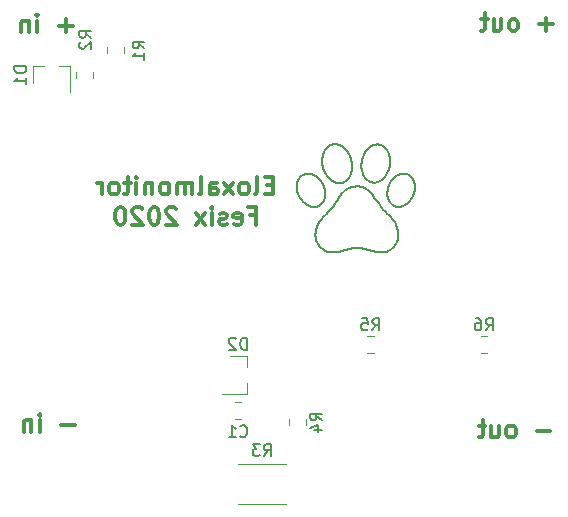
<source format=gbr>
G04 #@! TF.GenerationSoftware,KiCad,Pcbnew,(5.0.1)-4*
G04 #@! TF.CreationDate,2020-12-26T19:53:01+01:00*
G04 #@! TF.ProjectId,Eloxalmonitor,456C6F78616C6D6F6E69746F722E6B69,rev?*
G04 #@! TF.SameCoordinates,Original*
G04 #@! TF.FileFunction,Legend,Bot*
G04 #@! TF.FilePolarity,Positive*
%FSLAX46Y46*%
G04 Gerber Fmt 4.6, Leading zero omitted, Abs format (unit mm)*
G04 Created by KiCad (PCBNEW (5.0.1)-4) date 26.12.2020 19:53:01*
%MOMM*%
%LPD*%
G01*
G04 APERTURE LIST*
%ADD10C,0.300000*%
%ADD11C,0.150000*%
%ADD12C,0.120000*%
G04 APERTURE END LIST*
D10*
X37457142Y-35517857D02*
X36957142Y-35517857D01*
X36742857Y-36303571D02*
X37457142Y-36303571D01*
X37457142Y-34803571D01*
X36742857Y-34803571D01*
X35885714Y-36303571D02*
X36028571Y-36232142D01*
X36100000Y-36089285D01*
X36100000Y-34803571D01*
X35100000Y-36303571D02*
X35242857Y-36232142D01*
X35314285Y-36160714D01*
X35385714Y-36017857D01*
X35385714Y-35589285D01*
X35314285Y-35446428D01*
X35242857Y-35375000D01*
X35100000Y-35303571D01*
X34885714Y-35303571D01*
X34742857Y-35375000D01*
X34671428Y-35446428D01*
X34600000Y-35589285D01*
X34600000Y-36017857D01*
X34671428Y-36160714D01*
X34742857Y-36232142D01*
X34885714Y-36303571D01*
X35100000Y-36303571D01*
X34100000Y-36303571D02*
X33314285Y-35303571D01*
X34100000Y-35303571D02*
X33314285Y-36303571D01*
X32100000Y-36303571D02*
X32100000Y-35517857D01*
X32171428Y-35375000D01*
X32314285Y-35303571D01*
X32600000Y-35303571D01*
X32742857Y-35375000D01*
X32100000Y-36232142D02*
X32242857Y-36303571D01*
X32600000Y-36303571D01*
X32742857Y-36232142D01*
X32814285Y-36089285D01*
X32814285Y-35946428D01*
X32742857Y-35803571D01*
X32600000Y-35732142D01*
X32242857Y-35732142D01*
X32100000Y-35660714D01*
X31171428Y-36303571D02*
X31314285Y-36232142D01*
X31385714Y-36089285D01*
X31385714Y-34803571D01*
X30600000Y-36303571D02*
X30600000Y-35303571D01*
X30600000Y-35446428D02*
X30528571Y-35375000D01*
X30385714Y-35303571D01*
X30171428Y-35303571D01*
X30028571Y-35375000D01*
X29957142Y-35517857D01*
X29957142Y-36303571D01*
X29957142Y-35517857D02*
X29885714Y-35375000D01*
X29742857Y-35303571D01*
X29528571Y-35303571D01*
X29385714Y-35375000D01*
X29314285Y-35517857D01*
X29314285Y-36303571D01*
X28385714Y-36303571D02*
X28528571Y-36232142D01*
X28600000Y-36160714D01*
X28671428Y-36017857D01*
X28671428Y-35589285D01*
X28600000Y-35446428D01*
X28528571Y-35375000D01*
X28385714Y-35303571D01*
X28171428Y-35303571D01*
X28028571Y-35375000D01*
X27957142Y-35446428D01*
X27885714Y-35589285D01*
X27885714Y-36017857D01*
X27957142Y-36160714D01*
X28028571Y-36232142D01*
X28171428Y-36303571D01*
X28385714Y-36303571D01*
X27242857Y-35303571D02*
X27242857Y-36303571D01*
X27242857Y-35446428D02*
X27171428Y-35375000D01*
X27028571Y-35303571D01*
X26814285Y-35303571D01*
X26671428Y-35375000D01*
X26600000Y-35517857D01*
X26600000Y-36303571D01*
X25885714Y-36303571D02*
X25885714Y-35303571D01*
X25885714Y-34803571D02*
X25957142Y-34875000D01*
X25885714Y-34946428D01*
X25814285Y-34875000D01*
X25885714Y-34803571D01*
X25885714Y-34946428D01*
X25385714Y-35303571D02*
X24814285Y-35303571D01*
X25171428Y-34803571D02*
X25171428Y-36089285D01*
X25100000Y-36232142D01*
X24957142Y-36303571D01*
X24814285Y-36303571D01*
X24100000Y-36303571D02*
X24242857Y-36232142D01*
X24314285Y-36160714D01*
X24385714Y-36017857D01*
X24385714Y-35589285D01*
X24314285Y-35446428D01*
X24242857Y-35375000D01*
X24100000Y-35303571D01*
X23885714Y-35303571D01*
X23742857Y-35375000D01*
X23671428Y-35446428D01*
X23600000Y-35589285D01*
X23600000Y-36017857D01*
X23671428Y-36160714D01*
X23742857Y-36232142D01*
X23885714Y-36303571D01*
X24100000Y-36303571D01*
X22957142Y-36303571D02*
X22957142Y-35303571D01*
X22957142Y-35589285D02*
X22885714Y-35446428D01*
X22814285Y-35375000D01*
X22671428Y-35303571D01*
X22528571Y-35303571D01*
X35528571Y-38067857D02*
X36028571Y-38067857D01*
X36028571Y-38853571D02*
X36028571Y-37353571D01*
X35314285Y-37353571D01*
X34171428Y-38782142D02*
X34314285Y-38853571D01*
X34600000Y-38853571D01*
X34742857Y-38782142D01*
X34814285Y-38639285D01*
X34814285Y-38067857D01*
X34742857Y-37925000D01*
X34600000Y-37853571D01*
X34314285Y-37853571D01*
X34171428Y-37925000D01*
X34100000Y-38067857D01*
X34100000Y-38210714D01*
X34814285Y-38353571D01*
X33528571Y-38782142D02*
X33385714Y-38853571D01*
X33100000Y-38853571D01*
X32957142Y-38782142D01*
X32885714Y-38639285D01*
X32885714Y-38567857D01*
X32957142Y-38425000D01*
X33100000Y-38353571D01*
X33314285Y-38353571D01*
X33457142Y-38282142D01*
X33528571Y-38139285D01*
X33528571Y-38067857D01*
X33457142Y-37925000D01*
X33314285Y-37853571D01*
X33100000Y-37853571D01*
X32957142Y-37925000D01*
X32242857Y-38853571D02*
X32242857Y-37853571D01*
X32242857Y-37353571D02*
X32314285Y-37425000D01*
X32242857Y-37496428D01*
X32171428Y-37425000D01*
X32242857Y-37353571D01*
X32242857Y-37496428D01*
X31671428Y-38853571D02*
X30885714Y-37853571D01*
X31671428Y-37853571D02*
X30885714Y-38853571D01*
X29242857Y-37496428D02*
X29171428Y-37425000D01*
X29028571Y-37353571D01*
X28671428Y-37353571D01*
X28528571Y-37425000D01*
X28457142Y-37496428D01*
X28385714Y-37639285D01*
X28385714Y-37782142D01*
X28457142Y-37996428D01*
X29314285Y-38853571D01*
X28385714Y-38853571D01*
X27457142Y-37353571D02*
X27314285Y-37353571D01*
X27171428Y-37425000D01*
X27100000Y-37496428D01*
X27028571Y-37639285D01*
X26957142Y-37925000D01*
X26957142Y-38282142D01*
X27028571Y-38567857D01*
X27100000Y-38710714D01*
X27171428Y-38782142D01*
X27314285Y-38853571D01*
X27457142Y-38853571D01*
X27600000Y-38782142D01*
X27671428Y-38710714D01*
X27742857Y-38567857D01*
X27814285Y-38282142D01*
X27814285Y-37925000D01*
X27742857Y-37639285D01*
X27671428Y-37496428D01*
X27600000Y-37425000D01*
X27457142Y-37353571D01*
X26385714Y-37496428D02*
X26314285Y-37425000D01*
X26171428Y-37353571D01*
X25814285Y-37353571D01*
X25671428Y-37425000D01*
X25600000Y-37496428D01*
X25528571Y-37639285D01*
X25528571Y-37782142D01*
X25600000Y-37996428D01*
X26457142Y-38853571D01*
X25528571Y-38853571D01*
X24600000Y-37353571D02*
X24457142Y-37353571D01*
X24314285Y-37425000D01*
X24242857Y-37496428D01*
X24171428Y-37639285D01*
X24100000Y-37925000D01*
X24100000Y-38282142D01*
X24171428Y-38567857D01*
X24242857Y-38710714D01*
X24314285Y-38782142D01*
X24457142Y-38853571D01*
X24600000Y-38853571D01*
X24742857Y-38782142D01*
X24814285Y-38710714D01*
X24885714Y-38567857D01*
X24957142Y-38282142D01*
X24957142Y-37925000D01*
X24885714Y-37639285D01*
X24814285Y-37496428D01*
X24742857Y-37425000D01*
X24600000Y-37353571D01*
D11*
X42633953Y-32041658D02*
G75*
G02X42633123Y-32042060I-1018J1045D01*
G01*
X42633123Y-32042060D02*
X42627572Y-32042756D01*
X42627572Y-32042756D02*
X42621072Y-32043461D01*
X42621072Y-32043461D02*
X42613535Y-32044124D01*
X47171454Y-35818199D02*
X47170875Y-35821207D01*
X47172375Y-35814044D02*
X47171454Y-35818199D01*
X47173442Y-35809550D02*
X47172375Y-35814044D01*
X47174509Y-35805374D02*
X47173442Y-35809550D01*
X47175588Y-35801197D02*
X47174509Y-35805374D01*
X47176690Y-35796703D02*
X47175588Y-35801197D01*
X47177662Y-35792548D02*
X47176690Y-35796703D01*
X47178303Y-35789540D02*
X47177662Y-35792548D01*
X47179836Y-35782317D02*
X47178303Y-35789540D01*
X47181599Y-35774945D02*
X47179836Y-35782317D01*
X47184136Y-35765208D02*
X47181599Y-35774945D01*
X47188438Y-35749346D02*
X47184136Y-35765208D01*
X47190023Y-35743482D02*
X47188438Y-35749346D01*
X47191482Y-35737950D02*
X47190023Y-35743482D01*
X47192682Y-35733280D02*
X47191482Y-35737950D01*
X47193189Y-35731076D02*
X47192682Y-35733280D01*
X47193664Y-35729189D02*
X47193189Y-35731076D01*
X47194552Y-35726349D02*
X47193664Y-35729189D01*
X47195631Y-35723180D02*
X47194552Y-35726349D01*
X47196768Y-35720115D02*
X47195631Y-35723180D01*
X47197825Y-35717266D02*
X47196768Y-35720115D01*
X47198661Y-35714759D02*
X47197825Y-35717266D01*
X47199296Y-35712638D02*
X47198661Y-35714759D01*
X47199247Y-35712144D02*
G75*
G02X47199296Y-35712638I-594J-308D01*
G01*
X47199248Y-35712144D02*
G75*
G02X47199193Y-35711598I658J342D01*
G01*
X47201276Y-35704365D02*
X47199193Y-35711598D01*
X47203697Y-35696181D02*
X47201276Y-35704365D01*
X47206636Y-35686591D02*
X47203697Y-35696181D01*
X47209653Y-35676789D02*
X47206636Y-35686591D01*
X47212317Y-35667932D02*
X47209653Y-35676789D01*
X47214510Y-35660481D02*
X47212317Y-35667932D01*
X47215117Y-35658022D02*
X47214510Y-35660481D01*
X47215117Y-35658023D02*
G75*
G02X47220495Y-35639123I125830J-25587D01*
G01*
X47241397Y-35583308D02*
X47220495Y-35639123D01*
X47263700Y-35525893D02*
X47241397Y-35583308D01*
X47282642Y-35480172D02*
X47263700Y-35525893D01*
X47282643Y-35480171D02*
G75*
G02X47420347Y-35219889I1707479J-736789D01*
G01*
X47420347Y-35219889D02*
G75*
G02X47595078Y-34989986I1452544J-922612D01*
G01*
X47595078Y-34989986D02*
G75*
G02X47799696Y-34799331I1197492J-1080070D01*
G01*
X47799696Y-34799331D02*
G75*
G02X48026261Y-34655710I841580J-1077090D01*
G01*
X48060007Y-34638826D02*
X48026261Y-34655710D01*
X48077666Y-34630419D02*
X48060007Y-34638826D01*
X48094013Y-34623381D02*
X48077666Y-34630419D01*
X48120045Y-34612986D02*
X48094013Y-34623381D01*
X48130197Y-34608983D02*
X48120045Y-34612986D01*
X48139541Y-34605263D02*
X48130197Y-34608983D01*
X48147366Y-34602117D02*
X48139541Y-34605263D01*
X48150495Y-34600797D02*
X48147366Y-34602117D01*
X48150495Y-34600797D02*
G75*
G02X48158641Y-34597639I38989J-88489D01*
G01*
X48185866Y-34588545D02*
X48158641Y-34597639D01*
X48213535Y-34579428D02*
X48185866Y-34588545D01*
X48213535Y-34579428D02*
G75*
G02X48220538Y-34577574I19580J-59805D01*
G01*
X48222320Y-34577150D02*
X48220538Y-34577574D01*
X48224140Y-34576598D02*
X48222320Y-34577150D01*
X48225746Y-34576006D02*
X48224140Y-34576598D01*
X48226799Y-34575474D02*
G75*
G02X48225746Y-34576006I-3625J5866D01*
G01*
X48226799Y-34575474D02*
G75*
G02X48227938Y-34574923I3219J-5208D01*
G01*
X48229942Y-34574255D02*
X48227938Y-34574923D01*
X48232295Y-34573598D02*
X48229942Y-34574255D01*
X48234707Y-34573050D02*
X48232295Y-34573598D01*
X48237911Y-34572338D02*
X48234707Y-34573050D01*
X48243181Y-34571032D02*
X48237911Y-34572338D01*
X48249212Y-34569476D02*
X48243181Y-34571032D01*
X48255242Y-34567858D02*
X48249212Y-34569476D01*
X48261164Y-34566260D02*
X48255242Y-34567858D01*
X48266874Y-34564764D02*
X48261164Y-34566260D01*
X48271743Y-34563526D02*
X48266874Y-34564764D01*
X48274315Y-34562938D02*
X48271743Y-34563526D01*
X48276317Y-34562495D02*
X48274315Y-34562938D01*
X48278658Y-34561924D02*
X48276317Y-34562495D01*
X48280962Y-34561322D02*
X48278658Y-34561924D01*
X48282841Y-34560783D02*
X48280962Y-34561322D01*
X48284959Y-34560214D02*
X48282841Y-34560783D01*
X48288159Y-34559497D02*
X48284959Y-34560214D01*
X48291746Y-34558769D02*
X48288159Y-34559497D01*
X48295230Y-34558138D02*
X48291746Y-34558769D01*
X48298521Y-34557534D02*
X48295230Y-34558138D01*
X48301525Y-34556886D02*
X48298521Y-34557534D01*
X48304013Y-34556266D02*
X48301525Y-34556886D01*
X48304974Y-34555855D02*
G75*
G02X48304013Y-34556266I-1879J3068D01*
G01*
X48304974Y-34555857D02*
G75*
G02X48305969Y-34555444I1801J-2941D01*
G01*
X48308841Y-34554789D02*
X48305969Y-34555444D01*
X48312305Y-34554100D02*
X48308841Y-34554789D01*
X48316141Y-34553448D02*
X48312305Y-34554100D01*
X48323857Y-34552197D02*
X48316141Y-34553448D01*
X48330774Y-34551003D02*
X48323857Y-34552197D01*
X48337381Y-34549780D02*
X48330774Y-34551003D01*
X48344155Y-34548442D02*
X48337381Y-34549780D01*
X48347238Y-34547871D02*
X48344155Y-34548442D01*
X48351676Y-34547157D02*
X48347238Y-34547871D01*
X48356563Y-34546433D02*
X48351676Y-34547157D01*
X48361206Y-34545807D02*
X48356563Y-34546433D01*
X48365850Y-34545200D02*
X48361206Y-34545807D01*
X48370737Y-34544529D02*
X48365850Y-34545200D01*
X48375176Y-34543894D02*
X48370737Y-34544529D01*
X48378258Y-34543417D02*
X48375176Y-34543894D01*
X48383335Y-34542667D02*
X48378258Y-34543417D01*
X48390461Y-34541767D02*
X48383335Y-34542667D01*
X48401014Y-34540535D02*
X48390461Y-34541767D01*
X48418452Y-34538578D02*
X48401014Y-34540535D01*
X48424216Y-34538069D02*
X48418452Y-34538578D01*
X48435709Y-34537360D02*
X48424216Y-34538069D01*
X48449280Y-34536623D02*
X48435709Y-34537360D01*
X48463517Y-34535955D02*
X48449280Y-34536623D01*
X48477109Y-34535321D02*
X48463517Y-34535955D01*
X48488670Y-34534690D02*
X48477109Y-34535321D01*
X48498895Y-34534073D02*
X48488670Y-34534690D01*
X48499542Y-34533809D02*
G75*
G02X48498895Y-34534073I-714J827D01*
G01*
X46231453Y-32071315D02*
G75*
G02X46231936Y-32071122I485J-511D01*
G01*
X46245614Y-32071084D02*
X46231936Y-32071122D01*
X46260898Y-32071093D02*
X46245614Y-32071084D01*
X46278954Y-32071195D02*
X46260898Y-32071093D01*
X46317643Y-32071969D02*
X46278954Y-32071195D01*
X46350079Y-32073699D02*
X46317643Y-32071969D01*
X46380084Y-32076624D02*
X46350079Y-32073699D01*
X46411212Y-32081023D02*
X46380084Y-32076624D01*
X46425773Y-32083412D02*
X46411212Y-32081023D01*
X46436224Y-32085199D02*
X46425773Y-32083412D01*
X46444366Y-32086690D02*
X46436224Y-32085199D01*
X46451406Y-32088102D02*
X46444366Y-32086690D01*
X46454327Y-32088694D02*
X46451406Y-32088102D01*
X46458152Y-32089419D02*
X46454327Y-32088694D01*
X46462187Y-32090152D02*
X46458152Y-32089419D01*
X46465819Y-32090778D02*
X46462187Y-32090152D01*
X46469422Y-32091468D02*
X46465819Y-32090778D01*
X46473367Y-32092394D02*
X46469422Y-32091468D01*
X46477062Y-32093401D02*
X46473367Y-32092394D01*
X46479826Y-32094328D02*
X46477062Y-32093401D01*
X46482006Y-32095082D02*
X46479826Y-32094328D01*
X46483840Y-32095546D02*
G75*
G02X46482006Y-32095082I3319J16976D01*
G01*
X46485196Y-32095729D02*
G75*
G02X46483840Y-32095545I896J11700D01*
G01*
X46485509Y-32095439D02*
G75*
G02X46485196Y-32095729I-291J0D01*
G01*
X46485509Y-32095439D02*
G75*
G02X46485866Y-32095147I298J0D01*
G01*
X46488372Y-32095707D02*
X46485866Y-32095147D01*
X46491516Y-32096584D02*
X46488372Y-32095707D01*
X46495253Y-32097827D02*
X46491516Y-32096584D01*
X46498991Y-32099071D02*
X46495253Y-32097827D01*
X46502135Y-32099947D02*
X46498991Y-32099071D01*
X46504641Y-32100507D02*
X46502135Y-32099947D01*
X46504998Y-32100215D02*
G75*
G02X46504641Y-32100507I-298J0D01*
G01*
X46504997Y-32100215D02*
G75*
G02X46505326Y-32099930I288J0D01*
G01*
X46506965Y-32100235D02*
X46505326Y-32099930D01*
X46506965Y-32100235D02*
G75*
G02X46509127Y-32100838I-5500J-23887D01*
G01*
X46511696Y-32101758D02*
X46509127Y-32100838D01*
X46514529Y-32102805D02*
X46511696Y-32101758D01*
X46517501Y-32103809D02*
X46514529Y-32102805D01*
X46520196Y-32104639D02*
X46517501Y-32103809D01*
X46522049Y-32105101D02*
X46520196Y-32104639D01*
X46522049Y-32105101D02*
G75*
G02X46528536Y-32106779I-13366J-65021D01*
G01*
X46550451Y-32113703D02*
X46528536Y-32106779D01*
X46572104Y-32120661D02*
X46550451Y-32113703D01*
X46579294Y-32123331D02*
X46572104Y-32120661D01*
X46582283Y-32124547D02*
X46579294Y-32123331D01*
X46588818Y-32127112D02*
X46582283Y-32124547D01*
X46596587Y-32130136D02*
X46588818Y-32127112D01*
X46604872Y-32133332D02*
X46596587Y-32130136D01*
X46604872Y-32133331D02*
G75*
G02X46694212Y-32173747I-303232J-789253D01*
G01*
X46694212Y-32173747D02*
G75*
G02X46781111Y-32225349I-442852J-844749D01*
G01*
X46781111Y-32225350D02*
G75*
G02X46864548Y-32287514I-561772J-841087D01*
G01*
X46864547Y-32287514D02*
G75*
G02X46943531Y-32359526I-718230J-867080D01*
G01*
X46943532Y-32359526D02*
G75*
G02X47051832Y-32484278I-846758J-844477D01*
G01*
X47051832Y-32484277D02*
G75*
G02X47144590Y-32625499I-1044510J-787136D01*
G01*
X47144590Y-32625499D02*
G75*
G02X47222416Y-32784535I-1254101J-712271D01*
G01*
X47222415Y-32784534D02*
G75*
G02X47286047Y-32962596I-1730748J-718892D01*
G01*
X47292822Y-32985156D02*
X47286047Y-32962596D01*
X47296106Y-32996398D02*
X47292822Y-32985156D01*
X47298221Y-33004198D02*
X47296106Y-32996398D01*
X47300100Y-33011925D02*
X47298221Y-33004198D01*
X47300708Y-33014457D02*
X47300100Y-33011925D01*
X47302005Y-33019587D02*
X47300708Y-33014457D01*
X47303558Y-33025647D02*
X47302005Y-33019587D01*
X47305213Y-33032022D02*
X47303558Y-33025647D01*
X47308127Y-33043293D02*
X47305213Y-33032022D01*
X47309960Y-33050724D02*
X47308127Y-33043293D01*
X47311356Y-33056910D02*
X47309960Y-33050724D01*
X47312742Y-33063689D02*
X47311356Y-33056910D01*
X47313291Y-33066331D02*
X47312742Y-33063689D01*
X47313957Y-33069236D02*
X47313291Y-33066331D01*
X47314636Y-33071967D02*
X47313957Y-33069236D01*
X47315211Y-33074021D02*
X47314636Y-33071967D01*
X47315782Y-33076115D02*
X47315211Y-33074021D01*
X47316454Y-33078991D02*
X47315782Y-33076115D01*
X47317110Y-33082100D02*
X47316454Y-33078991D01*
X47317646Y-33084983D02*
X47317110Y-33082100D01*
X47318179Y-33087854D02*
X47317646Y-33084983D01*
X47318823Y-33090924D02*
X47318179Y-33087854D01*
X47319477Y-33093746D02*
X47318823Y-33090924D01*
X47320027Y-33095771D02*
X47319477Y-33093746D01*
X47320934Y-33099084D02*
X47320027Y-33095771D01*
X47321882Y-33103169D02*
X47320934Y-33099084D01*
X47323046Y-33108782D02*
X47321882Y-33103169D01*
X47324701Y-33117281D02*
X47323046Y-33108782D01*
X47325224Y-33119989D02*
X47324701Y-33117281D01*
X47325833Y-33123101D02*
X47325224Y-33119989D01*
X47326429Y-33126126D02*
X47325833Y-33123101D01*
X47326913Y-33128543D02*
X47326429Y-33126126D01*
X47327408Y-33131096D02*
X47326913Y-33128543D01*
X47328053Y-33134612D02*
X47327408Y-33131096D01*
X47328728Y-33138412D02*
X47328053Y-33134612D01*
X47329330Y-33141941D02*
X47328728Y-33138412D01*
X47329945Y-33145528D02*
X47329330Y-33141941D01*
X47330658Y-33149510D02*
X47329945Y-33145528D01*
X47331359Y-33153282D02*
X47330658Y-33149510D01*
X47331924Y-33156159D02*
X47331359Y-33153282D01*
X47332483Y-33159067D02*
X47331924Y-33156159D01*
X47333168Y-33162953D02*
X47332483Y-33159067D01*
X47333858Y-33167095D02*
X47333168Y-33162953D01*
X47334445Y-33170872D02*
X47333858Y-33167095D01*
X47335026Y-33174642D02*
X47334445Y-33170872D01*
X47335697Y-33178763D02*
X47335026Y-33174642D01*
X47336355Y-33182618D02*
X47335697Y-33178763D01*
X47336881Y-33185488D02*
X47336355Y-33182618D01*
X47337413Y-33188426D02*
X47336881Y-33185488D01*
X47338094Y-33192542D02*
X47337413Y-33188426D01*
X47338797Y-33197024D02*
X47338094Y-33192542D01*
X47339416Y-33201224D02*
X47338797Y-33197024D01*
X47340021Y-33205438D02*
X47339416Y-33201224D01*
X47340680Y-33209963D02*
X47340021Y-33205438D01*
X47341297Y-33214140D02*
X47340680Y-33209963D01*
X47341753Y-33217155D02*
X47341297Y-33214140D01*
X47344313Y-33234029D02*
X47341753Y-33217155D01*
X47345820Y-33244648D02*
X47344313Y-33234029D01*
X47347161Y-33255240D02*
X47345820Y-33244648D01*
X47349114Y-33271965D02*
X47347161Y-33255240D01*
X47350994Y-33288517D02*
X47349114Y-33271965D01*
X47352037Y-33298207D02*
X47350994Y-33288517D01*
X47352889Y-33307005D02*
X47352037Y-33298207D01*
X47353994Y-33319466D02*
X47352889Y-33307005D01*
X47354661Y-33327086D02*
X47353994Y-33319466D01*
X47355359Y-33334874D02*
X47354661Y-33327086D01*
X47355991Y-33341784D02*
X47355359Y-33334874D01*
X47356421Y-33346262D02*
X47355991Y-33341784D01*
X47360316Y-33410885D02*
X47356421Y-33346262D01*
X47361412Y-33512524D02*
X47360316Y-33410885D01*
X47360338Y-33614013D02*
X47361412Y-33512524D01*
X47356441Y-33677554D02*
X47360338Y-33614013D01*
X47356004Y-33682031D02*
X47356441Y-33677554D01*
X47355365Y-33688942D02*
X47356004Y-33682031D01*
X47354663Y-33696729D02*
X47355365Y-33688942D01*
X47353994Y-33704349D02*
X47354663Y-33696729D01*
X47353329Y-33711880D02*
X47353994Y-33704349D01*
X47352639Y-33719399D02*
X47353329Y-33711880D01*
X47352015Y-33725955D02*
X47352639Y-33719399D01*
X47351602Y-33729927D02*
X47352015Y-33725955D01*
X47351191Y-33733708D02*
X47351602Y-33729927D01*
X47350592Y-33739382D02*
X47351191Y-33733708D01*
X47349932Y-33745719D02*
X47350592Y-33739382D01*
X47349303Y-33751851D02*
X47349932Y-33745719D01*
X47348638Y-33758160D02*
X47349303Y-33751851D01*
X47347871Y-33765035D02*
X47348638Y-33758160D01*
X47347121Y-33771455D02*
X47347871Y-33765035D01*
X47346520Y-33776210D02*
X47347121Y-33771455D01*
X47345933Y-33780646D02*
X47346520Y-33776210D01*
X47345233Y-33785954D02*
X47345933Y-33780646D01*
X47344536Y-33791263D02*
X47345233Y-33785954D01*
X47343957Y-33795698D02*
X47344536Y-33791263D01*
X47343403Y-33799875D02*
X47343957Y-33795698D01*
X47342787Y-33804369D02*
X47343403Y-33799875D01*
X47342200Y-33808522D02*
X47342787Y-33804369D01*
X47341753Y-33811532D02*
X47342200Y-33808522D01*
X47341297Y-33814548D02*
X47341753Y-33811532D01*
X47340680Y-33818724D02*
X47341297Y-33814548D01*
X47340021Y-33823249D02*
X47340680Y-33818724D01*
X47339416Y-33827463D02*
X47340021Y-33823249D01*
X47338797Y-33831663D02*
X47339416Y-33827463D01*
X47338094Y-33836145D02*
X47338797Y-33831663D01*
X47337413Y-33840261D02*
X47338094Y-33836145D01*
X47336881Y-33843200D02*
X47337413Y-33840261D01*
X47336355Y-33846069D02*
X47336881Y-33843200D01*
X47335697Y-33849925D02*
X47336355Y-33846069D01*
X47335026Y-33854045D02*
X47335697Y-33849925D01*
X47334445Y-33857815D02*
X47335026Y-33854045D01*
X47333864Y-33861586D02*
X47334445Y-33857815D01*
X47333193Y-33865706D02*
X47333864Y-33861586D01*
X47332536Y-33869562D02*
X47333193Y-33865706D01*
X47332009Y-33872431D02*
X47332536Y-33869562D01*
X47331483Y-33875301D02*
X47332009Y-33872431D01*
X47330825Y-33879156D02*
X47331483Y-33875301D01*
X47330154Y-33883277D02*
X47330825Y-33879156D01*
X47329573Y-33887047D02*
X47330154Y-33883277D01*
X47328986Y-33890824D02*
X47329573Y-33887047D01*
X47328296Y-33894967D02*
X47328986Y-33890824D01*
X47327611Y-33898852D02*
X47328296Y-33894967D01*
X47327052Y-33901760D02*
X47327611Y-33898852D01*
X47326487Y-33904656D02*
X47327052Y-33901760D01*
X47325785Y-33908497D02*
X47326487Y-33904656D01*
X47325069Y-33912576D02*
X47325785Y-33908497D01*
X47324452Y-33916279D02*
X47325069Y-33912576D01*
X47323682Y-33920688D02*
X47324452Y-33916279D01*
X47322412Y-33927309D02*
X47323682Y-33920688D01*
X47320933Y-33934703D02*
X47322412Y-33927309D01*
X47319441Y-33941856D02*
X47320933Y-33934703D01*
X47317965Y-33948831D02*
X47319441Y-33941856D01*
X47316535Y-33955688D02*
X47317965Y-33948831D01*
X47315319Y-33961604D02*
X47316535Y-33955688D01*
X47314650Y-33964998D02*
X47315319Y-33961604D01*
X47313972Y-33968335D02*
X47314650Y-33964998D01*
X47312740Y-33973950D02*
X47313972Y-33968335D01*
X47311281Y-33980413D02*
X47312740Y-33973950D01*
X47309772Y-33986922D02*
X47311281Y-33980413D01*
X47308267Y-33993399D02*
X47309772Y-33986922D01*
X47306819Y-33999767D02*
X47308267Y-33993399D01*
X47305599Y-34005262D02*
X47306819Y-33999767D01*
X47304944Y-34008414D02*
X47305599Y-34005262D01*
X47297974Y-34038524D02*
X47304944Y-34008414D01*
X47283011Y-34093021D02*
X47297974Y-34038524D01*
X47266415Y-34150361D02*
X47283011Y-34093021D01*
X47252025Y-34196415D02*
X47266415Y-34150361D01*
X47252024Y-34196415D02*
G75*
G02X47191681Y-34356359I-1841318J603337D01*
G01*
X47116214Y-34514159D02*
X47191681Y-34356359D01*
X47029533Y-34662382D02*
X47116214Y-34514159D01*
X47029533Y-34662382D02*
G75*
G02X46935581Y-34793578I-1346814J865250D01*
G01*
X46873666Y-34867116D02*
X46935581Y-34793578D01*
X46808288Y-34936402D02*
X46873666Y-34867116D01*
X46740557Y-35000317D02*
X46808288Y-34936402D01*
X46671590Y-35057745D02*
X46740557Y-35000317D01*
X46595695Y-35112401D02*
X46671590Y-35057745D01*
X46515121Y-35161836D02*
X46595695Y-35112401D01*
X46432763Y-35204402D02*
X46515121Y-35161836D01*
X46351531Y-35238458D02*
X46432763Y-35204402D01*
X46327781Y-35246944D02*
X46351531Y-35238458D01*
X46301097Y-35255930D02*
X46327781Y-35246944D01*
X46276616Y-35263794D02*
X46301097Y-35255930D01*
X46276616Y-35263794D02*
G75*
G02X46264570Y-35266997I-41864J133191D01*
G01*
X46262054Y-35267588D02*
X46264570Y-35266997D01*
X46257370Y-35268777D02*
X46262054Y-35267588D01*
X46251887Y-35270203D02*
X46257370Y-35268777D01*
X46246220Y-35271711D02*
X46251887Y-35270203D01*
X46240306Y-35273248D02*
X46246220Y-35271711D01*
X46234081Y-35274763D02*
X46240306Y-35273248D01*
X46228425Y-35276054D02*
X46234081Y-35274763D01*
X46224502Y-35276831D02*
X46228425Y-35276054D01*
X46221427Y-35277418D02*
X46224502Y-35276831D01*
X46218605Y-35278052D02*
X46221427Y-35277418D01*
X46216268Y-35278659D02*
X46218605Y-35278052D01*
X46215322Y-35279069D02*
G75*
G02X46216268Y-35278659I1924J-3144D01*
G01*
X46215322Y-35279069D02*
G75*
G02X46214355Y-35279479I-1857J3034D01*
G01*
X46211812Y-35280100D02*
X46214355Y-35279479D01*
X46208742Y-35280750D02*
X46211812Y-35280100D01*
X46205373Y-35281355D02*
X46208742Y-35280750D01*
X46201730Y-35281974D02*
X46205373Y-35281355D01*
X46197832Y-35282666D02*
X46201730Y-35281974D01*
X46194246Y-35283327D02*
X46197832Y-35282666D01*
X46191675Y-35283833D02*
X46194246Y-35283327D01*
X46189121Y-35284336D02*
X46191675Y-35283833D01*
X46185606Y-35284991D02*
X46189121Y-35284336D01*
X46181805Y-35285674D02*
X46185606Y-35284991D01*
X46178277Y-35286283D02*
X46181805Y-35285674D01*
X46174683Y-35286894D02*
X46178277Y-35286283D01*
X46170679Y-35287584D02*
X46174683Y-35286894D01*
X46166876Y-35288246D02*
X46170679Y-35287584D01*
X46163961Y-35288763D02*
X46166876Y-35288246D01*
X46163962Y-35288762D02*
G75*
G02X46108174Y-35296244I-112441J626718D01*
G01*
X46043270Y-35300163D02*
X46108174Y-35296244D01*
X45978125Y-35300344D02*
X46043270Y-35300163D01*
X45921582Y-35296408D02*
X45978125Y-35300344D01*
X45907899Y-35294813D02*
X45921582Y-35296408D01*
X45895412Y-35293272D02*
X45907899Y-35294813D01*
X45885070Y-35291920D02*
X45895412Y-35293272D01*
X45880269Y-35291147D02*
X45885070Y-35291920D01*
X45877844Y-35290713D02*
X45880269Y-35291147D01*
X45874335Y-35290130D02*
X45877844Y-35290713D01*
X45870462Y-35289512D02*
X45874335Y-35290130D01*
X45866773Y-35288948D02*
X45870462Y-35289512D01*
X45862996Y-35288362D02*
X45866773Y-35288948D01*
X45858854Y-35287676D02*
X45862996Y-35288362D01*
X45854968Y-35286998D02*
X45858854Y-35287676D01*
X45852060Y-35286445D02*
X45854968Y-35286998D01*
X45849325Y-35285901D02*
X45852060Y-35286445D01*
X45846039Y-35285254D02*
X45849325Y-35285901D01*
X45842743Y-35284610D02*
X45846039Y-35285254D01*
X45839977Y-35284076D02*
X45842743Y-35284610D01*
X45837205Y-35283537D02*
X45839977Y-35284076D01*
X45833888Y-35282879D02*
X45837205Y-35283537D01*
X45830570Y-35282210D02*
X45833888Y-35282879D01*
X45827798Y-35281640D02*
X45830570Y-35282210D01*
X45824992Y-35281067D02*
X45827798Y-35281640D01*
X45821566Y-35280390D02*
X45824992Y-35281067D01*
X45818093Y-35279720D02*
X45821566Y-35280390D01*
X45815134Y-35279166D02*
X45818093Y-35279720D01*
X45812167Y-35278534D02*
X45815134Y-35279166D01*
X45808666Y-35277621D02*
X45812167Y-35278534D01*
X45805200Y-35276590D02*
X45808666Y-35277621D01*
X45802345Y-35275598D02*
X45805200Y-35276590D01*
X45799961Y-35274766D02*
X45802345Y-35275598D01*
X45797956Y-35274237D02*
G75*
G02X45799961Y-35274766I-4312J-20405D01*
G01*
X45796452Y-35273996D02*
G75*
G02X45797956Y-35274237I-1703J-15418D01*
G01*
X45796130Y-35274284D02*
G75*
G02X45796452Y-35273996I290J0D01*
G01*
X45796130Y-35274284D02*
G75*
G02X45795773Y-35274576I-298J0D01*
G01*
X45793268Y-35274016D02*
X45795773Y-35274576D01*
X45790123Y-35273139D02*
X45793268Y-35274016D01*
X45786386Y-35271896D02*
X45790123Y-35273139D01*
X45782649Y-35270653D02*
X45786386Y-35271896D01*
X45779505Y-35269776D02*
X45782649Y-35270653D01*
X45776999Y-35269216D02*
X45779505Y-35269776D01*
X45776642Y-35269508D02*
G75*
G02X45776999Y-35269216I298J0D01*
G01*
X45776642Y-35269507D02*
G75*
G02X45776314Y-35269793I-288J-1D01*
G01*
X45774674Y-35269488D02*
X45776314Y-35269793D01*
X45774674Y-35269488D02*
G75*
G02X45772513Y-35268885I5500J23887D01*
G01*
X45769943Y-35267966D02*
X45772513Y-35268885D01*
X45767111Y-35266913D02*
X45769943Y-35267966D01*
X45764139Y-35265893D02*
X45767111Y-35266913D01*
X45761444Y-35265040D02*
X45764139Y-35265893D01*
X45759590Y-35264550D02*
X45761444Y-35265040D01*
X45757178Y-35263904D02*
X45759590Y-35264550D01*
X45750212Y-35261716D02*
X45757178Y-35263904D01*
X45741925Y-35259056D02*
X45750212Y-35261716D01*
X45732795Y-35256058D02*
X45741925Y-35259056D01*
X45732795Y-35256059D02*
G75*
G02X45585046Y-35192381I291488J879578D01*
G01*
X45585046Y-35192380D02*
G75*
G02X45447685Y-35103124I471833J876449D01*
G01*
X45447686Y-35103124D02*
G75*
G02X45322798Y-34989472I648832J838417D01*
G01*
X45322798Y-34989472D02*
G75*
G02X45212192Y-34853174I902575J845469D01*
G01*
X45212191Y-34853175D02*
G75*
G02X45142248Y-34741984I1094331J765973D01*
G01*
X45142248Y-34741983D02*
G75*
G02X45080656Y-34620246I1354243J761621D01*
G01*
X45028668Y-34490662D02*
X45080656Y-34620246D01*
X44987481Y-34355971D02*
X45028668Y-34490662D01*
X44982241Y-34335159D02*
X44987481Y-34355971D01*
X44975533Y-34307132D02*
X44982241Y-34335159D01*
X44969176Y-34279846D02*
X44975533Y-34307132D01*
X44966816Y-34268276D02*
X44969176Y-34279846D01*
X44966225Y-34265035D02*
X44966816Y-34268276D01*
X44965524Y-34261326D02*
X44966225Y-34265035D01*
X44964825Y-34257733D02*
X44965524Y-34261326D01*
X44964246Y-34254879D02*
X44964825Y-34257733D01*
X44963669Y-34252024D02*
X44964246Y-34254879D01*
X44962974Y-34248431D02*
X44963669Y-34252024D01*
X44962280Y-34244722D02*
X44962974Y-34248431D01*
X44961698Y-34241481D02*
X44962280Y-34244722D01*
X44961134Y-34238415D02*
X44961698Y-34241481D01*
X44960497Y-34235246D02*
X44961134Y-34238415D01*
X44959883Y-34232411D02*
X44960497Y-34235246D01*
X44959409Y-34230519D02*
X44959883Y-34232411D01*
X44958925Y-34228447D02*
X44959409Y-34230519D01*
X44958244Y-34224733D02*
X44958925Y-34228447D01*
X44957524Y-34220400D02*
X44958244Y-34224733D01*
X44956860Y-34215955D02*
X44957524Y-34220400D01*
X44956213Y-34211683D02*
X44956860Y-34215955D01*
X44955542Y-34207876D02*
X44956213Y-34211683D01*
X44954909Y-34204704D02*
X44955542Y-34207876D01*
X44954540Y-34203774D02*
G75*
G02X44954909Y-34204704I-2486J-1526D01*
G01*
X44954539Y-34203775D02*
G75*
G02X44954171Y-34202815I2389J1467D01*
G01*
X44953499Y-34199013D02*
X44954171Y-34202815D01*
X44952788Y-34194480D02*
X44953499Y-34199013D01*
X44952093Y-34189347D02*
X44952788Y-34194480D01*
X44951384Y-34183941D02*
X44952093Y-34189347D01*
X44950632Y-34178581D02*
X44951384Y-34183941D01*
X44949938Y-34173931D02*
X44950632Y-34178581D01*
X44949461Y-34171174D02*
X44949938Y-34173931D01*
X44948996Y-34168590D02*
X44949461Y-34171174D01*
X44948368Y-34164743D02*
X44948996Y-34168590D01*
X44947702Y-34160455D02*
X44948368Y-34164743D01*
X44947095Y-34156319D02*
X44947702Y-34160455D01*
X44946490Y-34152105D02*
X44947095Y-34156319D01*
X44945831Y-34147580D02*
X44946490Y-34152105D01*
X44945214Y-34143404D02*
X44945831Y-34147580D01*
X44944758Y-34140388D02*
X44945214Y-34143404D01*
X44940738Y-34110959D02*
X44944758Y-34140388D01*
X44936620Y-34073816D02*
X44940738Y-34110959D01*
X44932927Y-34034465D02*
X44936620Y-34073816D01*
X44930187Y-33997884D02*
X44932927Y-34034465D01*
X44926669Y-33915982D02*
X44930187Y-33997884D01*
X44926342Y-33828640D02*
X44926669Y-33915982D01*
X44929078Y-33743065D02*
X44926342Y-33828640D01*
X44934819Y-33666592D02*
X44929078Y-33743065D01*
X44935398Y-33660803D02*
X44934819Y-33666592D01*
X44936140Y-33653339D02*
X44935398Y-33660803D01*
X44936915Y-33645530D02*
X44936140Y-33653339D01*
X44937602Y-33638578D02*
X44936915Y-33645530D01*
X44939410Y-33621032D02*
X44937602Y-33638578D01*
X44941290Y-33604339D02*
X44939410Y-33621032D01*
X44943123Y-33589486D02*
X44941290Y-33604339D01*
X44944775Y-33577679D02*
X44943123Y-33589486D01*
X44945230Y-33574597D02*
X44944775Y-33577679D01*
X44945865Y-33570158D02*
X44945230Y-33574597D01*
X44946553Y-33565270D02*
X44945865Y-33570158D01*
X44947194Y-33560627D02*
X44946553Y-33565270D01*
X44947837Y-33555984D02*
X44947194Y-33560627D01*
X44948529Y-33551096D02*
X44947837Y-33555984D01*
X44949169Y-33546657D02*
X44948529Y-33551096D01*
X44949630Y-33543575D02*
X44949169Y-33546657D01*
X44950086Y-33540560D02*
X44949630Y-33543575D01*
X44950703Y-33536383D02*
X44950086Y-33540560D01*
X44951362Y-33531858D02*
X44950703Y-33536383D01*
X44951967Y-33527644D02*
X44951362Y-33531858D01*
X44952586Y-33523444D02*
X44951967Y-33527644D01*
X44953289Y-33518962D02*
X44952586Y-33523444D01*
X44953970Y-33514846D02*
X44953289Y-33518962D01*
X44954502Y-33511908D02*
X44953970Y-33514846D01*
X44955029Y-33509038D02*
X44954502Y-33511908D01*
X44955686Y-33505183D02*
X44955029Y-33509038D01*
X44956357Y-33501062D02*
X44955686Y-33505183D01*
X44956938Y-33497292D02*
X44956357Y-33501062D01*
X44957526Y-33493515D02*
X44956938Y-33497292D01*
X44958216Y-33489372D02*
X44957526Y-33493515D01*
X44958900Y-33485487D02*
X44958216Y-33489372D01*
X44959460Y-33482579D02*
X44958900Y-33485487D01*
X44960025Y-33479702D02*
X44959460Y-33482579D01*
X44960725Y-33475930D02*
X44960025Y-33479702D01*
X44961439Y-33471948D02*
X44960725Y-33475930D01*
X44962054Y-33468361D02*
X44961439Y-33471948D01*
X44962656Y-33464832D02*
X44962054Y-33468361D01*
X44963330Y-33461032D02*
X44962656Y-33464832D01*
X44963975Y-33457516D02*
X44963330Y-33461032D01*
X44964471Y-33454963D02*
X44963975Y-33457516D01*
X44964954Y-33452546D02*
X44964471Y-33454963D01*
X44965551Y-33449521D02*
X44964954Y-33452546D01*
X44966159Y-33446409D02*
X44965551Y-33449521D01*
X44966682Y-33443701D02*
X44966159Y-33446409D01*
X44967221Y-33440928D02*
X44966682Y-33443701D01*
X44967879Y-33437611D02*
X44967221Y-33440928D01*
X44968548Y-33434293D02*
X44967879Y-33437611D01*
X44969118Y-33431521D02*
X44968548Y-33434293D01*
X44969688Y-33428748D02*
X44969118Y-33431521D01*
X44970357Y-33425431D02*
X44969688Y-33428748D01*
X44971015Y-33422113D02*
X44970357Y-33425431D01*
X44971554Y-33419341D02*
X44971015Y-33422113D01*
X44973209Y-33410842D02*
X44971554Y-33419341D01*
X44974374Y-33405229D02*
X44973209Y-33410842D01*
X44975321Y-33401144D02*
X44974374Y-33405229D01*
X44976228Y-33397832D02*
X44975321Y-33401144D01*
X44976778Y-33395807D02*
X44976228Y-33397832D01*
X44977433Y-33392984D02*
X44976778Y-33395807D01*
X44978077Y-33389914D02*
X44977433Y-33392984D01*
X44978609Y-33387043D02*
X44978077Y-33389914D01*
X44979145Y-33384160D02*
X44978609Y-33387043D01*
X44979801Y-33381051D02*
X44979145Y-33384160D01*
X44980473Y-33378175D02*
X44979801Y-33381051D01*
X44981045Y-33376082D02*
X44980473Y-33378175D01*
X44981620Y-33374027D02*
X44981045Y-33376082D01*
X44982298Y-33371297D02*
X44981620Y-33374027D01*
X44982965Y-33368391D02*
X44982298Y-33371297D01*
X44983513Y-33365750D02*
X44982965Y-33368391D01*
X44984066Y-33363020D02*
X44983513Y-33365750D01*
X44984748Y-33359839D02*
X44984066Y-33363020D01*
X44985445Y-33356716D02*
X44984748Y-33359839D01*
X44986045Y-33354179D02*
X44985445Y-33356716D01*
X44986631Y-33351769D02*
X44986045Y-33354179D01*
X44987280Y-33349056D02*
X44986631Y-33351769D01*
X44987895Y-33346457D02*
X44987280Y-33349056D01*
X44988365Y-33344435D02*
X44987895Y-33346457D01*
X44988973Y-33341903D02*
X44988365Y-33344435D01*
X44990270Y-33336773D02*
X44988973Y-33341903D01*
X44991823Y-33330713D02*
X44990270Y-33336773D01*
X44993478Y-33324338D02*
X44991823Y-33330713D01*
X44995133Y-33317963D02*
X44993478Y-33324338D01*
X44996686Y-33311903D02*
X44995133Y-33317963D01*
X44997983Y-33306773D02*
X44996686Y-33311903D01*
X44998591Y-33304241D02*
X44997983Y-33306773D01*
X45000205Y-33297586D02*
X44998591Y-33304241D01*
X45002082Y-33290570D02*
X45000205Y-33297586D01*
X45004971Y-33280435D02*
X45002082Y-33290570D01*
X45010650Y-33261003D02*
X45004971Y-33280435D01*
X45014110Y-33249158D02*
X45010650Y-33261003D01*
X45017110Y-33238782D02*
X45014110Y-33249158D01*
X45019656Y-33229896D02*
X45017110Y-33238782D01*
X45020099Y-33228117D02*
X45019656Y-33229896D01*
X45020099Y-33228117D02*
G75*
G02X45022106Y-33220642I71748J-15256D01*
G01*
X45030798Y-33194169D02*
X45022106Y-33220642D01*
X45040449Y-33165386D02*
X45030798Y-33194169D01*
X45049907Y-33137986D02*
X45040449Y-33165386D01*
X45118321Y-32966962D02*
X45049907Y-33137986D01*
X45118321Y-32966961D02*
G75*
G02X45199893Y-32806561I1762810J-795540D01*
G01*
X45199893Y-32806562D02*
G75*
G02X45294623Y-32656906I1627662J-925478D01*
G01*
X45294623Y-32656906D02*
G75*
G02X45402409Y-32518032I1487757J-1043451D01*
G01*
X45434004Y-32483403D02*
X45402409Y-32518032D01*
X45483936Y-32432965D02*
X45434004Y-32483403D01*
X45534797Y-32383505D02*
X45483936Y-32432965D01*
X45569585Y-32352341D02*
X45534797Y-32383505D01*
X45569584Y-32352342D02*
G75*
G02X45677532Y-32269813I944196J-1123146D01*
G01*
X45677533Y-32269813D02*
G75*
G02X45788286Y-32201329I705643J-1017375D01*
G01*
X45788285Y-32201328D02*
G75*
G02X45901748Y-32146989I554304J-1011777D01*
G01*
X45901748Y-32146989D02*
G75*
G02X46017803Y-32106785I400646J-968908D01*
G01*
X46028132Y-32103897D02*
X46017803Y-32106785D01*
X46038014Y-32101188D02*
X46028132Y-32103897D01*
X46046408Y-32098932D02*
X46038014Y-32101188D01*
X46050689Y-32097862D02*
X46046408Y-32098932D01*
X46064309Y-32094689D02*
X46050689Y-32097862D01*
X46072305Y-32092869D02*
X46064309Y-32094689D01*
X46078114Y-32091613D02*
X46072305Y-32092869D01*
X46083574Y-32090519D02*
X46078114Y-32091613D01*
X46086347Y-32089980D02*
X46083574Y-32090519D01*
X46089664Y-32089322D02*
X46086347Y-32089980D01*
X46092982Y-32088653D02*
X46089664Y-32089322D01*
X46095754Y-32088083D02*
X46092982Y-32088653D01*
X46103400Y-32086574D02*
X46095754Y-32088083D01*
X46112957Y-32084846D02*
X46103400Y-32086574D01*
X46124076Y-32082952D02*
X46112957Y-32084846D01*
X46136557Y-32080933D02*
X46124076Y-32082952D01*
X46143423Y-32079930D02*
X46136557Y-32080933D01*
X46154781Y-32078445D02*
X46143423Y-32079930D01*
X46166950Y-32076928D02*
X46154781Y-32078445D01*
X46177359Y-32075716D02*
X46166950Y-32076928D01*
X46181551Y-32075309D02*
X46177359Y-32075716D01*
X46189318Y-32074685D02*
X46181551Y-32075309D01*
X46198413Y-32074003D02*
X46189318Y-32074685D01*
X46207809Y-32073348D02*
X46198413Y-32074003D01*
X46216717Y-32072717D02*
X46207809Y-32073348D01*
X46224300Y-32072109D02*
X46216717Y-32072717D01*
X46230982Y-32071528D02*
X46224300Y-32072109D01*
X46231453Y-32071315D02*
G75*
G02X46230982Y-32071528I-540J568D01*
G01*
X42633953Y-32041657D02*
G75*
G02X42636361Y-32040697I2362J-2424D01*
G01*
X42708804Y-32041690D02*
X42636361Y-32040697D01*
X42776667Y-32042728D02*
X42708804Y-32041690D01*
X42776666Y-32042727D02*
G75*
G02X42790143Y-32043838I-1718J-103210D01*
G01*
X42794402Y-32044423D02*
X42790143Y-32043838D01*
X42800390Y-32045152D02*
X42794402Y-32044423D01*
X42806922Y-32045892D02*
X42800390Y-32045152D01*
X42813054Y-32046530D02*
X42806922Y-32045892D01*
X42819025Y-32047154D02*
X42813054Y-32046530D01*
X42825070Y-32047852D02*
X42819025Y-32047154D01*
X42830395Y-32048524D02*
X42825070Y-32047852D01*
X42833760Y-32049032D02*
X42830395Y-32048524D01*
X42836745Y-32049540D02*
X42833760Y-32049032D01*
X42840549Y-32050184D02*
X42836745Y-32049540D01*
X42844505Y-32050850D02*
X42840549Y-32050184D01*
X42847997Y-32051436D02*
X42844505Y-32050850D01*
X42851601Y-32052040D02*
X42847997Y-32051436D01*
X42855914Y-32052762D02*
X42851601Y-32052040D01*
X42860227Y-32053484D02*
X42855914Y-32052762D01*
X42863831Y-32054087D02*
X42860227Y-32053484D01*
X42872166Y-32055504D02*
X42863831Y-32054087D01*
X42878949Y-32056706D02*
X42872166Y-32055504D01*
X42884744Y-32057793D02*
X42878949Y-32056706D01*
X42890018Y-32058852D02*
X42884744Y-32057793D01*
X42892873Y-32059433D02*
X42890018Y-32058852D01*
X42896465Y-32060139D02*
X42892873Y-32059433D01*
X42900174Y-32060850D02*
X42896465Y-32060139D01*
X42903416Y-32061453D02*
X42900174Y-32060850D01*
X42916094Y-32064111D02*
X42903416Y-32061453D01*
X42937997Y-32069434D02*
X42916094Y-32064111D01*
X42960401Y-32075158D02*
X42937997Y-32069434D01*
X42976495Y-32079647D02*
X42960401Y-32075158D01*
X42983292Y-32081645D02*
X42976495Y-32079647D01*
X42989611Y-32083475D02*
X42983292Y-32081645D01*
X42994922Y-32084988D02*
X42989611Y-32083475D01*
X42997200Y-32085590D02*
X42994922Y-32084988D01*
X42997201Y-32085589D02*
G75*
G02X43006878Y-32088463I-24989J-101897D01*
G01*
X43034238Y-32098140D02*
X43006878Y-32088463D01*
X43062052Y-32108238D02*
X43034238Y-32098140D01*
X43082872Y-32116197D02*
X43062052Y-32108238D01*
X43107336Y-32126016D02*
X43082872Y-32116197D01*
X43122838Y-32132632D02*
X43107336Y-32126016D01*
X43139088Y-32140189D02*
X43122838Y-32132632D01*
X43167676Y-32154112D02*
X43139088Y-32140189D01*
X43167676Y-32154111D02*
G75*
G02X43399643Y-32299310I-585831J-1193806D01*
G01*
X43399643Y-32299310D02*
G75*
G02X43611829Y-32496705I-1026239J-1315878D01*
G01*
X43611829Y-32496705D02*
G75*
G02X43796343Y-32738500I-1365957J-1233662D01*
G01*
X43796343Y-32738500D02*
G75*
G02X43945930Y-33015824I-1784206J-1141395D01*
G01*
X43965355Y-33060906D02*
X43945930Y-33015824D01*
X43985936Y-33111851D02*
X43965355Y-33060906D01*
X44004613Y-33160762D02*
X43985936Y-33111851D01*
X44017860Y-33198886D02*
X44004613Y-33160762D01*
X44020155Y-33205638D02*
X44017860Y-33198886D01*
X44022475Y-33211823D02*
X44020155Y-33205638D01*
X44024578Y-33216928D02*
X44022475Y-33211823D01*
X44025802Y-33218983D02*
G75*
G02X44024578Y-33216928I7115J5632D01*
G01*
X44025802Y-33218982D02*
G75*
G02X44026633Y-33220152I-10831J-8573D01*
G01*
X44026633Y-33220152D02*
G75*
G02X44027106Y-33221133I-3970J-2520D01*
G01*
X44027107Y-33221132D02*
G75*
G02X44027163Y-33221766I-1240J-430D01*
G01*
X44027162Y-33221766D02*
G75*
G02X44026857Y-33222027I-305J48D01*
G01*
X44026478Y-33222525D02*
G75*
G02X44026857Y-33222027I379J105D01*
G01*
X44028405Y-33229362D02*
X44026479Y-33222524D01*
X44030856Y-33237420D02*
X44028405Y-33229362D01*
X44034029Y-33246996D02*
X44030856Y-33237420D01*
X44037379Y-33256983D02*
X44034029Y-33246996D01*
X44040393Y-33266340D02*
X44037379Y-33256983D01*
X44042829Y-33274231D02*
X44040393Y-33266340D01*
X44042829Y-33274230D02*
G75*
G02X44043721Y-33277785I-36414J-11023D01*
G01*
X44044405Y-33280589D02*
X44043721Y-33277785D01*
X44045549Y-33284301D02*
X44044405Y-33280589D01*
X44046911Y-33288232D02*
X44045549Y-33284301D01*
X44048306Y-33291792D02*
X44046911Y-33288232D01*
X44049538Y-33294932D02*
X44048306Y-33291792D01*
X44050391Y-33297574D02*
X44049538Y-33294932D01*
X44050894Y-33299616D02*
X44050391Y-33297574D01*
X44050892Y-33299617D02*
G75*
G02X44050600Y-33299978I-292J-62D01*
G01*
X44050307Y-33300343D02*
G75*
G02X44050600Y-33299978I293J65D01*
G01*
X44050851Y-33302483D02*
X44050308Y-33300343D01*
X44051751Y-33305234D02*
X44050851Y-33302483D01*
X44053036Y-33308504D02*
X44051751Y-33305234D01*
X44054329Y-33311775D02*
X44053036Y-33308504D01*
X44055249Y-33314526D02*
X44054329Y-33311775D01*
X44055833Y-33316690D02*
X44055249Y-33314526D01*
X44055832Y-33316690D02*
G75*
G02X44055565Y-33317030I-267J-65D01*
G01*
X44055284Y-33317355D02*
G75*
G02X44055565Y-33317030I281J41D01*
G01*
X44055597Y-33318998D02*
X44055285Y-33317355D01*
X44056203Y-33321160D02*
G75*
G02X44055597Y-33318998I23676J7812D01*
G01*
X44057124Y-33323729D02*
X44056204Y-33321159D01*
X44058171Y-33326562D02*
X44057124Y-33323729D01*
X44059174Y-33329536D02*
X44058171Y-33326562D01*
X44060003Y-33332234D02*
X44059174Y-33329536D01*
X44060462Y-33334091D02*
X44060003Y-33332234D01*
X44060935Y-33336161D02*
X44060462Y-33334091D01*
X44061901Y-33339896D02*
X44060935Y-33336161D01*
X44063068Y-33344245D02*
X44061901Y-33339896D01*
X44064310Y-33348707D02*
X44063068Y-33344245D01*
X44066863Y-33357744D02*
X44064310Y-33348707D01*
X44068062Y-33362075D02*
X44066863Y-33357744D01*
X44068971Y-33365522D02*
X44068062Y-33362075D01*
X44070103Y-33370012D02*
X44068971Y-33365522D01*
X44070712Y-33372465D02*
X44070103Y-33370012D01*
X44071421Y-33375315D02*
X44070712Y-33372465D01*
X44072117Y-33378106D02*
X44071421Y-33375315D01*
X44072681Y-33380365D02*
X44072117Y-33378106D01*
X44073236Y-33382583D02*
X44072681Y-33380365D01*
X44073899Y-33385237D02*
X44073236Y-33382583D01*
X44074563Y-33387891D02*
X44073899Y-33385237D01*
X44075117Y-33390109D02*
X44074563Y-33387891D01*
X44075672Y-33392327D02*
X44075117Y-33390109D01*
X44076335Y-33394981D02*
X44075672Y-33392327D01*
X44076999Y-33397635D02*
X44076335Y-33394981D01*
X44077553Y-33399853D02*
X44076999Y-33397635D01*
X44079513Y-33407763D02*
X44077553Y-33399853D01*
X44080801Y-33413151D02*
X44079513Y-33407763D01*
X44081767Y-33417482D02*
X44080801Y-33413151D01*
X44082646Y-33421777D02*
X44081767Y-33417482D01*
X44083190Y-33424406D02*
X44082646Y-33421777D01*
X44083845Y-33427273D02*
X44083190Y-33424406D01*
X44084506Y-33429949D02*
X44083845Y-33427273D01*
X44085059Y-33431935D02*
X44084506Y-33429949D01*
X44085608Y-33433855D02*
X44085059Y-33431935D01*
X44086252Y-33436297D02*
X44085608Y-33433855D01*
X44086883Y-33438834D02*
X44086252Y-33436297D01*
X44087399Y-33441070D02*
X44086883Y-33438834D01*
X44087916Y-33443405D02*
X44087399Y-33441070D01*
X44088552Y-33446258D02*
X44087916Y-33443405D01*
X44089201Y-33449151D02*
X44088552Y-33446258D01*
X44089758Y-33451617D02*
X44089201Y-33449151D01*
X44090318Y-33454154D02*
X44089758Y-33451617D01*
X44090979Y-33457277D02*
X44090318Y-33454154D01*
X44091632Y-33460458D02*
X44090979Y-33457277D01*
X44092169Y-33463188D02*
X44091632Y-33460458D01*
X44092706Y-33465918D02*
X44092169Y-33463188D01*
X44093359Y-33469099D02*
X44092706Y-33465918D01*
X44094020Y-33472222D02*
X44093359Y-33469099D01*
X44094580Y-33474759D02*
X44094020Y-33472222D01*
X44095146Y-33477254D02*
X44094580Y-33474759D01*
X44095823Y-33480240D02*
X44095146Y-33477254D01*
X44096500Y-33483226D02*
X44095823Y-33480240D01*
X44097066Y-33485721D02*
X44096500Y-33483226D01*
X44097626Y-33488258D02*
X44097066Y-33485721D01*
X44098287Y-33491381D02*
X44097626Y-33488258D01*
X44098940Y-33494562D02*
X44098287Y-33491381D01*
X44099477Y-33497292D02*
X44098940Y-33494562D01*
X44234027Y-40857960D02*
X44237109Y-40857509D01*
X44229588Y-40858576D02*
X44234027Y-40857960D01*
X44224701Y-40859233D02*
X44229588Y-40858576D01*
X44220057Y-40859837D02*
X44224701Y-40859233D01*
X44215503Y-40860442D02*
X44220057Y-40859837D01*
X44210884Y-40861103D02*
X44215503Y-40860442D01*
X44206811Y-40861726D02*
X44210884Y-40861103D01*
X44204224Y-40862181D02*
X44206811Y-40861726D01*
X44201636Y-40862642D02*
X44204224Y-40862181D01*
X44197563Y-40863286D02*
X44201636Y-40862642D01*
X44192944Y-40863977D02*
X44197563Y-40863286D01*
X44188390Y-40864617D02*
X44192944Y-40863977D01*
X44183836Y-40865258D02*
X44188390Y-40864617D01*
X44179217Y-40865948D02*
X44183836Y-40865258D01*
X44175143Y-40866593D02*
X44179217Y-40865948D01*
X44172556Y-40867053D02*
X44175143Y-40866593D01*
X44169969Y-40867514D02*
X44172556Y-40867053D01*
X44165895Y-40868158D02*
X44169969Y-40867514D01*
X44161276Y-40868849D02*
X44165895Y-40868158D01*
X44156722Y-40869489D02*
X44161276Y-40868849D01*
X44152086Y-40870146D02*
X44156722Y-40869489D01*
X44147220Y-40870887D02*
X44152086Y-40870146D01*
X44142812Y-40871602D02*
X44147220Y-40870887D01*
X44139768Y-40872154D02*
X44142812Y-40871602D01*
X44136860Y-40872695D02*
X44139768Y-40872154D01*
X44132974Y-40873364D02*
X44136860Y-40872695D01*
X44128832Y-40874043D02*
X44132974Y-40873364D01*
X44125055Y-40874627D02*
X44128832Y-40874043D01*
X44121277Y-40875213D02*
X44125055Y-40874627D01*
X44117135Y-40875899D02*
X44121277Y-40875213D01*
X44113249Y-40876577D02*
X44117135Y-40875899D01*
X44110341Y-40877130D02*
X44113249Y-40876577D01*
X44107565Y-40877676D02*
X44110341Y-40877130D01*
X44104141Y-40878329D02*
X44107565Y-40877676D01*
X44100650Y-40878980D02*
X44104141Y-40878329D01*
X44097650Y-40879524D02*
X44100650Y-40878980D01*
X44094600Y-40880067D02*
X44097650Y-40879524D01*
X44090951Y-40880717D02*
X44094600Y-40880067D01*
X44087302Y-40881367D02*
X44090951Y-40880717D01*
X44084252Y-40881910D02*
X44087302Y-40881367D01*
X44081310Y-40882443D02*
X44084252Y-40881910D01*
X44078002Y-40883059D02*
X44081310Y-40882443D01*
X44074838Y-40883662D02*
X44078002Y-40883059D01*
X44072381Y-40884147D02*
X44074838Y-40883662D01*
X44069828Y-40884642D02*
X44072381Y-40884147D01*
X44066312Y-40885287D02*
X44069828Y-40884642D01*
X44062511Y-40885961D02*
X44066312Y-40885287D01*
X44058983Y-40886564D02*
X44062511Y-40885961D01*
X44055389Y-40887183D02*
X44058983Y-40886564D01*
X44051385Y-40887912D02*
X44055389Y-40887183D01*
X44047583Y-40888633D02*
X44051385Y-40887912D01*
X44044668Y-40889224D02*
X44047583Y-40888633D01*
X44041895Y-40889801D02*
X44044668Y-40889224D01*
X44038578Y-40890476D02*
X44041895Y-40889801D01*
X44035260Y-40891139D02*
X44038578Y-40890476D01*
X44032488Y-40891679D02*
X44035260Y-40891139D01*
X44029715Y-40892218D02*
X44032488Y-40891679D01*
X44026398Y-40892876D02*
X44029715Y-40892218D01*
X44023080Y-40893545D02*
X44026398Y-40892876D01*
X44020308Y-40894115D02*
X44023080Y-40893545D01*
X44017535Y-40894685D02*
X44020308Y-40894115D01*
X44014218Y-40895354D02*
X44017535Y-40894685D01*
X44010900Y-40896012D02*
X44014218Y-40895354D01*
X44008128Y-40896551D02*
X44010900Y-40896012D01*
X44005356Y-40897090D02*
X44008128Y-40896551D01*
X44002038Y-40897748D02*
X44005356Y-40897090D01*
X43998721Y-40898417D02*
X44002038Y-40897748D01*
X43995948Y-40898987D02*
X43998721Y-40898417D01*
X43993093Y-40899566D02*
X43995948Y-40898987D01*
X43989500Y-40900264D02*
X43993093Y-40899566D01*
X43985792Y-40900965D02*
X43989500Y-40900264D01*
X43982550Y-40901555D02*
X43985792Y-40900965D01*
X43979141Y-40902211D02*
X43982550Y-40901555D01*
X43974885Y-40903125D02*
X43979141Y-40902211D01*
X43970513Y-40904131D02*
X43974885Y-40903125D01*
X43966717Y-40905077D02*
X43970513Y-40904131D01*
X43962849Y-40906032D02*
X43966717Y-40905077D01*
X43958251Y-40907067D02*
X43962849Y-40906032D01*
X43953671Y-40908022D02*
X43958251Y-40907067D01*
X43949870Y-40908730D02*
X43953671Y-40908022D01*
X43946579Y-40909341D02*
X43949870Y-40908730D01*
X43943575Y-40909996D02*
X43946579Y-40909341D01*
X43941087Y-40910620D02*
X43943575Y-40909996D01*
X43940126Y-40911032D02*
G75*
G02X43941087Y-40910620I1890J-3088D01*
G01*
X43940126Y-40911032D02*
G75*
G02X43939159Y-40911441I-1849J3021D01*
G01*
X43936616Y-40912058D02*
X43939159Y-40911441D01*
X43933546Y-40912703D02*
X43936616Y-40912058D01*
X43930177Y-40913303D02*
X43933546Y-40912703D01*
X43926338Y-40914007D02*
X43930177Y-40913303D01*
X43921830Y-40914975D02*
X43926338Y-40914007D01*
X43917381Y-40916036D02*
X43921830Y-40914975D01*
X43913734Y-40917028D02*
X43917381Y-40916036D01*
X43910698Y-40917849D02*
X43913734Y-40917028D01*
X43908143Y-40918380D02*
X43910698Y-40917849D01*
X43906146Y-40918659D02*
X43908143Y-40918380D01*
X43906146Y-40918659D02*
G75*
G02X43905817Y-40918365I-33J294D01*
G01*
X43905517Y-40918093D02*
G75*
G02X43905817Y-40918365I27J-272D01*
G01*
X43904148Y-40918303D02*
G75*
G02X43905517Y-40918093I2698J-13070D01*
G01*
X43902314Y-40918779D02*
G75*
G02X43904148Y-40918302I5571J-17627D01*
G01*
X43900134Y-40919538D02*
X43902314Y-40918780D01*
X43897369Y-40920464D02*
X43900134Y-40919538D01*
X43893675Y-40921465D02*
X43897369Y-40920464D01*
X43889730Y-40922383D02*
X43893675Y-40921465D01*
X43886127Y-40923063D02*
X43889730Y-40922383D01*
X43881977Y-40923837D02*
X43886127Y-40923063D01*
X43876147Y-40925108D02*
X43881977Y-40923837D01*
X43869797Y-40926598D02*
X43876147Y-40925108D01*
X43863842Y-40928107D02*
X43869797Y-40926598D01*
X43857928Y-40929616D02*
X43863842Y-40928107D01*
X43851703Y-40931108D02*
X43857928Y-40929616D01*
X43846046Y-40932381D02*
X43851703Y-40931108D01*
X43842123Y-40933154D02*
X43846046Y-40932381D01*
X43839034Y-40933751D02*
X43842123Y-40933154D01*
X43836167Y-40934414D02*
X43839034Y-40933751D01*
X43833787Y-40935060D02*
X43836167Y-40934414D01*
X43832738Y-40935526D02*
G75*
G02X43833787Y-40935060I2234J-3615D01*
G01*
X43832738Y-40935527D02*
G75*
G02X43831711Y-40935990I-2289J3704D01*
G01*
X43829502Y-40936614D02*
X43831711Y-40935990D01*
X43826846Y-40937250D02*
X43829502Y-40936614D01*
X43824007Y-40937815D02*
X43826846Y-40937250D01*
X43819553Y-40938744D02*
X43824007Y-40937815D01*
X43808973Y-40941283D02*
X43819553Y-40938744D01*
X43796380Y-40944387D02*
X43808973Y-40941283D01*
X43782801Y-40947821D02*
X43796380Y-40944387D01*
X43769412Y-40951233D02*
X43782801Y-40947821D01*
X43757406Y-40954264D02*
X43769412Y-40951233D01*
X43747293Y-40956795D02*
X43757406Y-40954264D01*
X43744240Y-40957504D02*
X43747293Y-40956795D01*
X43742209Y-40957974D02*
X43744240Y-40957504D01*
X43739775Y-40958600D02*
X43742209Y-40957974D01*
X43737339Y-40959272D02*
X43739775Y-40958600D01*
X43735299Y-40959886D02*
X43737339Y-40959272D01*
X43733260Y-40960494D02*
X43735299Y-40959886D01*
X43730824Y-40961148D02*
X43733260Y-40960494D01*
X43728390Y-40961745D02*
X43730824Y-40961148D01*
X43726359Y-40962182D02*
X43728390Y-40961745D01*
X43723490Y-40962825D02*
X43726359Y-40962182D01*
X43716055Y-40964721D02*
X43723490Y-40962825D01*
X43707197Y-40967030D02*
X43716055Y-40964721D01*
X43697542Y-40969600D02*
X43707197Y-40967030D01*
X43687945Y-40972169D02*
X43697542Y-40969600D01*
X43679264Y-40974475D02*
X43687945Y-40972169D01*
X43671974Y-40976397D02*
X43679264Y-40974475D01*
X43669528Y-40977007D02*
X43671974Y-40976397D01*
X43667323Y-40977558D02*
X43669528Y-40977007D01*
X43662654Y-40978796D02*
X43667323Y-40977558D01*
X43657122Y-40980285D02*
X43662654Y-40978796D01*
X43651258Y-40981885D02*
X43657122Y-40980285D01*
X43645483Y-40983468D02*
X43651258Y-40981885D01*
X43640220Y-40984903D02*
X43645483Y-40983468D01*
X43635806Y-40986100D02*
X43640220Y-40984903D01*
X43634207Y-40986519D02*
X43635806Y-40986100D01*
X43632827Y-40986869D02*
X43634207Y-40986519D01*
X43630340Y-40987499D02*
X43632827Y-40986869D01*
X43627439Y-40988233D02*
X43630340Y-40987499D01*
X43624463Y-40988986D02*
X43627439Y-40988233D01*
X43620554Y-40990013D02*
X43624463Y-40988986D01*
X43614293Y-40991736D02*
X43620554Y-40990013D01*
X43607167Y-40993734D02*
X43614293Y-40991736D01*
X43600103Y-40995752D02*
X43607167Y-40993734D01*
X43593394Y-40997675D02*
X43600103Y-40995752D01*
X43587345Y-40999384D02*
X43593394Y-40997675D01*
X43582257Y-41000802D02*
X43587345Y-40999384D01*
X43580615Y-41001212D02*
X43582257Y-41000802D01*
X43574388Y-41002711D02*
X43580615Y-41001212D01*
X43565446Y-41005084D02*
X43574388Y-41002711D01*
X43553643Y-41008352D02*
X43565446Y-41005084D01*
X43537986Y-41012800D02*
X43553643Y-41008352D01*
X43528009Y-41015647D02*
X43537986Y-41012800D01*
X43519206Y-41018136D02*
X43528009Y-41015647D01*
X43511718Y-41020238D02*
X43519206Y-41018136D01*
X43509972Y-41020682D02*
X43511718Y-41020238D01*
X43503032Y-41022390D02*
X43509972Y-41020682D01*
X43493019Y-41025076D02*
X43503032Y-41022390D01*
X43479089Y-41028950D02*
X43493019Y-41025076D01*
X43458817Y-41034698D02*
X43479089Y-41028950D01*
X43445441Y-41038481D02*
X43458817Y-41034698D01*
X43433476Y-41041806D02*
X43445441Y-41038481D01*
X43423379Y-41044566D02*
X43433476Y-41041806D01*
X43420441Y-41045251D02*
X43423379Y-41044566D01*
X43418660Y-41045661D02*
X43420441Y-41045251D01*
X43416840Y-41046202D02*
X43418660Y-41045661D01*
X43415233Y-41046786D02*
X43416840Y-41046202D01*
X43414180Y-41047315D02*
G75*
G02X43415233Y-41046786I3546J-5738D01*
G01*
X43414181Y-41047316D02*
G75*
G02X43413007Y-41047866I-2957J4783D01*
G01*
X43410822Y-41048538D02*
X43413007Y-41047866D01*
X43408233Y-41049199D02*
X43410822Y-41048538D01*
X43405541Y-41049751D02*
X43408233Y-41049199D01*
X43401402Y-41050664D02*
X43405541Y-41049751D01*
X43391756Y-41053216D02*
X43401402Y-41050664D01*
X43380286Y-41056359D02*
X43391756Y-41053216D01*
X43367954Y-41059854D02*
X43380286Y-41056359D01*
X43355767Y-41063329D02*
X43367954Y-41059854D01*
X43344748Y-41066407D02*
X43355767Y-41063329D01*
X43335483Y-41068943D02*
X43344748Y-41066407D01*
X43332396Y-41069666D02*
X43335483Y-41068943D01*
X43329501Y-41070337D02*
X43332396Y-41069666D01*
X43322618Y-41072192D02*
X43329501Y-41070337D01*
X43314430Y-41074463D02*
X43322618Y-41072192D01*
X43305600Y-41076980D02*
X43314430Y-41074463D01*
X43296773Y-41079497D02*
X43305600Y-41076980D01*
X43288589Y-41081765D02*
X43296773Y-41079497D01*
X43281712Y-41083617D02*
X43288589Y-41081765D01*
X43278828Y-41084284D02*
X43281712Y-41083617D01*
X43276233Y-41084870D02*
X43278828Y-41084284D01*
X43271564Y-41086092D02*
X43276233Y-41084870D01*
X43266129Y-41087578D02*
X43271564Y-41086092D01*
X43260558Y-41089169D02*
X43266129Y-41087578D01*
X43254987Y-41090758D02*
X43260558Y-41089169D01*
X43249552Y-41092242D02*
X43254987Y-41090758D01*
X43244883Y-41093459D02*
X43249552Y-41092242D01*
X43242288Y-41094041D02*
X43244883Y-41093459D01*
X43239694Y-41094622D02*
X43242288Y-41094041D01*
X43235024Y-41095839D02*
X43239694Y-41094622D01*
X43229590Y-41097323D02*
X43235024Y-41095839D01*
X43224019Y-41098913D02*
X43229590Y-41097323D01*
X43218458Y-41100500D02*
X43224019Y-41098913D01*
X43213054Y-41101978D02*
X43218458Y-41100500D01*
X43208423Y-41103188D02*
X43213054Y-41101978D01*
X43205890Y-41103757D02*
X43208423Y-41103188D01*
X43203860Y-41104191D02*
X43205890Y-41103757D01*
X43201425Y-41104786D02*
X43203860Y-41104191D01*
X43198989Y-41105437D02*
X43201425Y-41104786D01*
X43196950Y-41106044D02*
X43198989Y-41105437D01*
X43194911Y-41106660D02*
X43196950Y-41106044D01*
X43192475Y-41107337D02*
X43194911Y-41106660D01*
X43190040Y-41107970D02*
X43192475Y-41107337D01*
X43188010Y-41108449D02*
X43190040Y-41107970D01*
X43184838Y-41109195D02*
X43188010Y-41108449D01*
X43171981Y-41112418D02*
X43184838Y-41109195D01*
X43156828Y-41116239D02*
X43171981Y-41112418D01*
X43139705Y-41120583D02*
X43156828Y-41116239D01*
X43122430Y-41124941D02*
X43139705Y-41120583D01*
X43106806Y-41128805D02*
X43122430Y-41124941D01*
X43093676Y-41131990D02*
X43106806Y-41128805D01*
X43089284Y-41132910D02*
X43093676Y-41131990D01*
X43086275Y-41133545D02*
X43089284Y-41132910D01*
X43082636Y-41134501D02*
X43086275Y-41133545D01*
X43078976Y-41135599D02*
X43082636Y-41134501D01*
X43075886Y-41136678D02*
X43078976Y-41135599D01*
X43073224Y-41137646D02*
X43075886Y-41136678D01*
X43070875Y-41138406D02*
X43073224Y-41137646D01*
X43068896Y-41138973D02*
X43070875Y-41138406D01*
X43068896Y-41138974D02*
G75*
G02X43068412Y-41138917I-172J627D01*
G01*
X43067926Y-41138824D02*
G75*
G02X43068412Y-41138917I100J-797D01*
G01*
X43065997Y-41139089D02*
X43067925Y-41138824D01*
X43063703Y-41139477D02*
X43065997Y-41139089D01*
X43061104Y-41140004D02*
X43063703Y-41139477D01*
X43058199Y-41140627D02*
X43061104Y-41140004D01*
X43054971Y-41141307D02*
X43058199Y-41140627D01*
X43051910Y-41141940D02*
X43054971Y-41141307D01*
X43049574Y-41142411D02*
X43051910Y-41141940D01*
X43046401Y-41143075D02*
X43049574Y-41142411D01*
X43037904Y-41144963D02*
X43046401Y-41143075D01*
X43027773Y-41147235D02*
X43037904Y-41144963D01*
X43016688Y-41149746D02*
X43027773Y-41147235D01*
X43005516Y-41152268D02*
X43016688Y-41149746D01*
X42995115Y-41154577D02*
X43005516Y-41152268D01*
X42986373Y-41156483D02*
X42995115Y-41154577D01*
X42982585Y-41157243D02*
X42986373Y-41156483D01*
X42979855Y-41157764D02*
X42982585Y-41157243D01*
X42976674Y-41158402D02*
X42979855Y-41157764D01*
X42973551Y-41159053D02*
X42976674Y-41158402D01*
X42971014Y-41159611D02*
X42973551Y-41159053D01*
X42966944Y-41160523D02*
X42971014Y-41159611D01*
X42962659Y-41161464D02*
X42966944Y-41160523D01*
X42957075Y-41162669D02*
X42962659Y-41161464D01*
X42948481Y-41164508D02*
X42957075Y-41162669D01*
X42945709Y-41165088D02*
X42948481Y-41164508D01*
X42942391Y-41165759D02*
X42945709Y-41165088D01*
X42939073Y-41166415D02*
X42942391Y-41165759D01*
X42936301Y-41166944D02*
X42939073Y-41166415D01*
X42933529Y-41167466D02*
X42936301Y-41166944D01*
X42930211Y-41168103D02*
X42933529Y-41167466D01*
X42926894Y-41168748D02*
X42930211Y-41168103D01*
X42924121Y-41169296D02*
X42926894Y-41168748D01*
X42921267Y-41169851D02*
X42924121Y-41169296D01*
X42917674Y-41170519D02*
X42921267Y-41169851D01*
X42913965Y-41171187D02*
X42917674Y-41170519D01*
X42910724Y-41171748D02*
X42913965Y-41171187D01*
X42907482Y-41172313D02*
X42910724Y-41171748D01*
X42903773Y-41172993D02*
X42907482Y-41172313D01*
X42900181Y-41173677D02*
X42903773Y-41172993D01*
X42897326Y-41174251D02*
X42900181Y-41173677D01*
X42890890Y-41175546D02*
X42897326Y-41174251D01*
X42884385Y-41176763D02*
X42890890Y-41175546D01*
X42877427Y-41177972D02*
X42884385Y-41176763D01*
X42869612Y-41179245D02*
X42877427Y-41177972D01*
X42865625Y-41179889D02*
X42869612Y-41179245D01*
X42861452Y-41180588D02*
X42865625Y-41179889D01*
X42857680Y-41181241D02*
X42861452Y-41180588D01*
X42855094Y-41181717D02*
X42857680Y-41181241D01*
X42852550Y-41182182D02*
X42855094Y-41181717D01*
X42848948Y-41182790D02*
X42852550Y-41182182D01*
X42845009Y-41183426D02*
X42848948Y-41182790D01*
X42841298Y-41183995D02*
X42845009Y-41183426D01*
X42837521Y-41184579D02*
X42841298Y-41183995D01*
X42833379Y-41185258D02*
X42837521Y-41184579D01*
X42829493Y-41185928D02*
X42833379Y-41185258D01*
X42826585Y-41186469D02*
X42829493Y-41185928D01*
X42823541Y-41187021D02*
X42826585Y-41186469D01*
X42819133Y-41187735D02*
X42823541Y-41187021D01*
X42814267Y-41188476D02*
X42819133Y-41187735D01*
X42809631Y-41189133D02*
X42814267Y-41188476D01*
X42805101Y-41189768D02*
X42809631Y-41189133D01*
X42800554Y-41190440D02*
X42805101Y-41189768D01*
X42796576Y-41191060D02*
X42800554Y-41190440D01*
X42794126Y-41191487D02*
X42796576Y-41191060D01*
X42791546Y-41191916D02*
X42794126Y-41191487D01*
X42786885Y-41192561D02*
X42791546Y-41191916D01*
X42781445Y-41193263D02*
X42786885Y-41192561D01*
X42775856Y-41193932D02*
X42781445Y-41193263D01*
X42770268Y-41194600D02*
X42775856Y-41193932D01*
X42764827Y-41195300D02*
X42770268Y-41194600D01*
X42760166Y-41195942D02*
X42764827Y-41195300D01*
X42757586Y-41196368D02*
X42760166Y-41195942D01*
X42749760Y-41197595D02*
X42757586Y-41196368D01*
X42734741Y-41199409D02*
X42749760Y-41197595D01*
X42716498Y-41201419D02*
X42734741Y-41199409D01*
X42696358Y-41203447D02*
X42716498Y-41201419D01*
X42689204Y-41204144D02*
X42696358Y-41203447D01*
X42681811Y-41204876D02*
X42689204Y-41204144D01*
X42675192Y-41205540D02*
X42681811Y-41204876D01*
X42670780Y-41205996D02*
X42675192Y-41205540D01*
X42642754Y-41208341D02*
X42670780Y-41205996D01*
X42611472Y-41209781D02*
X42642754Y-41208341D01*
X42571016Y-41210550D02*
X42611472Y-41209781D01*
X42512442Y-41210781D02*
X42571016Y-41210550D01*
X42454699Y-41210581D02*
X42512442Y-41210781D01*
X42416960Y-41209861D02*
X42454699Y-41210581D01*
X42387878Y-41208444D02*
X42416960Y-41209861D01*
X42360194Y-41206043D02*
X42387878Y-41208444D01*
X42356347Y-41205643D02*
X42360194Y-41206043D01*
X42350382Y-41205046D02*
X42356347Y-41205643D01*
X42343651Y-41204385D02*
X42350382Y-41205046D01*
X42337053Y-41203749D02*
X42343651Y-41204385D01*
X42330616Y-41203097D02*
X42337053Y-41203749D01*
X42324369Y-41202389D02*
X42330616Y-41203097D01*
X42319028Y-41201719D02*
X42324369Y-41202389D01*
X42316108Y-41201244D02*
X42319028Y-41201719D01*
X42313321Y-41200757D02*
X42316108Y-41201244D01*
X42308703Y-41200061D02*
X42313321Y-41200757D01*
X42303398Y-41199312D02*
X42308703Y-41200061D01*
X42298077Y-41198611D02*
X42303398Y-41199312D01*
X42292763Y-41197912D02*
X42298077Y-41198611D01*
X42287480Y-41197169D02*
X42292763Y-41197912D01*
X42282889Y-41196481D02*
X42287480Y-41197169D01*
X42280144Y-41196005D02*
X42282889Y-41196481D01*
X42277624Y-41195546D02*
X42280144Y-41196005D01*
X42274041Y-41194941D02*
X42277624Y-41195546D01*
X42270116Y-41194308D02*
X42274041Y-41194941D01*
X42266409Y-41193739D02*
X42270116Y-41194308D01*
X42262632Y-41193152D02*
X42266409Y-41193739D01*
X42258490Y-41192462D02*
X42262632Y-41193152D01*
X42254604Y-41191777D02*
X42258490Y-41192462D01*
X42251696Y-41191218D02*
X42254604Y-41191777D01*
X42248800Y-41190656D02*
X42251696Y-41191218D01*
X42244959Y-41189964D02*
X42248800Y-41190656D01*
X42240880Y-41189263D02*
X42244959Y-41189964D01*
X42237178Y-41188663D02*
X42240880Y-41189263D01*
X42233297Y-41187996D02*
X42237178Y-41188663D01*
X42228652Y-41187086D02*
X42233297Y-41187996D01*
X42224008Y-41186092D02*
X42228652Y-41187086D01*
X42220126Y-41185168D02*
X42224008Y-41186092D01*
X42216329Y-41184242D02*
X42220126Y-41185168D01*
X42211958Y-41183247D02*
X42216329Y-41184242D01*
X42207701Y-41182332D02*
X42211958Y-41183247D01*
X42204292Y-41181663D02*
X42207701Y-41182332D01*
X42200980Y-41181054D02*
X42204292Y-41181663D01*
X42197045Y-41180329D02*
X42200980Y-41181054D01*
X42193129Y-41179606D02*
X42197045Y-41180329D01*
X42189881Y-41179007D02*
X42193129Y-41179606D01*
X42187043Y-41178430D02*
X42189881Y-41179007D01*
X42184387Y-41177784D02*
X42187043Y-41178430D01*
X42182177Y-41177152D02*
X42184387Y-41177784D01*
X42182177Y-41177152D02*
G75*
G02X42181150Y-41176687I1289J4211D01*
G01*
X42180083Y-41176219D02*
G75*
G02X42181150Y-41176687I-1125J-4016D01*
G01*
X42177556Y-41175555D02*
X42180084Y-41176219D01*
X42174507Y-41174869D02*
X42177556Y-41175555D01*
X42171202Y-41174246D02*
X42174507Y-41174869D01*
X42166945Y-41173395D02*
X42171202Y-41174246D01*
X42160674Y-41171908D02*
X42166945Y-41173395D01*
X42153719Y-41170133D02*
X42160674Y-41171908D01*
X42147047Y-41168300D02*
X42153719Y-41170133D01*
X42136856Y-41165467D02*
X42147047Y-41168300D01*
X42127692Y-41163071D02*
X42136856Y-41165467D01*
X42120145Y-41161232D02*
X42127692Y-41163071D01*
X42116664Y-41160646D02*
G75*
G02X42120145Y-41161232I-2817J-27336D01*
G01*
X42116664Y-41160645D02*
G75*
G02X42109957Y-41159154I3040J29505D01*
G01*
X42058397Y-41141161D02*
X42109957Y-41159154D01*
X42011033Y-41124399D02*
X42058397Y-41141161D01*
X41985202Y-41114629D02*
X42011033Y-41124399D01*
X41931418Y-41091658D02*
X41985202Y-41114629D01*
X41874654Y-41064447D02*
X41931418Y-41091658D01*
X41817714Y-41034425D02*
X41874654Y-41064447D01*
X41763382Y-41002986D02*
X41817714Y-41034425D01*
X41763382Y-41002986D02*
G75*
G02X41545711Y-40845921I869852J1434860D01*
G01*
X41545711Y-40845921D02*
G75*
G02X41364597Y-40661420I937049J1100993D01*
G01*
X41364597Y-40661420D02*
G75*
G02X41221747Y-40450604I1082851J887549D01*
G01*
X41221748Y-40450604D02*
G75*
G02X41117786Y-40215330I1275402J704174D01*
G01*
X41108322Y-40186185D02*
X41117786Y-40215330D01*
X41097471Y-40150194D02*
X41108322Y-40186185D01*
X41087667Y-40116034D02*
X41097471Y-40150194D01*
X41087667Y-40116034D02*
G75*
G02X41083952Y-40099989I171978J48274D01*
G01*
X41083437Y-40097470D02*
X41083952Y-40099989D01*
X41082561Y-40093686D02*
X41083437Y-40097470D01*
X41081527Y-40089461D02*
X41082561Y-40093686D01*
X41080472Y-40085373D02*
X41081527Y-40089461D01*
X41079399Y-40081196D02*
X41080472Y-40085373D01*
X41078316Y-40076702D02*
X41079399Y-40081196D01*
X41077371Y-40072547D02*
X41078316Y-40076702D01*
X41076763Y-40069539D02*
X41077371Y-40072547D01*
X41076162Y-40066458D02*
X41076763Y-40069539D01*
X41075232Y-40062018D02*
X41076162Y-40066458D01*
X41074172Y-40057131D02*
X41075232Y-40062018D01*
X41073128Y-40052487D02*
X41074172Y-40057131D01*
X41072061Y-40047668D02*
X41073128Y-40052487D01*
X41070931Y-40042241D02*
X41072061Y-40047668D01*
X41069906Y-40037043D02*
X41070931Y-40042241D01*
X41069177Y-40033000D02*
X41069906Y-40037043D01*
X41068552Y-40029467D02*
X41069177Y-40033000D01*
X41067864Y-40025905D02*
X41068552Y-40029467D01*
X41067211Y-40022777D02*
X41067864Y-40025905D01*
X41066729Y-40020820D02*
X41067211Y-40022777D01*
X41066253Y-40018796D02*
X41066729Y-40020820D01*
X41065611Y-40015348D02*
X41066253Y-40018796D01*
X41064942Y-40011360D02*
X41065611Y-40015348D01*
X41064339Y-40007324D02*
X41064942Y-40011360D01*
X41063727Y-40003124D02*
X41064339Y-40007324D01*
X41063030Y-39998642D02*
X41063727Y-40003124D01*
X41062353Y-39994527D02*
X41063030Y-39998642D01*
X41061822Y-39991588D02*
X41062353Y-39994527D01*
X41061296Y-39988718D02*
X41061822Y-39991588D01*
X41060638Y-39984863D02*
X41061296Y-39988718D01*
X41059967Y-39980743D02*
X41060638Y-39984863D01*
X41059386Y-39976972D02*
X41059967Y-39980743D01*
X41058822Y-39973283D02*
X41059386Y-39976972D01*
X41058201Y-39969411D02*
X41058822Y-39973283D01*
X41057616Y-39965901D02*
X41058201Y-39969411D01*
X41057179Y-39963477D02*
X41057616Y-39965901D01*
X41056115Y-39957110D02*
X41057179Y-39963477D01*
X41054597Y-39946232D02*
X41056115Y-39957110D01*
X41053100Y-39934618D02*
X41054597Y-39946232D01*
X41051985Y-39924854D02*
X41053100Y-39934618D01*
X41051514Y-39920583D02*
X41051985Y-39924854D01*
X41050919Y-39915573D02*
X41051514Y-39920583D01*
X41050298Y-39910630D02*
X41050919Y-39915573D01*
X41049752Y-39906584D02*
X41050298Y-39910630D01*
X41048740Y-39898323D02*
X41049752Y-39906584D01*
X41047421Y-39885048D02*
X41048740Y-39898323D01*
X41046013Y-39869379D02*
X41047421Y-39885048D01*
X41044661Y-39852738D02*
X41046013Y-39869379D01*
X41041578Y-39795463D02*
X41044661Y-39852738D01*
X41040567Y-39729059D02*
X41041578Y-39795463D01*
X41041564Y-39662967D02*
X41040567Y-39729059D01*
X41044641Y-39606705D02*
X41041564Y-39662967D01*
X41046284Y-39587221D02*
X41044641Y-39606705D01*
X41048405Y-39564354D02*
X41046284Y-39587221D01*
X41050537Y-39542829D02*
X41048405Y-39564354D01*
X41052121Y-39528754D02*
X41050537Y-39542829D01*
X41052503Y-39525603D02*
X41052121Y-39528754D01*
X41053066Y-39520875D02*
X41052503Y-39525603D01*
X41053690Y-39515594D02*
X41053066Y-39520875D01*
X41054288Y-39510484D02*
X41053690Y-39515594D01*
X41054906Y-39505446D02*
X41054288Y-39510484D01*
X41055589Y-39500381D02*
X41054906Y-39505446D01*
X41056242Y-39495943D02*
X41055589Y-39500381D01*
X41056726Y-39493193D02*
X41056242Y-39495943D01*
X41057224Y-39490407D02*
X41056726Y-39493193D01*
X41057928Y-39485788D02*
X41057224Y-39490407D01*
X41058684Y-39480483D02*
X41057928Y-39485788D01*
X41059386Y-39475162D02*
X41058684Y-39480483D01*
X41060085Y-39469848D02*
X41059386Y-39475162D01*
X41060828Y-39464565D02*
X41060085Y-39469848D01*
X41061516Y-39459974D02*
X41060828Y-39464565D01*
X41061992Y-39457229D02*
X41061516Y-39459974D01*
X41062452Y-39454709D02*
X41061992Y-39457229D01*
X41063056Y-39451127D02*
X41062452Y-39454709D01*
X41063689Y-39447201D02*
X41063056Y-39451127D01*
X41064258Y-39443495D02*
X41063689Y-39447201D01*
X41064845Y-39439717D02*
X41064258Y-39443495D01*
X41065535Y-39435575D02*
X41064845Y-39439717D01*
X41066220Y-39431690D02*
X41065535Y-39435575D01*
X41066780Y-39428781D02*
X41066220Y-39431690D01*
X41067345Y-39425905D02*
X41066780Y-39428781D01*
X41068045Y-39422133D02*
X41067345Y-39425905D01*
X41068759Y-39418151D02*
X41068045Y-39422133D01*
X41069374Y-39414563D02*
X41068759Y-39418151D01*
X41069976Y-39411035D02*
X41069374Y-39414563D01*
X41070650Y-39407235D02*
X41069976Y-39411035D01*
X41071295Y-39403719D02*
X41070650Y-39407235D01*
X41071791Y-39401166D02*
X41071295Y-39403719D01*
X41072274Y-39398749D02*
X41071791Y-39401166D01*
X41072871Y-39395724D02*
X41072274Y-39398749D01*
X41073479Y-39392612D02*
X41072871Y-39395724D01*
X41074002Y-39389903D02*
X41073479Y-39392612D01*
X41074541Y-39387131D02*
X41074002Y-39389903D01*
X41075199Y-39383813D02*
X41074541Y-39387131D01*
X41075868Y-39380496D02*
X41075199Y-39383813D01*
X41076438Y-39377724D02*
X41075868Y-39380496D01*
X41077008Y-39374951D02*
X41076438Y-39377724D01*
X41077677Y-39371634D02*
X41077008Y-39374951D01*
X41078335Y-39368316D02*
X41077677Y-39371634D01*
X41078874Y-39365544D02*
X41078335Y-39368316D01*
X41079411Y-39362814D02*
X41078874Y-39365544D01*
X41080064Y-39359633D02*
X41079411Y-39362814D01*
X41080725Y-39356510D02*
X41080064Y-39359633D01*
X41081285Y-39353973D02*
X41080725Y-39356510D01*
X41081842Y-39351506D02*
X41081285Y-39353973D01*
X41082491Y-39348614D02*
X41081842Y-39351506D01*
X41083127Y-39345760D02*
X41082491Y-39348614D01*
X41083644Y-39343425D02*
X41083127Y-39345760D01*
X41084160Y-39341189D02*
X41083644Y-39343425D01*
X41084791Y-39338652D02*
X41084160Y-39341189D01*
X41085435Y-39336210D02*
X41084791Y-39338652D01*
X41085984Y-39334291D02*
X41085435Y-39336210D01*
X41086537Y-39332305D02*
X41085984Y-39334291D01*
X41087198Y-39329628D02*
X41086537Y-39332305D01*
X41087853Y-39326762D02*
X41087198Y-39329628D01*
X41088397Y-39324132D02*
X41087853Y-39326762D01*
X41089783Y-39317353D02*
X41088397Y-39324132D01*
X41091179Y-39311166D02*
X41089783Y-39317353D01*
X41093012Y-39303736D02*
X41091179Y-39311166D01*
X41095926Y-39292465D02*
X41093012Y-39303736D01*
X41097591Y-39286045D02*
X41095926Y-39292465D01*
X41099176Y-39279851D02*
X41097591Y-39286045D01*
X41100507Y-39274567D02*
X41099176Y-39279851D01*
X41101181Y-39271759D02*
X41100507Y-39274567D01*
X41102099Y-39267876D02*
X41101181Y-39271759D01*
X41102901Y-39264741D02*
X41102099Y-39267876D01*
X41104050Y-39260562D02*
X41102901Y-39264741D01*
X41106733Y-39251063D02*
X41104050Y-39260562D01*
X41107975Y-39246601D02*
X41106733Y-39251063D01*
X41109142Y-39242251D02*
X41107975Y-39246601D01*
X41110108Y-39238517D02*
X41109142Y-39242251D01*
X41110581Y-39236447D02*
X41110108Y-39238517D01*
X41111040Y-39234589D02*
X41110581Y-39236447D01*
X41111869Y-39231892D02*
X41111040Y-39234589D01*
X41112872Y-39228918D02*
X41111869Y-39231892D01*
X41113919Y-39226084D02*
X41112872Y-39228918D01*
X41114839Y-39223515D02*
X41113919Y-39226084D01*
X41115445Y-39221353D02*
G75*
G02X41114839Y-39223515I-24281J5649D01*
G01*
X41115758Y-39219710D02*
X41115446Y-39221353D01*
X41115478Y-39219386D02*
G75*
G02X41115758Y-39219710I0J-283D01*
G01*
X41115479Y-39219385D02*
G75*
G02X41115210Y-39219048I-1J275D01*
G01*
X41115753Y-39216981D02*
X41115210Y-39219048D01*
X41116627Y-39214339D02*
X41115753Y-39216981D01*
X41117865Y-39211199D02*
X41116627Y-39214339D01*
X41119259Y-39207639D02*
X41117865Y-39211199D01*
X41120620Y-39203708D02*
X41119259Y-39207639D01*
X41121760Y-39199996D02*
X41120620Y-39203708D01*
X41122441Y-39197192D02*
X41121760Y-39199996D01*
X41122441Y-39197193D02*
G75*
G02X41123256Y-39193873I37573J-7463D01*
G01*
X41125115Y-39187715D02*
X41123256Y-39193873D01*
X41127415Y-39180524D02*
X41125115Y-39187715D01*
X41129921Y-39173102D02*
X41127415Y-39180524D01*
X41132415Y-39165750D02*
X41129921Y-39173102D01*
X41134679Y-39158768D02*
X41132415Y-39165750D01*
X41136509Y-39152851D02*
X41134679Y-39158768D01*
X41137239Y-39149961D02*
G75*
G02X41136509Y-39152851I-31744J6486D01*
G01*
X41137240Y-39149960D02*
G75*
G02X41139791Y-39140889I63572J-12987D01*
G01*
X41156894Y-39093771D02*
X41139791Y-39140889D01*
X41173376Y-39049046D02*
X41156894Y-39093771D01*
X41184466Y-39020384D02*
X41173376Y-39049046D01*
X41210452Y-38959154D02*
X41184466Y-39020384D01*
X41245410Y-38883131D02*
X41210452Y-38959154D01*
X41280487Y-38810616D02*
X41245410Y-38883131D01*
X41305436Y-38764081D02*
X41280487Y-38810616D01*
X41309549Y-38756924D02*
X41305436Y-38764081D01*
X41315848Y-38745875D02*
X41309549Y-38756924D01*
X41322924Y-38733420D02*
X41315848Y-38745875D01*
X41329824Y-38721230D02*
X41322924Y-38733420D01*
X41382034Y-38633721D02*
X41329824Y-38721230D01*
X41442019Y-38542321D02*
X41382034Y-38633721D01*
X41507136Y-38450860D02*
X41442019Y-38542321D01*
X41574788Y-38363142D02*
X41507136Y-38450860D01*
X41669190Y-38251040D02*
X41574788Y-38363142D01*
X41767951Y-38144462D02*
X41669190Y-38251040D01*
X41877513Y-38036746D02*
X41767951Y-38144462D01*
X42004622Y-37921086D02*
X41877513Y-38036746D01*
X42058124Y-37871780D02*
X42004622Y-37921086D01*
X42137378Y-37794347D02*
X42058124Y-37871780D01*
X42215588Y-37715849D02*
X42137378Y-37794347D01*
X42265447Y-37662801D02*
X42215588Y-37715849D01*
X42398378Y-37507272D02*
X42265447Y-37662801D01*
X42526452Y-37341981D02*
X42398378Y-37507272D01*
X42660747Y-37152098D02*
X42526452Y-37341981D01*
X42813107Y-36921048D02*
X42660747Y-37152098D01*
X42856364Y-36853675D02*
X42813107Y-36921048D01*
X42874469Y-36825454D02*
X42856364Y-36853675D01*
X42889150Y-36802529D02*
X42874469Y-36825454D01*
X42910718Y-36768800D02*
X42889150Y-36802529D01*
X42922846Y-36749849D02*
X42910718Y-36768800D01*
X42935467Y-36730174D02*
X42922846Y-36749849D01*
X42946831Y-36712500D02*
X42935467Y-36730174D01*
X42954523Y-36700593D02*
X42946831Y-36712500D01*
X42961561Y-36689730D02*
X42954523Y-36700593D01*
X42970434Y-36676026D02*
X42961561Y-36689730D01*
X42979601Y-36661862D02*
X42970434Y-36676026D01*
X42987625Y-36649458D02*
X42979601Y-36661862D01*
X43155080Y-36403601D02*
X42987625Y-36649458D01*
X43306756Y-36209677D02*
X43155080Y-36403601D01*
X43306756Y-36209676D02*
G75*
G02X43453392Y-36053861I1649113J-1405057D01*
G01*
X43453392Y-36053862D02*
G75*
G02X43604975Y-35924876I1126443J-1170221D01*
G01*
X43669838Y-35879245D02*
X43604975Y-35924876D01*
X43742237Y-35834076D02*
X43669838Y-35879245D01*
X43815149Y-35793464D02*
X43742237Y-35834076D01*
X43881458Y-35761697D02*
X43815149Y-35793464D01*
X43888313Y-35758706D02*
X43881458Y-35761697D01*
X43895823Y-35755411D02*
X43888313Y-35758706D01*
X43902865Y-35752307D02*
X43895823Y-35755411D01*
X43908128Y-35749970D02*
X43902865Y-35752307D01*
X43913761Y-35747553D02*
X43908128Y-35749970D01*
X43922258Y-35744100D02*
X43913761Y-35747553D01*
X43931777Y-35740334D02*
X43922258Y-35744100D01*
X43941013Y-35736783D02*
X43931777Y-35740334D01*
X43949813Y-35733434D02*
X43941013Y-35736783D01*
X43958017Y-35730274D02*
X43949813Y-35733434D01*
X43964902Y-35727591D02*
X43958017Y-35730274D01*
X43967935Y-35726348D02*
X43964902Y-35727591D01*
X43970388Y-35725346D02*
X43967935Y-35726348D01*
X43973880Y-35724013D02*
X43970388Y-35725346D01*
X43977711Y-35722606D02*
X43973880Y-35724013D01*
X43981332Y-35721333D02*
X43977711Y-35722606D01*
X43984954Y-35720062D02*
X43981332Y-35721333D01*
X43988785Y-35718667D02*
X43984954Y-35720062D01*
X43992277Y-35717351D02*
X43988785Y-35718667D01*
X43994730Y-35716369D02*
X43992277Y-35717351D01*
X43994730Y-35716369D02*
G75*
G02X44007175Y-35711811I57101J-136646D01*
G01*
X44046833Y-35699377D02*
X44007175Y-35711811D01*
X44086257Y-35687239D02*
X44046833Y-35699377D01*
X44100435Y-35683511D02*
X44086257Y-35687239D01*
X44102761Y-35682954D02*
X44100435Y-35683511D01*
X44107492Y-35681726D02*
X44102761Y-35682954D01*
X44113082Y-35680244D02*
X44107492Y-35681726D01*
X44118965Y-35678653D02*
X44113082Y-35680244D01*
X44124829Y-35677065D02*
X44118965Y-35678653D01*
X44130360Y-35675593D02*
X44124829Y-35677065D01*
X44135030Y-35674374D02*
X44130360Y-35675593D01*
X44137234Y-35673840D02*
X44135030Y-35674374D01*
X44141965Y-35672759D02*
X44137234Y-35673840D01*
X44152590Y-35670288D02*
X44141965Y-35672759D01*
X44163217Y-35667807D02*
X44152590Y-35670288D01*
X44169511Y-35666321D02*
X44163217Y-35667807D01*
X44176237Y-35664749D02*
X44169511Y-35666321D01*
X44181818Y-35663516D02*
X44176237Y-35664749D01*
X44186892Y-35662480D02*
X44181818Y-35663516D01*
X44192044Y-35661519D02*
X44186892Y-35662480D01*
X44195453Y-35660867D02*
X44192044Y-35661519D01*
X44199709Y-35659964D02*
X44195453Y-35660867D01*
X44204081Y-35658976D02*
X44199709Y-35659964D01*
X44207878Y-35658051D02*
X44204081Y-35658976D01*
X44211759Y-35657124D02*
X44207878Y-35658051D01*
X44216403Y-35656128D02*
X44211759Y-35657124D01*
X44221048Y-35655215D02*
X44216403Y-35656128D01*
X44224929Y-35654548D02*
X44221048Y-35655215D01*
X44228639Y-35653943D02*
X44224929Y-35654548D01*
X44232740Y-35653227D02*
X44228639Y-35653943D01*
X44236611Y-35652514D02*
X44232740Y-35653227D01*
X44239545Y-35651926D02*
X44236611Y-35652514D01*
X44251123Y-35649658D02*
X44239545Y-35651926D01*
X44266453Y-35646994D02*
X44251123Y-35649658D01*
X44282855Y-35644364D02*
X44266453Y-35646994D01*
X44298008Y-35642164D02*
X44282855Y-35644364D01*
X44306193Y-35641017D02*
X44298008Y-35642164D01*
X44313203Y-35639974D02*
X44306193Y-35641017D01*
X44320227Y-35638855D02*
X44313203Y-35639974D01*
X44328458Y-35637474D02*
X44320227Y-35638855D01*
X44332172Y-35636900D02*
X44328458Y-35637474D01*
X44337555Y-35636189D02*
X44332172Y-35636900D01*
X44343499Y-35635471D02*
X44337555Y-35636189D01*
X44349164Y-35634856D02*
X44343499Y-35635471D01*
X44354740Y-35634258D02*
X44349164Y-35634856D01*
X44360415Y-35633592D02*
X44354740Y-35634258D01*
X44365434Y-35632955D02*
X44360415Y-35633592D01*
X44368652Y-35632475D02*
X44365434Y-35632955D01*
X44372104Y-35631985D02*
X44368652Y-35632475D01*
X44378319Y-35631285D02*
X44372104Y-35631985D01*
X44385570Y-35630539D02*
X44378319Y-35631285D01*
X44393011Y-35629846D02*
X44385570Y-35630539D01*
X44400542Y-35629168D02*
X44393011Y-35629846D01*
X44408061Y-35628469D02*
X44400542Y-35629168D01*
X44414617Y-35627840D02*
X44408061Y-35628469D01*
X44418589Y-35627430D02*
X44414617Y-35627840D01*
X44422780Y-35627021D02*
X44418589Y-35627430D01*
X44430548Y-35626374D02*
X44422780Y-35627021D01*
X44439643Y-35625658D02*
X44430548Y-35626374D01*
X44449039Y-35624960D02*
X44439643Y-35625658D01*
X44458613Y-35624268D02*
X44449039Y-35624960D01*
X44468245Y-35623568D02*
X44458613Y-35624268D01*
X44476690Y-35622952D02*
X44468245Y-35623568D01*
X44481924Y-35622566D02*
X44476690Y-35622952D01*
X44488071Y-35622199D02*
X44481924Y-35622566D01*
X44502759Y-35621561D02*
X44488071Y-35622199D01*
X44520267Y-35620858D02*
X44502759Y-35621561D01*
X44539169Y-35620162D02*
X44520267Y-35620858D01*
X44557424Y-35619481D02*
X44539169Y-35620162D01*
X44572889Y-35618824D02*
X44557424Y-35619481D01*
X44586706Y-35618188D02*
X44572889Y-35618824D01*
X44587257Y-35617964D02*
G75*
G02X44586706Y-35618188I-593J668D01*
G01*
X40361034Y-34543501D02*
G75*
G02X40363173Y-34542702I2091J-2336D01*
G01*
X40425204Y-34543670D02*
X40363173Y-34542702D01*
X40483014Y-34544669D02*
X40425204Y-34543670D01*
X40483014Y-34544670D02*
G75*
G02X40495459Y-34545634I-1990J-106444D01*
G01*
X40499803Y-34546185D02*
X40495459Y-34545634D01*
X40506132Y-34546905D02*
X40499803Y-34546185D01*
X40513132Y-34547654D02*
X40506132Y-34546905D01*
X40519819Y-34548322D02*
X40513132Y-34547654D01*
X40535742Y-34549892D02*
X40519819Y-34548322D01*
X40546004Y-34551020D02*
X40535742Y-34549892D01*
X40553532Y-34552015D02*
X40546004Y-34551020D01*
X40560012Y-34553095D02*
X40553532Y-34552015D01*
X40563580Y-34553726D02*
X40560012Y-34553095D01*
X40568394Y-34554506D02*
X40563580Y-34553726D01*
X40573550Y-34555296D02*
X40568394Y-34554506D01*
X40578282Y-34555973D02*
X40573550Y-34555296D01*
X40582836Y-34556621D02*
X40578282Y-34555973D01*
X40587455Y-34557322D02*
X40582836Y-34556621D01*
X40591529Y-34557979D02*
X40587455Y-34557322D01*
X40594116Y-34558452D02*
X40591529Y-34557979D01*
X40596494Y-34558911D02*
X40594116Y-34558452D01*
X40599704Y-34559502D02*
X40596494Y-34558911D01*
X40603141Y-34560116D02*
X40599704Y-34559502D01*
X40606296Y-34560660D02*
X40603141Y-34560116D01*
X40614309Y-34562087D02*
X40606296Y-34560660D01*
X40622899Y-34563761D02*
X40614309Y-34562087D01*
X40632167Y-34565699D02*
X40622899Y-34563761D01*
X40642226Y-34567926D02*
X40632167Y-34565699D01*
X40644796Y-34568488D02*
X40642226Y-34567926D01*
X40648028Y-34569158D02*
X40644796Y-34568488D01*
X40651365Y-34569822D02*
X40648028Y-34569158D01*
X40654281Y-34570375D02*
X40651365Y-34569822D01*
X40657248Y-34571007D02*
X40654281Y-34570375D01*
X40660749Y-34571920D02*
X40657248Y-34571007D01*
X40664215Y-34572950D02*
X40660749Y-34571920D01*
X40667070Y-34573943D02*
X40664215Y-34572950D01*
X40669454Y-34574774D02*
X40667070Y-34573943D01*
X40671459Y-34575303D02*
G75*
G02X40669454Y-34574774I4312J20404D01*
G01*
X40672963Y-34575545D02*
G75*
G02X40671459Y-34575304I1703J15418D01*
G01*
X40673286Y-34575256D02*
G75*
G02X40672963Y-34575545I-291J0D01*
G01*
X40673286Y-34575256D02*
G75*
G02X40673642Y-34574965I297J0D01*
G01*
X40676147Y-34575525D02*
X40673642Y-34574965D01*
X40679292Y-34576401D02*
X40676147Y-34575525D01*
X40683029Y-34577645D02*
X40679292Y-34576401D01*
X44587257Y-35617964D02*
G75*
G02X44591740Y-35616365I4225J-4764D01*
G01*
X44654250Y-35618972D02*
X44591740Y-35616365D01*
X44711349Y-35621834D02*
X44654250Y-35618972D01*
X44748663Y-35624884D02*
X44711349Y-35621834D01*
X44770168Y-35627181D02*
X44748663Y-35624884D01*
X44780816Y-35628364D02*
X44770168Y-35627181D01*
X44787477Y-35629179D02*
X44780816Y-35628364D01*
X44792510Y-35629919D02*
X44787477Y-35629179D01*
X44795526Y-35630400D02*
X44792510Y-35629919D01*
X44799702Y-35631037D02*
X44795526Y-35630400D01*
X44804228Y-35631711D02*
X44799702Y-35631037D01*
X44808442Y-35632320D02*
X44804228Y-35631711D01*
X44812642Y-35632939D02*
X44808442Y-35632320D01*
X44817124Y-35633643D02*
X44812642Y-35632939D01*
X44821239Y-35634323D02*
X44817124Y-35633643D01*
X44824178Y-35634856D02*
X44821239Y-35634323D01*
X44827048Y-35635382D02*
X44824178Y-35634856D01*
X44830903Y-35636039D02*
X44827048Y-35635382D01*
X44835023Y-35636711D02*
X44830903Y-35636039D01*
X44838794Y-35637292D02*
X44835023Y-35636711D01*
X44842571Y-35637877D02*
X44838794Y-35637292D01*
X44846713Y-35638563D02*
X44842571Y-35637877D01*
X44850599Y-35639242D02*
X44846713Y-35638563D01*
X44853507Y-35639794D02*
X44850599Y-35639242D01*
X44856242Y-35640339D02*
X44853507Y-35639794D01*
X44859528Y-35640986D02*
X44856242Y-35640339D01*
X44862824Y-35641629D02*
X44859528Y-35640986D01*
X44865589Y-35642164D02*
X44862824Y-35641629D01*
X44868362Y-35642704D02*
X44865589Y-35642164D01*
X44871679Y-35643366D02*
X44868362Y-35642704D01*
X44874997Y-35644041D02*
X44871679Y-35643366D01*
X44877769Y-35644618D02*
X44874997Y-35644041D01*
X44880691Y-35645210D02*
X44877769Y-35644618D01*
X44884515Y-35645936D02*
X44880691Y-35645210D01*
X44888551Y-35646669D02*
X44884515Y-35645936D01*
X44892183Y-35647294D02*
X44888551Y-35646669D01*
X44895785Y-35647984D02*
X44892183Y-35647294D01*
X44899731Y-35648910D02*
X44895785Y-35647984D01*
X44903425Y-35649917D02*
X44899731Y-35648910D01*
X44906190Y-35650844D02*
X44903425Y-35649917D01*
X44908370Y-35651594D02*
X44906190Y-35650844D01*
X44910204Y-35652047D02*
G75*
G02X44908370Y-35651594I3029J16192D01*
G01*
X44911550Y-35652212D02*
G75*
G02X44910203Y-35652048I620J10673D01*
G01*
X44911874Y-35651907D02*
G75*
G02X44911550Y-35652212I-306J0D01*
G01*
X44911874Y-35651907D02*
G75*
G02X44912204Y-35651605I303J0D01*
G01*
X44912204Y-35651605D02*
G75*
G02X44913680Y-35651820I-1230J-13623D01*
G01*
X44913681Y-35651820D02*
G75*
G02X44915666Y-35652331I-3851J-19072D01*
G01*
X44918026Y-35653150D02*
X44915666Y-35652331D01*
X44920777Y-35654118D02*
X44918026Y-35653150D01*
X44923964Y-35655094D02*
X44920777Y-35654118D01*
X44927082Y-35655937D02*
X44923964Y-35655094D01*
X44929597Y-35656485D02*
X44927082Y-35655937D01*
X44932543Y-35657117D02*
X44929597Y-35656485D01*
X44937439Y-35658359D02*
X44932543Y-35657117D01*
X44943054Y-35659868D02*
X44937439Y-35658359D01*
X44948685Y-35661468D02*
X44943054Y-35659868D01*
X44954256Y-35663060D02*
X44948685Y-35661468D01*
X44959691Y-35664548D02*
X44954256Y-35663060D01*
X44964361Y-35665770D02*
X44959691Y-35664548D01*
X44966955Y-35666355D02*
X44964361Y-35665770D01*
X44966955Y-35666354D02*
G75*
G02X44976319Y-35668794I-15030J-76887D01*
G01*
X45018433Y-35682664D02*
X44976319Y-35668794D01*
X45062390Y-35697251D02*
X45018433Y-35682664D01*
X45062390Y-35697251D02*
G75*
G02X45066557Y-35699327I-5224J-15705D01*
G01*
X45068139Y-35700210D02*
G75*
G02X45066557Y-35699327I3889J8823D01*
G01*
X45071855Y-35701800D02*
X45068139Y-35700211D01*
X45076331Y-35703587D02*
X45071855Y-35701800D01*
X45081173Y-35705388D02*
X45076331Y-35703587D01*
X45089269Y-35708370D02*
X45081173Y-35705388D01*
X45096303Y-35711110D02*
X45089269Y-35708370D01*
X45104540Y-35714508D02*
X45096303Y-35711110D01*
X45117103Y-35719852D02*
X45104540Y-35714508D01*
X45117103Y-35719852D02*
G75*
G02X45245998Y-35783908I-501529J-1170890D01*
G01*
X45245997Y-35783908D02*
G75*
G02X45372300Y-35864489I-739618J-1298545D01*
G01*
X45372300Y-35864490D02*
G75*
G02X45497838Y-35962913I-986303J-1387289D01*
G01*
X45624454Y-36080557D02*
X45497838Y-35962913D01*
X45753799Y-36218518D02*
X45624454Y-36080557D01*
X45881496Y-36372021D02*
X45753799Y-36218518D01*
X46032525Y-36572035D02*
X45881496Y-36372021D01*
X46240724Y-36863802D02*
X46032525Y-36572035D01*
X46386907Y-37070070D02*
X46240724Y-36863802D01*
X46499656Y-37225033D02*
X46386907Y-37070070D01*
X46596048Y-37352216D02*
X46499656Y-37225033D01*
X46689780Y-37469930D02*
X46596048Y-37352216D01*
X46799629Y-37599428D02*
X46689780Y-37469930D01*
X46909256Y-37718971D02*
X46799629Y-37599428D01*
X47019447Y-37829398D02*
X46909256Y-37718971D01*
X47130984Y-37931519D02*
X47019447Y-37829398D01*
X47288607Y-38076707D02*
X47130984Y-37931519D01*
X47426461Y-38219872D02*
X47288607Y-38076707D01*
X47549439Y-38366359D02*
X47426461Y-38219872D01*
X47662327Y-38521480D02*
X47549439Y-38366359D01*
X47747905Y-38657167D02*
X47662327Y-38521480D01*
X47825356Y-38799092D02*
X47747905Y-38657167D01*
X47892461Y-38942891D02*
X47825356Y-38799092D01*
X47947001Y-39084189D02*
X47892461Y-38942891D01*
X47956912Y-39113695D02*
X47947001Y-39084189D01*
X47969514Y-39152671D02*
X47956912Y-39113695D01*
X47981860Y-39191551D02*
X47969514Y-39152671D01*
X47981860Y-39191551D02*
G75*
G02X47984748Y-39202343I-120467J-38020D01*
G01*
X47985245Y-39204414D02*
X47984748Y-39202343D01*
X47986230Y-39208148D02*
X47985245Y-39204414D01*
X47987411Y-39212497D02*
X47986230Y-39208148D01*
X47988658Y-39216959D02*
X47987411Y-39212497D01*
X47989887Y-39221331D02*
X47988658Y-39216959D01*
X47991014Y-39225410D02*
X47989887Y-39221331D01*
X47991945Y-39228840D02*
X47991014Y-39225410D01*
X47992321Y-39230347D02*
X47991945Y-39228840D01*
X47992760Y-39232163D02*
X47992321Y-39230347D01*
X47995362Y-39242443D02*
X47992760Y-39232163D01*
X47998394Y-39254392D02*
X47995362Y-39242443D01*
X48001884Y-39268105D02*
X47998394Y-39254392D01*
X48005410Y-39282077D02*
X48001884Y-39268105D01*
X48008559Y-39294840D02*
X48005410Y-39282077D01*
X48011143Y-39305551D02*
X48008559Y-39294840D01*
X48011969Y-39309516D02*
X48011143Y-39305551D01*
X48012474Y-39312146D02*
X48011969Y-39309516D01*
X48013095Y-39315012D02*
X48012474Y-39312146D01*
X48013733Y-39317689D02*
X48013095Y-39315012D01*
X48014279Y-39319675D02*
X48013733Y-39317689D01*
X48015185Y-39322987D02*
X48014279Y-39319675D01*
X48016133Y-39327072D02*
X48015185Y-39322987D01*
X48017298Y-39332685D02*
X48016133Y-39327072D01*
X48018953Y-39341184D02*
X48017298Y-39332685D01*
X48019491Y-39343956D02*
X48018953Y-39341184D01*
X48020150Y-39347274D02*
X48019491Y-39343956D01*
X48020819Y-39350591D02*
X48020150Y-39347274D01*
X48021389Y-39353364D02*
X48020819Y-39350591D01*
X48021959Y-39356136D02*
X48021389Y-39353364D01*
X48022627Y-39359454D02*
X48021959Y-39356136D01*
X48023286Y-39362771D02*
X48022627Y-39359454D01*
X48023825Y-39365544D02*
X48023286Y-39362771D01*
X48024363Y-39368316D02*
X48023825Y-39365544D01*
X48025022Y-39371634D02*
X48024363Y-39368316D01*
X48025690Y-39374951D02*
X48025022Y-39371634D01*
X48026261Y-39377724D02*
X48025690Y-39374951D01*
X48027347Y-39383164D02*
X48026261Y-39377724D01*
X48028582Y-39389788D02*
X48027347Y-39383164D01*
X48029899Y-39397216D02*
X48028582Y-39389788D01*
X48031240Y-39405128D02*
X48029899Y-39397216D01*
X48031753Y-39408219D02*
X48031240Y-39405128D01*
X48032382Y-39412006D02*
X48031753Y-39408219D01*
X48033021Y-39415851D02*
X48032382Y-39412006D01*
X48033568Y-39419135D02*
X48033021Y-39415851D01*
X48034123Y-39422462D02*
X48033568Y-39419135D01*
X48034786Y-39426443D02*
X48034123Y-39422462D01*
X48035450Y-39430424D02*
X48034786Y-39426443D01*
X48036004Y-39433751D02*
X48035450Y-39430424D01*
X48037608Y-39443487D02*
X48036004Y-39433751D01*
X48038784Y-39450920D02*
X48037608Y-39443487D01*
X48039799Y-39457737D02*
X48038784Y-39450920D01*
X48040876Y-39465418D02*
X48039799Y-39457737D01*
X48041518Y-39470062D02*
X48040876Y-39465418D01*
X48042206Y-39474949D02*
X48041518Y-39470062D01*
X48042841Y-39479388D02*
X48042206Y-39474949D01*
X48043296Y-39482470D02*
X48042841Y-39479388D01*
X48045123Y-39495560D02*
X48043296Y-39482470D01*
X48046987Y-39510943D02*
X48045123Y-39495560D01*
X48048846Y-39528204D02*
X48046987Y-39510943D01*
X48050661Y-39547023D02*
X48048846Y-39528204D01*
X48051323Y-39554177D02*
X48050661Y-39547023D01*
X48052022Y-39561571D02*
X48051323Y-39554177D01*
X48052660Y-39568190D02*
X48052022Y-39561571D01*
X48053102Y-39572601D02*
X48052660Y-39568190D01*
X48056938Y-39632173D02*
X48053102Y-39572601D01*
X48058090Y-39720005D02*
X48056938Y-39632173D01*
X48057007Y-39808024D02*
X48058090Y-39720005D01*
X48053231Y-39868572D02*
X48057007Y-39808024D01*
X48052839Y-39872589D02*
X48053231Y-39868572D01*
X48052199Y-39879382D02*
X48052839Y-39872589D01*
X48051470Y-39887212D02*
X48052199Y-39879382D01*
X48050744Y-39895110D02*
X48051470Y-39887212D01*
X48050017Y-39902761D02*
X48050744Y-39895110D01*
X48049288Y-39909841D02*
X48050017Y-39902761D01*
X48048629Y-39915775D02*
X48049288Y-39909841D01*
X48048255Y-39918252D02*
X48048629Y-39915775D01*
X48047881Y-39920550D02*
X48048255Y-39918252D01*
X48047274Y-39925046D02*
X48047881Y-39920550D01*
X48046600Y-39930348D02*
X48047274Y-39925046D01*
X48045941Y-39935890D02*
X48046600Y-39930348D01*
X48045272Y-39941478D02*
X48045941Y-39935890D01*
X48044570Y-39946919D02*
X48045272Y-39941478D01*
X48043925Y-39951580D02*
X48044570Y-39946919D01*
X48043497Y-39954159D02*
X48043925Y-39951580D01*
X48043069Y-39956610D02*
X48043497Y-39954159D01*
X48042449Y-39960588D02*
X48043069Y-39956610D01*
X48041777Y-39965134D02*
X48042449Y-39960588D01*
X48041142Y-39969664D02*
X48041777Y-39965134D01*
X48040485Y-39974300D02*
X48041142Y-39969664D01*
X48039744Y-39979166D02*
X48040485Y-39974300D01*
X48039030Y-39983575D02*
X48039744Y-39979166D01*
X48038478Y-39986619D02*
X48039030Y-39983575D01*
X48037937Y-39989527D02*
X48038478Y-39986619D01*
X48037268Y-39993412D02*
X48037937Y-39989527D01*
X48036588Y-39997555D02*
X48037268Y-39993412D01*
X48036004Y-40001332D02*
X48036588Y-39997555D01*
X48035417Y-40005109D02*
X48036004Y-40001332D01*
X48034727Y-40009251D02*
X48035417Y-40005109D01*
X48034042Y-40013137D02*
X48034727Y-40009251D01*
X48033483Y-40016045D02*
X48034042Y-40013137D01*
X48032922Y-40018941D02*
X48033483Y-40016045D01*
X48032234Y-40022782D02*
X48032922Y-40018941D01*
X48031539Y-40026861D02*
X48032234Y-40022782D01*
X48030946Y-40030564D02*
X48031539Y-40026861D01*
X48030356Y-40034126D02*
X48030946Y-40030564D01*
X48029671Y-40037780D02*
X48030356Y-40034126D01*
X48028993Y-40041029D02*
X48029671Y-40037780D01*
X48028452Y-40043158D02*
X48028993Y-40041029D01*
X48027428Y-40047066D02*
X48028452Y-40043158D01*
X48026313Y-40052097D02*
X48027428Y-40047066D01*
X48025086Y-40058298D02*
X48026313Y-40052097D01*
X48023712Y-40065885D02*
X48025086Y-40058298D01*
X48023132Y-40068981D02*
X48023712Y-40065885D01*
X48022446Y-40072241D02*
X48023132Y-40068981D01*
X48021760Y-40075201D02*
X48022446Y-40072241D01*
X48021199Y-40077261D02*
X48021760Y-40075201D01*
X48020662Y-40079151D02*
X48021199Y-40077261D01*
X48020067Y-40081491D02*
X48020662Y-40079151D01*
X48019507Y-40083883D02*
X48020067Y-40081491D01*
X48019077Y-40085947D02*
X48019507Y-40083883D01*
X48010460Y-40122880D02*
X48019077Y-40085947D01*
X47994801Y-40177227D02*
X48010460Y-40122880D01*
X47976762Y-40234394D02*
X47994801Y-40177227D01*
X47959746Y-40282686D02*
X47976762Y-40234394D01*
X47959746Y-40282687D02*
G75*
G02X47820209Y-40558892I-1336016J501598D01*
G01*
X47820209Y-40558892D02*
G75*
G02X47621815Y-40805047I-1302322J846608D01*
G01*
X47621815Y-40805047D02*
G75*
G02X47381788Y-41001803I-1064150J1053390D01*
G01*
X47381787Y-41001803D02*
G75*
G02X47119125Y-41131895I-657640J997605D01*
G01*
X47091294Y-41141218D02*
X47119125Y-41131895D01*
X47055071Y-41152548D02*
X47091294Y-41141218D01*
X47020141Y-41163043D02*
X47055071Y-41152548D01*
X47004371Y-41166983D02*
X47020141Y-41163043D01*
X47001864Y-41167521D02*
X47004371Y-41166983D01*
X46993562Y-41169385D02*
X47001864Y-41167521D01*
X46983701Y-41171610D02*
X46993562Y-41169385D01*
X46972704Y-41174106D02*
X46983701Y-41171610D01*
X46961487Y-41176630D02*
X46972704Y-41174106D01*
X46950951Y-41178944D02*
X46961487Y-41176630D01*
X46942073Y-41180845D02*
X46950951Y-41178944D01*
X46937991Y-41181627D02*
X46942073Y-41180845D01*
X46929784Y-41183052D02*
X46937991Y-41181627D01*
X46922847Y-41184290D02*
X46929784Y-41183052D01*
X46916939Y-41185384D02*
X46922847Y-41184290D01*
X46911902Y-41186365D02*
X46916939Y-41185384D01*
X46908924Y-41186923D02*
X46911902Y-41186365D01*
X46904779Y-41187625D02*
X46908924Y-41186923D01*
X46900275Y-41188343D02*
X46904779Y-41187625D01*
X46896068Y-41188967D02*
X46900275Y-41188343D01*
X46891810Y-41189582D02*
X46896068Y-41188967D01*
X46887150Y-41190272D02*
X46891810Y-41189582D01*
X46882784Y-41190933D02*
X46887150Y-41190272D01*
X46879528Y-41191444D02*
X46882784Y-41190933D01*
X46868223Y-41193238D02*
X46879528Y-41191444D01*
X46861033Y-41194309D02*
X46868223Y-41193238D01*
X46854532Y-41195167D02*
X46861033Y-41194309D01*
X46846033Y-41196175D02*
X46854532Y-41195167D01*
X46840457Y-41196832D02*
X46846033Y-41196175D01*
X46834782Y-41197536D02*
X46840457Y-41196832D01*
X46829763Y-41198190D02*
X46834782Y-41197536D01*
X46826545Y-41198654D02*
X46829763Y-41198190D01*
X46823094Y-41199112D02*
X46826545Y-41198654D01*
X46816878Y-41199769D02*
X46823094Y-41199112D01*
X46809627Y-41200471D02*
X46816878Y-41199769D01*
X46802186Y-41201124D02*
X46809627Y-41200471D01*
X46794566Y-41201773D02*
X46802186Y-41201124D01*
X46786778Y-41202460D02*
X46794566Y-41201773D01*
X46779868Y-41203091D02*
X46786778Y-41202460D01*
X46775390Y-41203530D02*
X46779868Y-41203091D01*
X46726556Y-41206676D02*
X46775390Y-41203530D01*
X46654532Y-41207612D02*
X46726556Y-41206676D01*
X46579774Y-41206655D02*
X46654532Y-41207612D01*
X46519613Y-41203603D02*
X46579774Y-41206655D01*
X46497736Y-41201880D02*
X46519613Y-41203603D01*
X46477885Y-41200168D02*
X46497736Y-41201880D01*
X46458339Y-41198315D02*
X46477885Y-41200168D01*
X46437399Y-41196164D02*
X46458339Y-41198315D01*
X46432008Y-41195598D02*
X46437399Y-41196164D01*
X46425292Y-41194907D02*
X46432008Y-41195598D01*
X46418402Y-41194207D02*
X46425292Y-41194907D01*
X46412430Y-41193611D02*
X46418402Y-41194207D01*
X46406854Y-41193033D02*
X46412430Y-41193611D01*
X46401179Y-41192394D02*
X46406854Y-41193033D01*
X46396161Y-41191783D02*
X46401179Y-41192394D01*
X46392943Y-41191327D02*
X46396161Y-41191783D01*
X46389896Y-41190865D02*
X46392943Y-41191327D01*
X46385601Y-41190250D02*
X46389896Y-41190865D01*
X46380910Y-41189599D02*
X46385601Y-41190250D01*
X46376500Y-41189008D02*
X46380910Y-41189599D01*
X46362942Y-41187209D02*
X46376500Y-41189008D01*
X46353755Y-41185935D02*
X46362942Y-41187209D01*
X46347210Y-41184956D02*
X46353755Y-41185935D01*
X46342669Y-41184165D02*
X46347210Y-41184956D01*
X46339924Y-41183689D02*
X46342669Y-41184165D01*
X46335333Y-41183001D02*
X46339924Y-41183689D01*
X46330049Y-41182258D02*
X46335333Y-41183001D01*
X46324736Y-41181559D02*
X46330049Y-41182258D01*
X46319422Y-41180861D02*
X46324736Y-41181559D01*
X46314138Y-41180117D02*
X46319422Y-41180861D01*
X46309547Y-41179430D02*
X46314138Y-41180117D01*
X46306802Y-41178954D02*
X46309547Y-41179430D01*
X46304282Y-41178494D02*
X46306802Y-41178954D01*
X46300700Y-41177890D02*
X46304282Y-41178494D01*
X46296774Y-41177256D02*
X46300700Y-41177890D01*
X46293068Y-41176687D02*
X46296774Y-41177256D01*
X46289298Y-41176106D02*
X46293068Y-41176687D01*
X46285177Y-41175435D02*
X46289298Y-41176106D01*
X46281322Y-41174778D02*
X46285177Y-41175435D01*
X46278452Y-41174251D02*
X46281322Y-41174778D01*
X46275582Y-41173725D02*
X46278452Y-41174251D01*
X46271727Y-41173068D02*
X46275582Y-41173725D01*
X46267607Y-41172397D02*
X46271727Y-41173068D01*
X46263836Y-41171815D02*
X46267607Y-41172397D01*
X46260059Y-41171230D02*
X46263836Y-41171815D01*
X46255917Y-41170544D02*
X46260059Y-41171230D01*
X46252031Y-41169865D02*
X46255917Y-41170544D01*
X46249123Y-41169313D02*
X46252031Y-41169865D01*
X46246388Y-41168774D02*
X46249123Y-41169313D01*
X46243102Y-41168145D02*
X46246388Y-41168774D01*
X46239806Y-41167528D02*
X46243102Y-41168145D01*
X46237041Y-41167026D02*
X46239806Y-41167528D01*
X46234186Y-41166517D02*
X46237041Y-41167026D01*
X46230593Y-41165877D02*
X46234186Y-41166517D01*
X46226884Y-41165217D02*
X46230593Y-41165877D01*
X46223643Y-41164640D02*
X46226884Y-41165217D01*
X46220401Y-41164049D02*
X46223643Y-41164640D01*
X46216693Y-41163344D02*
X46220401Y-41164049D01*
X46213100Y-41162639D02*
X46216693Y-41163344D01*
X46210245Y-41162053D02*
X46213100Y-41162639D01*
X46207311Y-41161466D02*
X46210245Y-41162053D01*
X46203439Y-41160757D02*
X46207311Y-41161466D01*
X46199339Y-41160047D02*
X46203439Y-41160757D01*
X46195629Y-41159450D02*
X46199339Y-41160047D01*
X46192097Y-41158873D02*
X46195629Y-41159450D01*
X46188534Y-41158230D02*
X46192097Y-41158873D01*
X46185407Y-41157612D02*
X46188534Y-41158230D01*
X46183449Y-41157145D02*
X46185407Y-41157612D01*
X46181492Y-41156673D02*
X46183449Y-41157145D01*
X46178364Y-41156032D02*
X46181492Y-41156673D01*
X46174802Y-41155358D02*
X46178364Y-41156032D01*
X46171269Y-41154744D02*
X46174802Y-41155358D01*
X46167389Y-41154044D02*
X46171269Y-41154744D01*
X46162744Y-41153097D02*
X46167389Y-41154044D01*
X46158099Y-41152068D02*
X46162744Y-41153097D01*
X46154218Y-41151118D02*
X46158099Y-41152068D01*
X46147611Y-41149503D02*
X46154218Y-41151118D01*
X46140824Y-41148042D02*
X46147611Y-41149503D01*
X46132869Y-41146534D02*
X46140824Y-41148042D01*
X46122550Y-41144749D02*
X46132869Y-41146534D01*
X46119172Y-41144133D02*
X46122550Y-41144749D01*
X46116075Y-41143462D02*
X46119172Y-41144133D01*
X46113511Y-41142817D02*
X46116075Y-41143462D01*
X46113510Y-41142817D02*
G75*
G02X46112481Y-41142375I1009J3767D01*
G01*
X46111433Y-41141933D02*
G75*
G02X46112481Y-41142375I-930J-3670D01*
G01*
X46108684Y-41141277D02*
X46111433Y-41141933D01*
X46105364Y-41140595D02*
X46108684Y-41141277D01*
X46101722Y-41139965D02*
X46105364Y-41140595D01*
X46097777Y-41139246D02*
X46101722Y-41139965D01*
X46093543Y-41138296D02*
X46097777Y-41139246D01*
X46089643Y-41137271D02*
X46093543Y-41138296D01*
X46089643Y-41137271D02*
G75*
G02X46086822Y-41136339I9127J32358D01*
G01*
X46084642Y-41135581D02*
X46086822Y-41136339D01*
X46082808Y-41135104D02*
G75*
G02X46084642Y-41135581I-3737J-18104D01*
G01*
X46081439Y-41134893D02*
G75*
G02X46082808Y-41135103I-1329J-13282D01*
G01*
X46081139Y-41135166D02*
G75*
G02X46081439Y-41134894I273J0D01*
G01*
X46081139Y-41135166D02*
G75*
G02X46080810Y-41135461I-297J0D01*
G01*
X46078813Y-41135187D02*
X46080810Y-41135461D01*
X46076258Y-41134662D02*
X46078813Y-41135187D01*
X46073222Y-41133849D02*
X46076258Y-41134662D01*
X46069659Y-41132873D02*
X46073222Y-41133849D01*
X46065484Y-41131848D02*
X46069659Y-41132873D01*
X46061365Y-41130927D02*
X46065484Y-41131848D01*
X46057997Y-41130277D02*
X46061365Y-41130927D01*
X46054901Y-41129702D02*
X46057997Y-41130277D01*
X46051641Y-41129021D02*
X46054901Y-41129702D01*
X46048681Y-41128339D02*
X46051641Y-41129021D01*
X46046621Y-41127778D02*
X46048681Y-41128339D01*
X46044701Y-41127226D02*
X46046621Y-41127778D01*
X46042259Y-41126580D02*
X46044701Y-41127226D01*
X46039722Y-41125947D02*
X46042259Y-41126580D01*
X46037486Y-41125430D02*
X46039722Y-41125947D01*
X46035235Y-41124929D02*
X46037486Y-41125430D01*
X46032655Y-41124343D02*
X46035235Y-41124929D01*
X46030151Y-41123767D02*
X46032655Y-41124343D01*
X46028156Y-41123298D02*
X46030151Y-41123767D01*
X46016988Y-41120662D02*
X46028156Y-41123298D01*
X46007004Y-41118357D02*
X46016988Y-41120662D01*
X45998817Y-41116516D02*
X46007004Y-41118357D01*
X45994116Y-41115542D02*
X45998817Y-41116516D01*
X45991601Y-41114976D02*
X45994116Y-41115542D01*
X45988483Y-41114118D02*
X45991601Y-41114976D01*
X45985296Y-41113131D02*
X45988483Y-41114118D01*
X45982545Y-41112158D02*
X45985296Y-41113131D01*
X45980185Y-41111339D02*
X45982545Y-41112158D01*
X45978200Y-41110828D02*
G75*
G02X45980185Y-41111339I-3851J-19073D01*
G01*
X45976723Y-41110613D02*
G75*
G02X45978199Y-41110828I-1230J-13624D01*
G01*
X45976392Y-41110916D02*
G75*
G02X45976723Y-41110613I304J0D01*
G01*
X45976392Y-41110917D02*
G75*
G02X45976060Y-41111219I-304J1D01*
G01*
X45976060Y-41111220D02*
G75*
G02X45974584Y-41111004I1231J13624D01*
G01*
X45974584Y-41111004D02*
G75*
G02X45972599Y-41110493I3850J19073D01*
G01*
X45970238Y-41109674D02*
X45972599Y-41110493D01*
X45967488Y-41108696D02*
X45970238Y-41109674D01*
X45964301Y-41107690D02*
X45967488Y-41108696D01*
X45961183Y-41106804D02*
X45964301Y-41107690D01*
X45958667Y-41106205D02*
X45961183Y-41106804D01*
X45951441Y-41104661D02*
X45958667Y-41106205D01*
X45945702Y-41103346D02*
X45951441Y-41104661D01*
X45939920Y-41101902D02*
X45945702Y-41103346D01*
X45932535Y-41099945D02*
X45939920Y-41101902D01*
X45927944Y-41098740D02*
X45932535Y-41099945D01*
X45923208Y-41097566D02*
X45927944Y-41098740D01*
X45918973Y-41096574D02*
X45923208Y-41097566D01*
X45916165Y-41095999D02*
X45918973Y-41096574D01*
X45913650Y-41095454D02*
X45916165Y-41095999D01*
X45910532Y-41094614D02*
X45913650Y-41095454D01*
X45907345Y-41093639D02*
X45910532Y-41094614D01*
X45904594Y-41092671D02*
X45907345Y-41093639D01*
X45902234Y-41091852D02*
X45904594Y-41092671D01*
X45900249Y-41091341D02*
G75*
G02X45902234Y-41091852I-3851J-19072D01*
G01*
X45898772Y-41091126D02*
G75*
G02X45900248Y-41091341I-1230J-13623D01*
G01*
X45898442Y-41091428D02*
G75*
G02X45898772Y-41091126I303J0D01*
G01*
X45898441Y-41091429D02*
G75*
G02X45898109Y-41091731I-304J1D01*
G01*
X45898109Y-41091732D02*
G75*
G02X45896633Y-41091516I1231J13624D01*
G01*
X45896633Y-41091516D02*
G75*
G02X45894648Y-41091005I3850J19073D01*
G01*
X45892287Y-41090186D02*
X45894648Y-41091005D01*
X45889536Y-41089213D02*
X45892287Y-41090186D01*
X45886350Y-41088225D02*
X45889536Y-41089213D01*
X45883232Y-41087363D02*
X45886350Y-41088225D01*
X45880716Y-41086794D02*
X45883232Y-41087363D01*
X45877725Y-41086142D02*
X45880716Y-41086794D01*
X45872597Y-41084875D02*
X45877725Y-41086142D01*
X45866676Y-41083350D02*
X45872597Y-41084875D01*
X45860683Y-41081743D02*
X45866676Y-41083350D01*
X45854819Y-41080149D02*
X45860683Y-41081743D01*
X45849287Y-41078667D02*
X45854819Y-41080149D01*
X45844619Y-41077435D02*
X45849287Y-41078667D01*
X45842413Y-41076887D02*
X45844619Y-41077435D01*
X45840085Y-41076309D02*
X45842413Y-41076887D01*
X45834287Y-41074786D02*
X45840085Y-41076309D01*
X45827378Y-41072951D02*
X45834287Y-41074786D01*
X45819881Y-41070940D02*
X45827378Y-41072951D01*
X45811286Y-41068628D02*
X45819881Y-41070940D01*
X45801002Y-41065873D02*
X45811286Y-41068628D01*
X45790717Y-41063125D02*
X45801002Y-41065873D01*
X45782123Y-41060837D02*
X45790717Y-41063125D01*
X45773984Y-41058654D02*
X45782123Y-41060837D01*
X45765132Y-41056242D02*
X45773984Y-41058654D01*
X45756882Y-41053961D02*
X45765132Y-41056242D01*
X45750792Y-41052236D02*
X45756882Y-41053961D01*
X45745668Y-41050794D02*
X45750792Y-41052236D01*
X45740570Y-41049427D02*
X45745668Y-41050794D01*
X45736132Y-41048297D02*
X45740570Y-41049427D01*
X45733480Y-41047713D02*
X45736132Y-41048297D01*
X45730644Y-41047077D02*
X45733480Y-41047713D01*
X45725115Y-41045633D02*
X45730644Y-41047077D01*
X45718614Y-41043865D02*
X45725115Y-41045633D01*
X45711829Y-41041948D02*
X45718614Y-41043865D01*
X45701465Y-41039005D02*
X45711829Y-41041948D01*
X45692494Y-41036542D02*
X45701465Y-41039005D01*
X45684710Y-41034500D02*
X45692494Y-41036542D01*
X45677985Y-41032847D02*
X45684710Y-41034500D01*
X45676273Y-41032404D02*
X45677985Y-41032847D01*
X45669752Y-41030555D02*
X45676273Y-41032404D01*
X45662048Y-41028352D02*
X45669752Y-41030555D01*
X45653376Y-41025850D02*
X45662048Y-41028352D01*
X45644547Y-41023323D02*
X45653376Y-41025850D01*
X45636358Y-41021046D02*
X45644547Y-41023323D01*
X45629476Y-41019187D02*
X45636358Y-41021046D01*
X45626580Y-41018517D02*
X45629476Y-41019187D01*
X45623685Y-41017848D02*
X45626580Y-41018517D01*
X45616802Y-41015995D02*
X45623685Y-41017848D01*
X45608614Y-41013726D02*
X45616802Y-41015995D01*
X45599785Y-41011209D02*
X45608614Y-41013726D01*
X45590955Y-41008692D02*
X45599785Y-41011209D01*
X45582767Y-41006423D02*
X45590955Y-41008692D01*
X45575884Y-41004570D02*
X45582767Y-41006423D01*
X45572989Y-41003901D02*
X45575884Y-41004570D01*
X45570093Y-41003232D02*
X45572989Y-41003901D01*
X45563211Y-41001379D02*
X45570093Y-41003232D01*
X45555022Y-40999110D02*
X45563211Y-41001379D01*
X45546193Y-40996593D02*
X45555022Y-40999110D01*
X45537364Y-40994077D02*
X45546193Y-40996593D01*
X45529175Y-40991811D02*
X45537364Y-40994077D01*
X45522293Y-40989962D02*
X45529175Y-40991811D01*
X45519398Y-40989298D02*
X45522293Y-40989962D01*
X45516793Y-40988715D02*
X45519398Y-40989298D01*
X45512117Y-40987496D02*
X45516793Y-40988715D01*
X45506678Y-40986011D02*
X45512117Y-40987496D01*
X45501105Y-40984422D02*
X45506678Y-40986011D01*
X45495534Y-40982833D02*
X45501105Y-40984422D01*
X45490099Y-40981349D02*
X45495534Y-40982833D01*
X45485429Y-40980131D02*
X45490099Y-40981349D01*
X45482835Y-40979550D02*
X45485429Y-40980131D01*
X45480241Y-40978968D02*
X45482835Y-40979550D01*
X45475571Y-40977751D02*
X45480241Y-40978968D01*
X45470136Y-40976267D02*
X45475571Y-40977751D01*
X45464565Y-40974678D02*
X45470136Y-40976267D01*
X45458994Y-40973089D02*
X45464565Y-40974678D01*
X45453559Y-40971605D02*
X45458994Y-40973089D01*
X45448890Y-40970388D02*
X45453559Y-40971605D01*
X45446295Y-40969806D02*
X45448890Y-40970388D01*
X45443701Y-40969225D02*
X45446295Y-40969806D01*
X45439032Y-40968007D02*
X45443701Y-40969225D01*
X45433597Y-40966523D02*
X45439032Y-40968007D01*
X45428026Y-40964934D02*
X45433597Y-40966523D01*
X45422455Y-40963341D02*
X45428026Y-40964934D01*
X45417020Y-40961844D02*
X45422455Y-40963341D01*
X45412351Y-40960607D02*
X45417020Y-40961844D01*
X45409756Y-40960002D02*
X45412351Y-40960607D01*
X45406624Y-40959283D02*
X45409756Y-40960002D01*
X45396490Y-40956707D02*
X45406624Y-40959283D01*
X45384452Y-40953611D02*
X45396490Y-40956707D01*
X45371053Y-40950121D02*
X45384452Y-40953611D01*
X45357665Y-40946634D02*
X45371053Y-40950121D01*
X45345658Y-40943549D02*
X45357665Y-40946634D01*
X45335543Y-40940981D02*
X45345658Y-40943549D01*
X45332492Y-40940288D02*
X45335543Y-40940981D01*
X45330461Y-40939840D02*
X45332492Y-40940288D01*
X45328027Y-40939232D02*
X45330461Y-40939840D01*
X45325591Y-40938573D02*
X45328027Y-40939232D01*
X45323552Y-40937962D02*
X45325591Y-40938573D01*
X45321471Y-40937337D02*
X45323552Y-40937962D01*
X45318898Y-40936630D02*
X45321471Y-40937337D01*
X45316268Y-40935954D02*
X45318898Y-40936630D01*
X45314003Y-40935424D02*
X45316268Y-40935954D01*
X45307596Y-40933988D02*
X45314003Y-40935424D01*
X45301437Y-40932555D02*
X45307596Y-40933988D01*
X45293192Y-40930577D02*
X45301437Y-40932555D01*
X45278486Y-40927001D02*
X45293192Y-40930577D01*
X45269823Y-40924896D02*
X45278486Y-40927001D01*
X45261929Y-40922992D02*
X45269823Y-40924896D01*
X45255308Y-40921406D02*
X45261929Y-40922992D01*
X45252909Y-40920857D02*
X45255308Y-40921406D01*
X45250627Y-40920341D02*
X45252909Y-40920857D01*
X45245319Y-40919097D02*
X45250627Y-40920341D01*
X45239000Y-40917604D02*
X45245319Y-40919097D01*
X45232203Y-40915987D02*
X45239000Y-40917604D01*
X45225228Y-40914350D02*
X45232203Y-40915987D01*
X45218371Y-40912796D02*
X45225228Y-40914350D01*
X45212453Y-40911502D02*
X45218371Y-40912796D01*
X45209061Y-40910838D02*
X45212453Y-40911502D01*
X45206432Y-40910334D02*
X45209061Y-40910838D01*
X45203565Y-40909715D02*
X45206432Y-40910334D01*
X45200889Y-40909078D02*
X45203565Y-40909715D01*
X45198903Y-40908533D02*
X45200889Y-40909078D01*
X45196983Y-40907984D02*
X45198903Y-40908533D01*
X45194541Y-40907340D02*
X45196983Y-40907984D01*
X45192005Y-40906709D02*
X45194541Y-40907340D01*
X45189768Y-40906192D02*
X45192005Y-40906709D01*
X45187433Y-40905676D02*
X45189768Y-40906192D01*
X45184580Y-40905041D02*
X45187433Y-40905676D01*
X45181687Y-40904394D02*
X45184580Y-40905041D01*
X45179221Y-40903839D02*
X45181687Y-40904394D01*
X45176768Y-40903287D02*
X45179221Y-40903839D01*
X45173919Y-40902649D02*
X45176768Y-40903287D01*
X45171127Y-40902027D02*
X45173919Y-40902649D01*
X45168868Y-40901528D02*
X45171127Y-40902027D01*
X45166568Y-40901019D02*
X45168868Y-40901528D01*
X45163638Y-40900368D02*
X45166568Y-40901019D01*
X45160593Y-40899689D02*
X45163638Y-40900368D01*
X45157906Y-40899087D02*
X45160593Y-40899689D01*
X45155051Y-40898471D02*
X45157906Y-40899087D01*
X45151458Y-40897744D02*
X45155051Y-40898471D01*
X45147750Y-40897028D02*
X45151458Y-40897744D01*
X45144508Y-40896438D02*
X45147750Y-40897028D01*
X45141412Y-40895858D02*
X45144508Y-40896438D01*
X45138152Y-40895172D02*
X45141412Y-40895858D01*
X45135192Y-40894486D02*
X45138152Y-40895172D01*
X45133132Y-40893925D02*
X45135192Y-40894486D01*
X45129825Y-40893015D02*
X45133132Y-40893925D01*
X45125753Y-40892067D02*
X45129825Y-40893015D01*
X45120148Y-40890903D02*
X45125753Y-40892067D01*
X45111622Y-40889243D02*
X45120148Y-40890903D01*
X45108850Y-40888704D02*
X45111622Y-40889243D01*
X45105533Y-40888046D02*
X45108850Y-40888704D01*
X45102215Y-40887377D02*
X45105533Y-40888046D01*
X45099443Y-40886807D02*
X45102215Y-40887377D01*
X45096670Y-40886237D02*
X45099443Y-40886807D01*
X45093353Y-40885568D02*
X45096670Y-40886237D01*
X45090035Y-40884910D02*
X45093353Y-40885568D01*
X45087263Y-40884371D02*
X45090035Y-40884910D01*
X45084490Y-40883832D02*
X45087263Y-40884371D01*
X45081173Y-40883174D02*
X45084490Y-40883832D01*
X45077855Y-40882505D02*
X45081173Y-40883174D01*
X45075083Y-40881935D02*
X45077855Y-40882505D01*
X45072310Y-40881371D02*
X45075083Y-40881935D01*
X45068993Y-40880720D02*
X45072310Y-40881371D01*
X45065675Y-40880089D02*
X45068993Y-40880720D01*
X45062903Y-40879581D02*
X45065675Y-40880089D01*
X45060048Y-40879073D02*
X45062903Y-40879581D01*
X45056455Y-40878433D02*
X45060048Y-40879073D01*
X45052747Y-40877772D02*
X45056455Y-40878433D01*
X45049505Y-40877196D02*
X45052747Y-40877772D01*
X45046264Y-40876605D02*
X45049505Y-40877196D01*
X45042555Y-40875905D02*
X45046264Y-40876605D01*
X45038962Y-40875206D02*
X45042555Y-40875905D01*
X45036107Y-40874627D02*
X45038962Y-40875206D01*
X45030768Y-40873558D02*
X45036107Y-40874627D01*
X45024560Y-40872397D02*
X45030768Y-40873558D01*
X45017588Y-40871160D02*
X45024560Y-40872397D01*
X45009921Y-40869863D02*
X45017588Y-40871160D01*
X45006749Y-40869335D02*
X45009921Y-40869863D01*
X45002685Y-40868657D02*
X45006749Y-40869335D01*
X44998449Y-40867949D02*
X45002685Y-40868657D01*
X44994696Y-40867319D02*
X44998449Y-40867949D01*
X44990943Y-40866690D02*
X44994696Y-40867319D01*
X44986707Y-40865981D02*
X44990943Y-40866690D01*
X44982643Y-40865303D02*
X44986707Y-40865981D01*
X44979471Y-40864776D02*
X44982643Y-40865303D01*
X44972766Y-40863663D02*
X44979471Y-40864776D01*
X44965437Y-40862442D02*
X44972766Y-40863663D01*
X44957818Y-40861171D02*
X44965437Y-40862442D01*
X44950239Y-40859904D02*
X44957818Y-40861171D01*
X44941744Y-40858513D02*
X44950239Y-40859904D01*
X44934608Y-40857415D02*
X44941744Y-40858513D01*
X44927519Y-40856411D02*
X44934608Y-40857415D01*
X44919181Y-40855314D02*
X44927519Y-40856411D01*
X44914627Y-40854709D02*
X44919181Y-40855314D01*
X44910008Y-40854050D02*
X44914627Y-40854709D01*
X44905934Y-40853429D02*
X44910008Y-40854050D01*
X44903347Y-40852978D02*
X44905934Y-40853429D01*
X44898207Y-40852141D02*
X44903347Y-40852978D01*
X44886672Y-40850635D02*
X44898207Y-40852141D01*
X44874157Y-40849099D02*
X44886672Y-40850635D01*
X44863153Y-40847866D02*
X44874157Y-40849099D01*
X44859815Y-40847504D02*
X44863153Y-40847866D01*
X44854201Y-40846875D02*
X44859815Y-40847504D01*
X44847738Y-40846143D02*
X44854201Y-40846875D01*
X44841230Y-40845396D02*
X44847738Y-40846143D01*
X44821766Y-40843228D02*
X44841230Y-40845396D01*
X44801151Y-40841089D02*
X44821766Y-40843228D01*
X44782158Y-40839250D02*
X44801151Y-40841089D01*
X44768151Y-40838063D02*
X44782158Y-40839250D01*
X44763221Y-40837690D02*
X44768151Y-40838063D01*
X44753900Y-40836989D02*
X44763221Y-40837690D01*
X44742961Y-40836169D02*
X44753900Y-40836989D01*
X44731611Y-40835320D02*
X44742961Y-40836169D01*
X44691981Y-40833681D02*
X44731611Y-40835320D01*
X44603259Y-40833315D02*
X44691981Y-40833681D01*
X44514803Y-40833676D02*
X44603259Y-40833315D01*
X44468526Y-40835253D02*
X44514803Y-40833676D01*
X44437590Y-40837190D02*
X44468526Y-40835253D01*
X44411573Y-40839016D02*
X44437590Y-40837190D01*
X44388247Y-40840889D02*
X44411573Y-40839016D01*
X44365588Y-40842964D02*
X44388247Y-40840889D01*
X44360600Y-40843444D02*
X44365588Y-40842964D01*
X44353996Y-40844067D02*
X44360600Y-40843444D01*
X44346990Y-40844721D02*
X44353996Y-40844067D01*
X44340638Y-40845306D02*
X44346990Y-40844721D01*
X44334417Y-40845904D02*
X44340638Y-40845306D01*
X44327811Y-40846595D02*
X44334417Y-40845904D01*
X44321769Y-40847275D02*
X44327811Y-40846595D01*
X44317496Y-40847819D02*
X44321769Y-40847275D01*
X44313395Y-40848352D02*
X44317496Y-40847819D01*
X44307999Y-40848992D02*
X44313395Y-40848352D01*
X44302292Y-40849629D02*
X44307999Y-40848992D01*
X44297139Y-40850162D02*
X44302292Y-40849629D01*
X44291961Y-40850693D02*
X44297139Y-40850162D01*
X44286176Y-40851329D02*
X44291961Y-40850693D01*
X44280671Y-40851966D02*
X44286176Y-40851329D01*
X44276433Y-40852496D02*
X44280671Y-40851966D01*
X44272174Y-40853047D02*
X44276433Y-40852496D01*
X44266588Y-40853750D02*
X44272174Y-40853047D01*
X44260691Y-40854479D02*
X44266588Y-40853750D01*
X44255379Y-40855123D02*
X44260691Y-40854479D01*
X44250269Y-40855749D02*
X44255379Y-40855123D01*
X44244988Y-40856426D02*
X44250269Y-40855749D01*
X44240261Y-40857055D02*
X44244988Y-40856426D01*
X44237109Y-40857509D02*
X44240261Y-40857055D01*
X42613535Y-32044124D02*
X42605628Y-32044792D01*
X42605628Y-32044792D02*
X42597983Y-32045508D01*
X42597983Y-32045508D02*
X42591461Y-32046181D01*
X42591461Y-32046181D02*
X42587957Y-32046646D01*
X42587957Y-32046646D02*
X42584875Y-32047117D01*
X42584875Y-32047117D02*
X42580436Y-32047766D01*
X42580436Y-32047766D02*
X42575549Y-32048463D01*
X42575549Y-32048463D02*
X42570906Y-32049108D01*
X42570906Y-32049108D02*
X42558537Y-32050881D01*
X42558537Y-32050881D02*
X42547170Y-32052680D01*
X42547170Y-32052680D02*
X42536704Y-32054519D01*
X42536704Y-32054519D02*
X42527058Y-32056416D01*
X42527058Y-32056416D02*
X42524286Y-32056986D01*
X42524286Y-32056986D02*
X42520968Y-32057654D01*
X42520968Y-32057654D02*
X42517651Y-32058313D01*
X42517651Y-32058313D02*
X42514878Y-32058852D01*
X42514878Y-32058852D02*
X42508652Y-32060081D01*
X42508652Y-32060081D02*
X42502869Y-32061297D01*
X42502869Y-32061297D02*
X42496175Y-32062791D01*
X42496175Y-32062791D02*
X42486865Y-32064942D01*
X42486865Y-32064942D02*
X42481915Y-32066088D01*
X42481915Y-32066088D02*
X42477113Y-32067185D01*
X42477113Y-32067185D02*
X42473005Y-32068110D01*
X42473005Y-32068110D02*
X42470771Y-32068591D01*
X42435542Y-32078039D02*
G75*
G02X42470771Y-32068591I98533J-296974D01*
G01*
X42435542Y-32078039D02*
X42384857Y-32095939D01*
X42384857Y-32095939D02*
X42332109Y-32116899D01*
X42332109Y-32116899D02*
X42288333Y-32136968D01*
X42093453Y-32265105D02*
G75*
G02X42288333Y-32136968I629764J-745525D01*
G01*
X41926324Y-32440217D02*
G75*
G02X42093453Y-32265105I896433J-688252D01*
G01*
X41790857Y-32658912D02*
G75*
G02X41926325Y-32440218I1155543J-564486D01*
G01*
X41689977Y-32916313D02*
G75*
G02X41790856Y-32658912I1638025J-493500D01*
G01*
X41689977Y-32916313D02*
X41683204Y-32938874D01*
X41683204Y-32938874D02*
X41679922Y-32950116D01*
X41679922Y-32950116D02*
X41677807Y-32957916D01*
X41677807Y-32957916D02*
X41675928Y-32965641D01*
X41675928Y-32965641D02*
X41675320Y-32968173D01*
X41675320Y-32968173D02*
X41674023Y-32973303D01*
X41674023Y-32973303D02*
X41672470Y-32979363D01*
X41672470Y-32979363D02*
X41670815Y-32985738D01*
X41670815Y-32985738D02*
X41669160Y-32992113D01*
X41669160Y-32992113D02*
X41667607Y-32998173D01*
X41667607Y-32998173D02*
X41666310Y-33003303D01*
X41666310Y-33003303D02*
X41665702Y-33005835D01*
X41665702Y-33005835D02*
X41665232Y-33007857D01*
X41665232Y-33007857D02*
X41664617Y-33010456D01*
X41664617Y-33010456D02*
X41663967Y-33013169D01*
X41663967Y-33013169D02*
X41663382Y-33015579D01*
X41663382Y-33015579D02*
X41662790Y-33018032D01*
X41662790Y-33018032D02*
X41662118Y-33020881D01*
X41662118Y-33020881D02*
X41661473Y-33023673D01*
X41661473Y-33023673D02*
X41660966Y-33025932D01*
X41660966Y-33025932D02*
X41660115Y-33029774D01*
X41660115Y-33029774D02*
X41659126Y-33034191D01*
X41659126Y-33034191D02*
X41657873Y-33039746D01*
X41657873Y-33039746D02*
X41656174Y-33047246D01*
X41656174Y-33047246D02*
X41655614Y-33049783D01*
X41655614Y-33049783D02*
X41654953Y-33052906D01*
X41654953Y-33052906D02*
X41654300Y-33056087D01*
X41654300Y-33056087D02*
X41653763Y-33058817D01*
X41653763Y-33058817D02*
X41653224Y-33061590D01*
X41653224Y-33061590D02*
X41652566Y-33064907D01*
X41652566Y-33064907D02*
X41651897Y-33068225D01*
X41651897Y-33068225D02*
X41651327Y-33070997D01*
X41651327Y-33070997D02*
X41650757Y-33073770D01*
X41650757Y-33073770D02*
X41650088Y-33077087D01*
X41650088Y-33077087D02*
X41649430Y-33080405D01*
X41649430Y-33080405D02*
X41648891Y-33083177D01*
X41648891Y-33083177D02*
X41648357Y-33085943D01*
X41648357Y-33085943D02*
X41647713Y-33089238D01*
X41647713Y-33089238D02*
X41647066Y-33092525D01*
X41647066Y-33092525D02*
X41646522Y-33095259D01*
X41646522Y-33095259D02*
X41645969Y-33098168D01*
X41645969Y-33098168D02*
X41645291Y-33102053D01*
X41645291Y-33102053D02*
X41644605Y-33106195D01*
X41644605Y-33106195D02*
X41644019Y-33109973D01*
X41644019Y-33109973D02*
X41643438Y-33113743D01*
X41643438Y-33113743D02*
X41642767Y-33117863D01*
X41642767Y-33117863D02*
X41642110Y-33121719D01*
X41642110Y-33121719D02*
X41641583Y-33124589D01*
X41641583Y-33124589D02*
X41641057Y-33127458D01*
X41641057Y-33127458D02*
X41640399Y-33131314D01*
X41640399Y-33131314D02*
X41639728Y-33135434D01*
X41639728Y-33135434D02*
X41639147Y-33139204D01*
X41639147Y-33139204D02*
X41638578Y-33142911D01*
X41638578Y-33142911D02*
X41637945Y-33146836D01*
X41637945Y-33146836D02*
X41637341Y-33150419D01*
X41637341Y-33150419D02*
X41636881Y-33152939D01*
X41636881Y-33152939D02*
X41636405Y-33155684D01*
X41636405Y-33155684D02*
X41635717Y-33160275D01*
X41635717Y-33160275D02*
X41634974Y-33165558D01*
X41634974Y-33165558D02*
X41634275Y-33170872D01*
X41634275Y-33170872D02*
X41633572Y-33176193D01*
X41633572Y-33176193D02*
X41632817Y-33181498D01*
X41632817Y-33181498D02*
X41632112Y-33186116D01*
X41632112Y-33186116D02*
X41631615Y-33188903D01*
X41631615Y-33188903D02*
X41631130Y-33191652D01*
X41631130Y-33191652D02*
X41630478Y-33196090D01*
X41630478Y-33196090D02*
X41629794Y-33201156D01*
X41629794Y-33201156D02*
X41629177Y-33206193D01*
X41629177Y-33206193D02*
X41628579Y-33211303D01*
X41628579Y-33211303D02*
X41627955Y-33216584D01*
X41627955Y-33216584D02*
X41627392Y-33221312D01*
X41627392Y-33221312D02*
X41627009Y-33224463D01*
X41627009Y-33224463D02*
X41624353Y-33248144D01*
X41624353Y-33248144D02*
X41621683Y-33276259D01*
X41621683Y-33276259D02*
X41619143Y-33307053D01*
X41619143Y-33307053D02*
X41616877Y-33338954D01*
X41616877Y-33338954D02*
X41615303Y-33380975D01*
X41615303Y-33380975D02*
X41614905Y-33463159D01*
X41614905Y-33463159D02*
X41615238Y-33545363D01*
X41615238Y-33545363D02*
X41616790Y-33586205D01*
X41616790Y-33586205D02*
X41619126Y-33619687D01*
X41619126Y-33619687D02*
X41621097Y-33645425D01*
X41621097Y-33645425D02*
X41622878Y-33665841D01*
X41622878Y-33665841D02*
X41624609Y-33682426D01*
X41624609Y-33682426D02*
X41625172Y-33687416D01*
X41625172Y-33687416D02*
X41625824Y-33693388D01*
X41625824Y-33693388D02*
X41626457Y-33699359D01*
X41626457Y-33699359D02*
X41626967Y-33704349D01*
X41626967Y-33704349D02*
X41628123Y-33715367D01*
X41628123Y-33715367D02*
X41629494Y-33727387D01*
X41629494Y-33727387D02*
X41630838Y-33738410D01*
X41630838Y-33738410D02*
X41631856Y-33745761D01*
X41631856Y-33745761D02*
X41632311Y-33748843D01*
X41632311Y-33748843D02*
X41632946Y-33753282D01*
X41632946Y-33753282D02*
X41633634Y-33758169D01*
X41633634Y-33758169D02*
X41634275Y-33762813D01*
X41634275Y-33762813D02*
X41634918Y-33767456D01*
X41634918Y-33767456D02*
X41635609Y-33772343D01*
X41635609Y-33772343D02*
X41636250Y-33776782D01*
X41636250Y-33776782D02*
X41636711Y-33779864D01*
X41636711Y-33779864D02*
X41637167Y-33782880D01*
X41637167Y-33782880D02*
X41637784Y-33787056D01*
X41637784Y-33787056D02*
X41638443Y-33791582D01*
X41638443Y-33791582D02*
X41639048Y-33795796D01*
X41639048Y-33795796D02*
X41639667Y-33799996D01*
X41639667Y-33799996D02*
X41640370Y-33804478D01*
X41640370Y-33804478D02*
X41641051Y-33808594D01*
X41641051Y-33808594D02*
X41641583Y-33811532D01*
X41641583Y-33811532D02*
X41642110Y-33814402D01*
X41642110Y-33814402D02*
X41642767Y-33818257D01*
X41642767Y-33818257D02*
X41643438Y-33822378D01*
X41643438Y-33822378D02*
X41644019Y-33826148D01*
X41644019Y-33826148D02*
X41644605Y-33829925D01*
X41644605Y-33829925D02*
X41645291Y-33834067D01*
X41645291Y-33834067D02*
X41645969Y-33837953D01*
X41645969Y-33837953D02*
X41646522Y-33840861D01*
X41646522Y-33840861D02*
X41647068Y-33843637D01*
X41647068Y-33843637D02*
X41647721Y-33847061D01*
X41647721Y-33847061D02*
X41648372Y-33850552D01*
X41648372Y-33850552D02*
X41648916Y-33853553D01*
X41648916Y-33853553D02*
X41649459Y-33856602D01*
X41649459Y-33856602D02*
X41650109Y-33860251D01*
X41650109Y-33860251D02*
X41650759Y-33863901D01*
X41650759Y-33863901D02*
X41651302Y-33866950D01*
X41651302Y-33866950D02*
X41651851Y-33869958D01*
X41651851Y-33869958D02*
X41652517Y-33873470D01*
X41652517Y-33873470D02*
X41653191Y-33876925D01*
X41653191Y-33876925D02*
X41653763Y-33879739D01*
X41653763Y-33879739D02*
X41654333Y-33882512D01*
X41654333Y-33882512D02*
X41655002Y-33885829D01*
X41655002Y-33885829D02*
X41655660Y-33889147D01*
X41655660Y-33889147D02*
X41656199Y-33891919D01*
X41656199Y-33891919D02*
X41656738Y-33894691D01*
X41656738Y-33894691D02*
X41657396Y-33898009D01*
X41657396Y-33898009D02*
X41658065Y-33901327D01*
X41658065Y-33901327D02*
X41658635Y-33904099D01*
X41658635Y-33904099D02*
X41659215Y-33906954D01*
X41659215Y-33906954D02*
X41659917Y-33910547D01*
X41659917Y-33910547D02*
X41660622Y-33914255D01*
X41660622Y-33914255D02*
X41661217Y-33917497D01*
X41661217Y-33917497D02*
X41671890Y-33967553D01*
X41671890Y-33967553D02*
X41689806Y-34036391D01*
X41689806Y-34036391D02*
X41710921Y-34110026D01*
X41710921Y-34110026D02*
X41732170Y-34176928D01*
X41885783Y-34529601D02*
G75*
G02X41732170Y-34176928I1938493J1054138D01*
G01*
X42094085Y-34837627D02*
G75*
G02X41885783Y-34529600I1486241J1229507D01*
G01*
X42344859Y-35084435D02*
G75*
G02X42094085Y-34837627I1077536J1345664D01*
G01*
X42624497Y-35255583D02*
G75*
G02X42344859Y-35084435I535877J1189589D01*
G01*
X42624497Y-35255583D02*
X42663045Y-35271953D01*
X42663045Y-35271953D02*
X42710243Y-35290129D01*
X42710243Y-35290129D02*
X42754985Y-35306172D01*
X42780400Y-35313415D02*
G75*
G02X42754985Y-35306172I52230J231468D01*
G01*
X42780399Y-35313415D02*
X42782604Y-35313949D01*
X42782604Y-35313949D02*
X42787273Y-35315170D01*
X42787273Y-35315170D02*
X42792805Y-35316642D01*
X42792805Y-35316642D02*
X42798669Y-35318230D01*
X42798669Y-35318230D02*
X42804533Y-35319816D01*
X42804533Y-35319816D02*
X42810065Y-35321283D01*
X42810065Y-35321283D02*
X42814734Y-35322495D01*
X42814734Y-35322495D02*
X42816939Y-35323019D01*
X42816939Y-35323019D02*
X42819203Y-35323526D01*
X42819203Y-35323526D02*
X42824351Y-35324713D01*
X42824351Y-35324713D02*
X42830475Y-35326132D01*
X42830475Y-35326132D02*
X42837041Y-35327664D01*
X42837041Y-35327664D02*
X42843829Y-35329226D01*
X42843829Y-35329226D02*
X42850624Y-35330740D01*
X42850624Y-35330740D02*
X42856562Y-35332021D01*
X42856562Y-35332021D02*
X42860183Y-35332736D01*
X42860183Y-35332736D02*
X42863188Y-35333298D01*
X42863188Y-35333298D02*
X42866699Y-35333975D01*
X42866699Y-35333975D02*
X42870152Y-35334657D01*
X42870152Y-35334657D02*
X42872966Y-35335231D01*
X42872966Y-35335231D02*
X42879837Y-35336611D01*
X42879837Y-35336611D02*
X42886462Y-35337838D01*
X42886462Y-35337838D02*
X42893340Y-35338999D01*
X42893340Y-35338999D02*
X42900980Y-35340185D01*
X42900980Y-35340185D02*
X42905156Y-35340812D01*
X42905156Y-35340812D02*
X42909650Y-35341491D01*
X42909650Y-35341491D02*
X42913804Y-35342124D01*
X42913804Y-35342124D02*
X42916813Y-35342587D01*
X42916813Y-35342587D02*
X42971089Y-35348785D01*
X42971089Y-35348785D02*
X43034389Y-35351784D01*
X43034389Y-35351784D02*
X43097672Y-35351491D01*
X43097672Y-35351491D02*
X43151885Y-35347609D01*
X43151885Y-35347609D02*
X43162225Y-35346396D01*
X43162225Y-35346396D02*
X43174347Y-35344886D01*
X43174347Y-35344886D02*
X43185635Y-35343420D01*
X43185635Y-35343420D02*
X43192078Y-35342489D01*
X43192078Y-35342489D02*
X43203738Y-35340610D01*
X43203738Y-35340610D02*
X43215309Y-35338637D01*
X43215309Y-35338637D02*
X43225685Y-35336767D01*
X43225685Y-35336767D02*
X43233490Y-35335231D01*
X43233490Y-35335231D02*
X43236262Y-35334661D01*
X43236262Y-35334661D02*
X43239579Y-35333993D01*
X43239579Y-35333993D02*
X43242897Y-35333334D01*
X43242897Y-35333334D02*
X43245669Y-35332795D01*
X43245669Y-35332795D02*
X43252659Y-35331382D01*
X43252659Y-35331382D02*
X43260130Y-35329729D01*
X43260130Y-35329729D02*
X43269383Y-35327542D01*
X43269383Y-35327542D02*
X43282209Y-35324396D01*
X43282209Y-35324396D02*
X43286826Y-35323266D01*
X43286826Y-35323266D02*
X43291636Y-35322115D01*
X43291636Y-35322115D02*
X43295968Y-35321102D01*
X43295968Y-35321102D02*
X43298907Y-35320445D01*
X43316371Y-35315631D02*
G75*
G02X43298907Y-35320445I-51050J151123D01*
G01*
X43316371Y-35315631D02*
X43353145Y-35302910D01*
X43353145Y-35302910D02*
X43390895Y-35289150D01*
X43390895Y-35289150D02*
X43418623Y-35278054D01*
X43535649Y-35218139D02*
G75*
G02X43418623Y-35278054I-482157J797497D01*
G01*
X43645388Y-35141346D02*
G75*
G02X43535649Y-35218138I-628950J781994D01*
G01*
X43746604Y-35048483D02*
G75*
G02X43645388Y-35141346I-763547J730633D01*
G01*
X43838185Y-34940604D02*
G75*
G02X43746604Y-35048483I-951200J714684D01*
G01*
X43914812Y-34825883D02*
G75*
G02X43838185Y-34940604I-1071222J632567D01*
G01*
X43982074Y-34698221D02*
G75*
G02X43914812Y-34825884I-1348651J629010D01*
G01*
X44038441Y-34560801D02*
G75*
G02X43982074Y-34698220I-1484136J528491D01*
G01*
X44082454Y-34416871D02*
G75*
G02X44038441Y-34560801I-1608633J413222D01*
G01*
X44082454Y-34416871D02*
X44091500Y-34380276D01*
X44091500Y-34380276D02*
X44100308Y-34341836D01*
X44100308Y-34341836D02*
X44107652Y-34307303D01*
X44107652Y-34307303D02*
X44111519Y-34285231D01*
X44111519Y-34285231D02*
X44112153Y-34281031D01*
X44112153Y-34281031D02*
X44112868Y-34276549D01*
X44112868Y-34276549D02*
X44113558Y-34272433D01*
X44113558Y-34272433D02*
X44114093Y-34269494D01*
X44114093Y-34269494D02*
X44114619Y-34266625D01*
X44114619Y-34266625D02*
X44115277Y-34262769D01*
X44115277Y-34262769D02*
X44115948Y-34258649D01*
X44115948Y-34258649D02*
X44116529Y-34254879D01*
X44116529Y-34254879D02*
X44117110Y-34251108D01*
X44117110Y-34251108D02*
X44117781Y-34246988D01*
X44117781Y-34246988D02*
X44118438Y-34243133D01*
X44118438Y-34243133D02*
X44118965Y-34240263D01*
X44118965Y-34240263D02*
X44119497Y-34237324D01*
X44119497Y-34237324D02*
X44120178Y-34233209D01*
X44120178Y-34233209D02*
X44120881Y-34228726D01*
X44120881Y-34228726D02*
X44121500Y-34224526D01*
X44121500Y-34224526D02*
X44122102Y-34220312D01*
X44122102Y-34220312D02*
X44122753Y-34215787D01*
X44122753Y-34215787D02*
X44123358Y-34211611D01*
X44123358Y-34211611D02*
X44123799Y-34208595D01*
X44123799Y-34208595D02*
X44124966Y-34200250D01*
X44124966Y-34200250D02*
X44126424Y-34188929D01*
X44126424Y-34188929D02*
X44127865Y-34177159D01*
X44127865Y-34177159D02*
X44129001Y-34167184D01*
X44129001Y-34167184D02*
X44129527Y-34162364D01*
X44129527Y-34162364D02*
X44130123Y-34156937D01*
X44130123Y-34156937D02*
X44130696Y-34151740D01*
X44130696Y-34151740D02*
X44131146Y-34147696D01*
X44131146Y-34147696D02*
X44131616Y-34143284D01*
X44131616Y-34143284D02*
X44132273Y-34136666D01*
X44132273Y-34136666D02*
X44132982Y-34129272D01*
X44132982Y-34129272D02*
X44133641Y-34122118D01*
X44133641Y-34122118D02*
X44134294Y-34114965D01*
X44134294Y-34114965D02*
X44134981Y-34107571D01*
X44134981Y-34107571D02*
X44135607Y-34100952D01*
X44135607Y-34100952D02*
X44136038Y-34096541D01*
X44136038Y-34096541D02*
X44139306Y-34043999D01*
X44139306Y-34043999D02*
X44140865Y-33950012D01*
X44140865Y-33950012D02*
X44140967Y-33855605D01*
X44140967Y-33855605D02*
X44138727Y-33798134D01*
X44138727Y-33798134D02*
X44137885Y-33786318D01*
X44137885Y-33786318D02*
X44137076Y-33774985D01*
X44137076Y-33774985D02*
X44136388Y-33765354D01*
X44136388Y-33765354D02*
X44136030Y-33760377D01*
X44136030Y-33760377D02*
X44135351Y-33752006D01*
X44135351Y-33752006D02*
X44134132Y-33738849D01*
X44134132Y-33738849D02*
X44132691Y-33724082D01*
X44132691Y-33724082D02*
X44131222Y-33709809D01*
X44131222Y-33709809D02*
X44130706Y-33704861D01*
X44130706Y-33704861D02*
X44130051Y-33698442D01*
X44130051Y-33698442D02*
X44129373Y-33691704D01*
X44129373Y-33691704D02*
X44128776Y-33685680D01*
X44128776Y-33685680D02*
X44128184Y-33679950D01*
X44128184Y-33679950D02*
X44127521Y-33674109D01*
X44127521Y-33674109D02*
X44126883Y-33668936D01*
X44126883Y-33668936D02*
X44126398Y-33665604D01*
X44126398Y-33665604D02*
X44125898Y-33662305D01*
X44125898Y-33662305D02*
X44125206Y-33657275D01*
X44125206Y-33657275D02*
X44124466Y-33651627D01*
X44124466Y-33651627D02*
X44123783Y-33646125D01*
X44123783Y-33646125D02*
X44123117Y-33640784D01*
X44123117Y-33640784D02*
X44122429Y-33635618D01*
X44122429Y-33635618D02*
X44121803Y-33631209D01*
X44121803Y-33631209D02*
X44121401Y-33628834D01*
X44121401Y-33628834D02*
X44120995Y-33626470D01*
X44120995Y-33626470D02*
X44120357Y-33622121D01*
X44120357Y-33622121D02*
X44119651Y-33617032D01*
X44119651Y-33617032D02*
X44118965Y-33611783D01*
X44118965Y-33611783D02*
X44118266Y-33606469D01*
X44118266Y-33606469D02*
X44117523Y-33601185D01*
X44117523Y-33601185D02*
X44116835Y-33596594D01*
X44116835Y-33596594D02*
X44116359Y-33593849D01*
X44116359Y-33593849D02*
X44115899Y-33591329D01*
X44115899Y-33591329D02*
X44115295Y-33587747D01*
X44115295Y-33587747D02*
X44114661Y-33583821D01*
X44114661Y-33583821D02*
X44114093Y-33580115D01*
X44114093Y-33580115D02*
X44113512Y-33576345D01*
X44113512Y-33576345D02*
X44112841Y-33572224D01*
X44112841Y-33572224D02*
X44112183Y-33568369D01*
X44112183Y-33568369D02*
X44111657Y-33565499D01*
X44111657Y-33565499D02*
X44111130Y-33562629D01*
X44111130Y-33562629D02*
X44110473Y-33558774D01*
X44110473Y-33558774D02*
X44109802Y-33554654D01*
X44109802Y-33554654D02*
X44109221Y-33550883D01*
X44109221Y-33550883D02*
X44108634Y-33547106D01*
X44108634Y-33547106D02*
X44107944Y-33542964D01*
X44107944Y-33542964D02*
X44107259Y-33539078D01*
X44107259Y-33539078D02*
X44106699Y-33536170D01*
X44106699Y-33536170D02*
X44106134Y-33533293D01*
X44106134Y-33533293D02*
X44105434Y-33529522D01*
X44105434Y-33529522D02*
X44104720Y-33525539D01*
X44104720Y-33525539D02*
X44104105Y-33521952D01*
X44104105Y-33521952D02*
X44103503Y-33518424D01*
X44103503Y-33518424D02*
X44102829Y-33514623D01*
X44102829Y-33514623D02*
X44102184Y-33511107D01*
X44102184Y-33511107D02*
X44101688Y-33508554D01*
X40686766Y-34578902D02*
X40683029Y-34577645D01*
X40689911Y-34579822D02*
X40686766Y-34578902D01*
X40692474Y-34580464D02*
X40689911Y-34579822D01*
X40692773Y-34580228D02*
G75*
G02X40692474Y-34580464I-243J0D01*
G01*
X40692773Y-34580228D02*
G75*
G02X40693087Y-34579982I253J0D01*
G01*
X40697245Y-34581037D02*
X40693087Y-34579982D01*
X40702159Y-34582399D02*
X40697245Y-34581037D01*
X40707998Y-34584181D02*
X40702159Y-34582399D01*
X40714095Y-34586085D02*
X40707998Y-34584181D01*
X40719823Y-34587826D02*
X40714095Y-34586085D01*
X40724655Y-34589256D02*
X40719823Y-34587826D01*
X40726876Y-34589837D02*
X40724655Y-34589256D01*
X40726876Y-34589837D02*
G75*
G02X40733449Y-34591671I-17516J-75472D01*
G01*
X40755177Y-34598830D02*
X40733449Y-34591671D01*
X40777946Y-34606481D02*
X40755177Y-34598830D01*
X40797520Y-34613275D02*
X40777946Y-34606481D01*
X40814588Y-34619400D02*
X40797520Y-34613275D01*
X40826170Y-34623791D02*
X40814588Y-34619400D01*
X40837102Y-34628289D02*
X40826170Y-34623791D01*
X40851693Y-34634647D02*
X40837102Y-34628289D01*
X40856203Y-34636607D02*
X40851693Y-34634647D01*
X40860194Y-34638259D02*
X40856203Y-34636607D01*
X40863598Y-34639607D02*
X40860194Y-34638259D01*
X40864421Y-34639762D02*
G75*
G02X40863598Y-34639607I0J2266D01*
G01*
X40864421Y-34639762D02*
G75*
G02X40872346Y-34641615I0J-17869D01*
G01*
X40921856Y-34666271D02*
X40872346Y-34641615D01*
X40969767Y-34690832D02*
X40921856Y-34666271D01*
X41006881Y-34711165D02*
X40969767Y-34690832D01*
X41006880Y-34711165D02*
G75*
G02X41255954Y-34888594I-765742J-1338479D01*
G01*
X41255954Y-34888594D02*
G75*
G02X41474824Y-35117496I-1165815J-1333810D01*
G01*
X41474824Y-35117496D02*
G75*
G02X41654629Y-35388178I-1459116J-1164302D01*
G01*
X41654629Y-35388179D02*
G75*
G02X41787675Y-35689665I-1732568J-944679D01*
G01*
X41793043Y-35705331D02*
X41787675Y-35689665D01*
X41797700Y-35719125D02*
X41793043Y-35705331D01*
X41801621Y-35730894D02*
X41797700Y-35719125D01*
X41801621Y-35730893D02*
G75*
G02X41802345Y-35733512I-25436J-8440D01*
G01*
X41803000Y-35736086D02*
X41802345Y-35733512D01*
X41805891Y-35746111D02*
X41803000Y-35736086D01*
X41809340Y-35757938D02*
X41805891Y-35746111D01*
X41813276Y-35771270D02*
X41809340Y-35757938D01*
X41819625Y-35792744D02*
X41813276Y-35771270D01*
X41822759Y-35803631D02*
X41819625Y-35792744D01*
X41824759Y-35811087D02*
X41822759Y-35803631D01*
X41826462Y-35818172D02*
X41824759Y-35811087D01*
X41827017Y-35820505D02*
X41826462Y-35818172D01*
X41828007Y-35824404D02*
X41827017Y-35820505D01*
X41829172Y-35828884D02*
X41828007Y-35824404D01*
X41830371Y-35833387D02*
X41829172Y-35828884D01*
X41831570Y-35837890D02*
X41830371Y-35833387D01*
X41832735Y-35842371D02*
X41831570Y-35837890D01*
X41833725Y-35846270D02*
X41832735Y-35842371D01*
X41834280Y-35848602D02*
X41833725Y-35846270D01*
X41834736Y-35850588D02*
X41834280Y-35848602D01*
X41835318Y-35853051D02*
X41834736Y-35850588D01*
X41835924Y-35855571D02*
X41835318Y-35853051D01*
X41836461Y-35857747D02*
X41835924Y-35855571D01*
X41837423Y-35861694D02*
X41836461Y-35857747D01*
X41838511Y-35866343D02*
X41837423Y-35861694D01*
X41839762Y-35871852D02*
X41838511Y-35866343D01*
X41841228Y-35878453D02*
X41839762Y-35871852D01*
X41841736Y-35880752D02*
X41841228Y-35878453D01*
X41842388Y-35883682D02*
X41841736Y-35880752D01*
X41843067Y-35886727D02*
X41842388Y-35883682D01*
X41843669Y-35889414D02*
X41843067Y-35886727D01*
X41844277Y-35892187D02*
X41843669Y-35889414D01*
X41844978Y-35895504D02*
X41844277Y-35892187D01*
X41845659Y-35898822D02*
X41844978Y-35895504D01*
X41846205Y-35901594D02*
X41845659Y-35898822D01*
X41846743Y-35904367D02*
X41846205Y-35901594D01*
X41847402Y-35907684D02*
X41846743Y-35904367D01*
X41848070Y-35911002D02*
X41847402Y-35907684D01*
X41848641Y-35913774D02*
X41848070Y-35911002D01*
X41849211Y-35916547D02*
X41848641Y-35913774D01*
X41849879Y-35919864D02*
X41849211Y-35916547D01*
X41850538Y-35923182D02*
X41849879Y-35919864D01*
X41851077Y-35925954D02*
X41850538Y-35923182D01*
X41851600Y-35928662D02*
X41851077Y-35925954D01*
X41852208Y-35931774D02*
X41851600Y-35928662D01*
X41852805Y-35934799D02*
X41852208Y-35931774D01*
X41853288Y-35937216D02*
X41852805Y-35934799D01*
X41853784Y-35939770D02*
X41853288Y-35937216D01*
X41854429Y-35943285D02*
X41853784Y-35939770D01*
X41855103Y-35947086D02*
X41854429Y-35943285D01*
X41855705Y-35950614D02*
X41855103Y-35947086D01*
X41856320Y-35954201D02*
X41855705Y-35950614D01*
X41857033Y-35958184D02*
X41856320Y-35954201D01*
X41857734Y-35961955D02*
X41857033Y-35958184D01*
X41858299Y-35964832D02*
X41857734Y-35961955D01*
X41858864Y-35967810D02*
X41858299Y-35964832D01*
X41859572Y-35971955D02*
X41858864Y-35967810D01*
X41860294Y-35976459D02*
X41859572Y-35971955D01*
X41860920Y-35980666D02*
X41860294Y-35976459D01*
X41861525Y-35984880D02*
X41860920Y-35980666D01*
X41862184Y-35989405D02*
X41861525Y-35984880D01*
X41862800Y-35993582D02*
X41862184Y-35989405D01*
X41863256Y-35996597D02*
X41862800Y-35993582D01*
X41863718Y-35999679D02*
X41863256Y-35996597D01*
X41864358Y-36004118D02*
X41863718Y-35999679D01*
X41865050Y-36009006D02*
X41864358Y-36004118D01*
X41865692Y-36013649D02*
X41865050Y-36009006D01*
X41866357Y-36018381D02*
X41865692Y-36013649D01*
X41867113Y-36023537D02*
X41866357Y-36018381D01*
X41867846Y-36028352D02*
X41867113Y-36023537D01*
X41868423Y-36031919D02*
X41867846Y-36028352D01*
X41868970Y-36035409D02*
X41868423Y-36031919D01*
X41869606Y-36039942D02*
X41868970Y-36035409D01*
X41870223Y-36044706D02*
X41869606Y-36039942D01*
X41870722Y-36048971D02*
X41870223Y-36044706D01*
X41872574Y-36065971D02*
X41870722Y-36048971D01*
X41873733Y-36076901D02*
X41872574Y-36065971D01*
X41874656Y-36086062D02*
X41873733Y-36076901D01*
X41875652Y-36096472D02*
X41874656Y-36086062D01*
X41880207Y-36161572D02*
X41875652Y-36096472D01*
X41882150Y-36231873D02*
X41880207Y-36161572D01*
X41881450Y-36301179D02*
X41882150Y-36231873D01*
X41878015Y-36363211D02*
X41881450Y-36301179D01*
X41876506Y-36381018D02*
X41878015Y-36363211D01*
X41875016Y-36397290D02*
X41876506Y-36381018D01*
X41873667Y-36411081D02*
X41875016Y-36397290D01*
X41873667Y-36411081D02*
G75*
G02X41873035Y-36415414I-48464J4860D01*
G01*
X41872655Y-36417747D02*
X41873035Y-36415414D01*
X41872006Y-36422766D02*
X41872655Y-36417747D01*
X41871283Y-36428729D02*
X41872006Y-36422766D01*
X41870564Y-36435072D02*
X41871283Y-36428729D01*
X41869830Y-36441491D02*
X41870564Y-36435072D01*
X41869058Y-36447686D02*
X41869830Y-36441491D01*
X41868346Y-36452964D02*
X41869058Y-36447686D01*
X41867874Y-36455778D02*
X41868346Y-36452964D01*
X41867409Y-36458365D02*
X41867874Y-36455778D01*
X41866761Y-36462438D02*
X41867409Y-36458365D01*
X41866068Y-36467057D02*
X41866761Y-36462438D01*
X41865426Y-36471611D02*
X41866068Y-36467057D01*
X41864784Y-36476165D02*
X41865426Y-36471611D01*
X41864087Y-36480784D02*
X41864784Y-36476165D01*
X41863433Y-36484858D02*
X41864087Y-36480784D01*
X41862961Y-36487445D02*
X41863433Y-36484858D01*
X41862504Y-36489785D02*
X41862961Y-36487445D01*
X41861924Y-36492854D02*
X41862504Y-36489785D01*
X41861323Y-36496095D02*
X41861924Y-36492854D01*
X41860795Y-36499016D02*
X41861323Y-36496095D01*
X41860252Y-36502066D02*
X41860795Y-36499016D01*
X41859602Y-36505715D02*
X41860252Y-36502066D01*
X41858953Y-36509364D02*
X41859602Y-36505715D01*
X41858410Y-36512414D02*
X41858953Y-36509364D01*
X41857861Y-36515421D02*
X41858410Y-36512414D01*
X41857195Y-36518934D02*
X41857861Y-36515421D01*
X41856520Y-36522389D02*
X41857195Y-36518934D01*
X41855948Y-36525203D02*
X41856520Y-36522389D01*
X41855369Y-36528057D02*
X41855948Y-36525203D01*
X41854669Y-36531650D02*
X41855369Y-36528057D01*
X41853965Y-36535359D02*
X41854669Y-36531650D01*
X41853372Y-36538600D02*
X41853965Y-36535359D01*
X41852626Y-36542446D02*
X41853372Y-36538600D01*
X41851353Y-36548413D02*
X41852626Y-36542446D01*
X41849859Y-36555144D02*
X41851353Y-36548413D01*
X41848335Y-36561742D02*
X41849859Y-36555144D01*
X41846822Y-36568251D02*
X41848335Y-36561742D01*
X41845359Y-36574714D02*
X41846822Y-36568251D01*
X41844122Y-36580329D02*
X41845359Y-36574714D01*
X41843439Y-36583666D02*
X41844122Y-36580329D01*
X41842572Y-36587509D02*
X41843439Y-36583666D01*
X41840114Y-36596859D02*
X41842572Y-36587509D01*
X41837105Y-36607990D02*
X41840114Y-36596859D01*
X41833760Y-36620028D02*
X41837105Y-36607990D01*
X41833761Y-36620028D02*
G75*
G02X41786756Y-36757717I-1276192J358798D01*
G01*
X41786756Y-36757717D02*
G75*
G02X41726995Y-36881948I-991699J400563D01*
G01*
X41726994Y-36881948D02*
G75*
G02X41653993Y-36993422I-867958J488765D01*
G01*
X41653994Y-36993422D02*
G75*
G02X41567427Y-37092987I-764207J577020D01*
G01*
X41567426Y-37092987D02*
G75*
G02X41502561Y-37152215I-673336J672290D01*
G01*
X41502561Y-37152215D02*
G75*
G02X41434030Y-37203681I-551605J663151D01*
G01*
X41434030Y-37203681D02*
G75*
G02X41360844Y-37248014I-481464J712236D01*
G01*
X41360845Y-37248014D02*
G75*
G02X41282051Y-37285899I-444900J824431D01*
G01*
X41252771Y-37297455D02*
X41282051Y-37285899D01*
X41214707Y-37310834D02*
X41252771Y-37297455D01*
X41178029Y-37322780D02*
X41214707Y-37310834D01*
X41178029Y-37322779D02*
G75*
G02X41157500Y-37327959I-55734J177621D01*
G01*
X41155368Y-37328410D02*
X41157500Y-37327959D01*
X41152851Y-37329019D02*
X41155368Y-37328410D01*
X41150357Y-37329680D02*
X41152851Y-37329019D01*
X41148299Y-37330291D02*
X41150357Y-37329680D01*
X41144807Y-37331298D02*
X41148299Y-37330291D01*
X41140755Y-37332274D02*
X41144807Y-37331298D01*
X41135179Y-37333446D02*
X41140755Y-37332274D01*
X41126375Y-37335163D02*
X41135179Y-37333446D01*
X41123603Y-37335701D02*
X41126375Y-37335163D01*
X41120286Y-37336360D02*
X41123603Y-37335701D01*
X41116968Y-37337029D02*
X41120286Y-37336360D01*
X41114196Y-37337599D02*
X41116968Y-37337029D01*
X41111423Y-37338169D02*
X41114196Y-37337599D01*
X41108106Y-37338837D02*
X41111423Y-37338169D01*
X41104788Y-37339496D02*
X41108106Y-37338837D01*
X41102016Y-37340035D02*
X41104788Y-37339496D01*
X41099250Y-37340569D02*
X41102016Y-37340035D01*
X41095954Y-37341212D02*
X41099250Y-37340569D01*
X41092668Y-37341860D02*
X41095954Y-37341212D01*
X41089933Y-37342404D02*
X41092668Y-37341860D01*
X41083127Y-37343660D02*
X41089933Y-37342404D01*
X41074033Y-37345132D02*
X41083127Y-37343660D01*
X41064541Y-37346538D02*
X41074033Y-37345132D01*
X41056341Y-37347609D02*
X41064541Y-37346538D01*
X41052655Y-37348053D02*
X41056341Y-37347609D01*
X41048067Y-37348605D02*
X41052655Y-37348053D01*
X41043363Y-37349171D02*
X41048067Y-37348605D01*
X41039290Y-37349662D02*
X41043363Y-37349171D01*
X41014909Y-37352167D02*
X41039290Y-37349662D01*
X40991724Y-37353659D02*
X41014909Y-37352167D01*
X40964271Y-37354416D02*
X40991724Y-37353659D01*
X40925408Y-37354634D02*
X40964271Y-37354416D01*
X40886641Y-37354418D02*
X40925408Y-37354634D01*
X40859932Y-37353710D02*
X40886641Y-37354418D01*
X40836854Y-37352283D02*
X40859932Y-37353710D01*
X40810917Y-37349810D02*
X40836854Y-37352283D01*
X40801754Y-37348744D02*
X40810917Y-37349810D01*
X40791939Y-37347476D02*
X40801754Y-37348744D01*
X40782740Y-37346180D02*
X40791939Y-37347476D01*
X40775596Y-37345044D02*
X40782740Y-37346180D01*
X40770678Y-37344229D02*
X40775596Y-37345044D01*
X40764507Y-37343262D02*
X40770678Y-37344229D01*
X40755812Y-37341941D02*
X40764507Y-37343262D01*
X40742101Y-37339893D02*
X40755812Y-37341941D01*
X40738336Y-37339297D02*
X40742101Y-37339893D01*
X40734576Y-37338633D02*
X40738336Y-37339297D01*
X40731302Y-37337994D02*
X40734576Y-37338633D01*
X40729312Y-37337514D02*
X40731302Y-37337994D01*
X40727294Y-37337025D02*
X40729312Y-37337514D01*
X40723869Y-37336349D02*
X40727294Y-37337025D01*
X40719913Y-37335634D02*
X40723869Y-37336349D01*
X40715915Y-37334979D02*
X40719913Y-37335634D01*
X40712070Y-37334329D02*
X40715915Y-37334979D01*
X40708580Y-37333631D02*
X40712070Y-37334329D01*
X40705689Y-37332960D02*
X40708580Y-37333631D01*
X40705689Y-37332961D02*
G75*
G02X40704628Y-37332518I892J3631D01*
G01*
X40703580Y-37332076D02*
G75*
G02X40704628Y-37332518I-930J-3670D01*
G01*
X40700831Y-37331420D02*
X40703580Y-37332076D01*
X40697511Y-37330738D02*
X40700831Y-37331420D01*
X40693868Y-37330108D02*
X40697511Y-37330738D01*
X40689923Y-37329389D02*
X40693868Y-37330108D01*
X40685690Y-37328439D02*
X40689923Y-37329389D01*
X40681789Y-37327414D02*
X40685690Y-37328439D01*
X40681789Y-37327414D02*
G75*
G02X40678968Y-37326482I9128J32358D01*
G01*
X40676788Y-37325732D02*
X40678968Y-37326482D01*
X40674954Y-37325279D02*
G75*
G02X40676788Y-37325732I-3029J-16192D01*
G01*
X40673608Y-37325115D02*
G75*
G02X40674955Y-37325279I-620J-10673D01*
G01*
X40673284Y-37325419D02*
G75*
G02X40673608Y-37325114I306J0D01*
G01*
X40673285Y-37325419D02*
G75*
G02X40672954Y-37325722I-304J0D01*
G01*
X40672953Y-37325723D02*
G75*
G02X40671477Y-37325507I1231J13625D01*
G01*
X40671477Y-37325507D02*
G75*
G02X40669492Y-37324996I3851J19073D01*
G01*
X40667132Y-37324177D02*
X40669492Y-37324996D01*
X40664381Y-37323208D02*
X40667132Y-37324177D01*
X40661194Y-37322231D02*
X40664381Y-37323208D01*
X40658076Y-37321387D02*
X40661194Y-37322231D01*
X40655561Y-37320837D02*
X40658076Y-37321387D01*
X40652289Y-37320105D02*
X40655561Y-37320837D01*
X40645295Y-37318224D02*
X40652289Y-37320105D01*
X40637011Y-37315905D02*
X40645295Y-37318224D01*
X40628220Y-37313347D02*
X40637011Y-37315905D01*
X40619556Y-37310795D02*
X40628220Y-37313347D01*
X40611663Y-37308498D02*
X40619556Y-37310795D01*
X40605038Y-37306593D02*
X40611663Y-37308498D01*
X40602642Y-37305954D02*
X40605038Y-37306593D01*
X40600101Y-37305222D02*
X40602642Y-37305954D01*
X40590759Y-37302117D02*
X40600101Y-37305222D01*
X40579718Y-37298398D02*
X40590759Y-37302117D01*
X40567320Y-37294159D02*
X40579718Y-37298398D01*
X40567320Y-37294159D02*
G75*
G02X40261391Y-37144104I445537J1295243D01*
G01*
X40261391Y-37144104D02*
G75*
G02X39984804Y-36916590I914471J1393594D01*
G01*
X39984805Y-36916590D02*
G75*
G02X39753304Y-36625244I1288468J1261449D01*
G01*
X39753304Y-36625244D02*
G75*
G02X39580771Y-36286478I1654366J1055882D01*
G01*
X39567334Y-36251178D02*
X39580771Y-36286478D01*
X39554117Y-36214295D02*
X39567334Y-36251178D01*
X39541827Y-36177872D02*
X39554117Y-36214295D01*
X39531189Y-36143973D02*
X39541827Y-36177872D01*
X39524006Y-36119350D02*
X39531189Y-36143973D01*
X39515644Y-36089236D02*
X39524006Y-36119350D01*
X39507846Y-36060315D02*
X39515644Y-36089236D01*
X39507846Y-36060315D02*
G75*
G02X39505615Y-36050189I114918J30631D01*
G01*
X39505029Y-36047180D02*
X39505615Y-36050189D01*
X39504103Y-36043025D02*
X39505029Y-36047180D01*
X39503032Y-36038531D02*
X39504103Y-36043025D01*
X39501963Y-36034355D02*
X39503032Y-36038531D01*
X39500891Y-36030178D02*
X39501963Y-36034355D01*
X39499807Y-36025684D02*
X39500891Y-36030178D01*
X39498863Y-36021529D02*
X39499807Y-36025684D01*
X39498254Y-36018521D02*
X39498863Y-36021529D01*
X39497653Y-36015440D02*
X39498254Y-36018521D01*
X39496723Y-36011000D02*
X39497653Y-36015440D01*
X39495663Y-36006112D02*
X39496723Y-36011000D01*
X39494620Y-36001469D02*
X39495663Y-36006112D01*
X39493561Y-35996737D02*
X39494620Y-36001469D01*
X39492456Y-35991581D02*
X39493561Y-35996737D01*
X39491464Y-35986765D02*
X39492456Y-35991581D01*
X39490781Y-35983199D02*
X39491464Y-35986765D01*
X39489808Y-35977927D02*
X39490781Y-35983199D01*
X39488805Y-35972664D02*
X39489808Y-35977927D01*
X39487570Y-35966355D02*
X39488805Y-35972664D01*
X39485833Y-35957622D02*
X39487570Y-35966355D01*
X39485284Y-35954767D02*
X39485833Y-35957622D01*
X39484635Y-35951174D02*
X39485284Y-35954767D01*
X39483993Y-35947465D02*
X39484635Y-35951174D01*
X39483463Y-35944224D02*
X39483993Y-35947465D01*
X39482926Y-35940855D02*
X39483463Y-35944224D01*
X39482260Y-35936737D02*
X39482926Y-35940855D01*
X39481576Y-35932561D02*
X39482260Y-35936737D01*
X39480985Y-35928999D02*
X39481576Y-35932561D01*
X39477749Y-35909586D02*
X39480985Y-35928999D01*
X39476071Y-35899232D02*
X39477749Y-35909586D01*
X39474860Y-35891250D02*
X39476071Y-35899232D01*
X39473570Y-35882107D02*
X39474860Y-35891250D01*
X39472930Y-35877463D02*
X39473570Y-35882107D01*
X39472247Y-35872576D02*
X39472930Y-35877463D01*
X39471618Y-35868137D02*
X39472247Y-35872576D01*
X39471171Y-35865055D02*
X39471618Y-35868137D01*
X39469905Y-35855807D02*
X39471171Y-35865055D01*
X39468581Y-35844778D02*
X39469905Y-35855807D01*
X39467272Y-35832640D02*
X39468581Y-35844778D01*
X39466048Y-35819989D02*
X39467272Y-35832640D01*
X39465392Y-35812925D02*
X39466048Y-35819989D01*
X39464714Y-35805800D02*
X39465392Y-35812925D01*
X39464105Y-35799540D02*
X39464714Y-35805800D01*
X39463703Y-35795630D02*
X39464105Y-35799540D01*
X39459937Y-35738928D02*
X39463703Y-35795630D01*
X39458834Y-35654757D02*
X39459937Y-35738928D01*
X39459909Y-35570827D02*
X39458834Y-35654757D01*
X39463676Y-35515493D02*
X39459909Y-35570827D01*
X39464086Y-35511646D02*
X39463676Y-35515493D01*
X39464691Y-35505681D02*
X39464086Y-35511646D01*
X39465358Y-35498949D02*
X39464691Y-35505681D01*
X39465996Y-35492351D02*
X39465358Y-35498949D01*
X39466643Y-35485932D02*
X39465996Y-35492351D01*
X39467336Y-35479738D02*
X39466643Y-35485932D01*
X39467986Y-35474459D02*
X39467336Y-35479738D01*
X39468433Y-35471646D02*
X39467986Y-35474459D01*
X39468888Y-35468923D02*
X39468433Y-35471646D01*
X39469552Y-35464173D02*
X39468888Y-35468923D01*
X39470267Y-35458659D02*
X39469552Y-35464173D01*
X39470941Y-35453047D02*
X39470267Y-35458659D01*
X39471616Y-35447436D02*
X39470941Y-35453047D01*
X39472333Y-35441930D02*
X39471616Y-35447436D01*
X39472999Y-35437187D02*
X39472333Y-35441930D01*
X39473456Y-35434477D02*
X39472999Y-35437187D01*
X39473911Y-35432019D02*
X39473456Y-35434477D01*
X39474532Y-35428461D02*
X39473911Y-35432019D01*
X39475195Y-35424536D02*
X39474532Y-35428461D01*
X39475806Y-35420799D02*
X39475195Y-35424536D01*
X39476452Y-35416777D02*
X39475806Y-35420799D01*
X39477224Y-35411964D02*
X39476452Y-35416777D01*
X39477996Y-35407152D02*
X39477224Y-35411964D01*
X39478641Y-35403130D02*
X39477996Y-35407152D01*
X39479262Y-35399368D02*
X39478641Y-35403130D01*
X39479954Y-35395371D02*
X39479262Y-35399368D01*
X39480616Y-35391713D02*
X39479954Y-35395371D01*
X39481121Y-35389123D02*
X39480616Y-35391713D01*
X39481624Y-35386570D02*
X39481121Y-35389123D01*
X39482275Y-35383054D02*
X39481624Y-35386570D01*
X39482954Y-35379253D02*
X39482275Y-35383054D01*
X39483557Y-35375725D02*
X39482954Y-35379253D01*
X39484481Y-35370386D02*
X39483557Y-35375725D01*
X39485282Y-35366195D02*
X39484481Y-35370386D01*
X39486326Y-35361290D02*
X39485282Y-35366195D01*
X39488206Y-35352892D02*
X39486326Y-35361290D01*
X39488748Y-35350439D02*
X39488206Y-35352892D01*
X39489354Y-35347590D02*
X39488748Y-35350439D01*
X39489931Y-35344798D02*
X39489354Y-35347590D01*
X39490377Y-35342539D02*
X39489931Y-35344798D01*
X39490906Y-35340020D02*
X39490377Y-35342539D01*
X39491795Y-35336236D02*
X39490906Y-35340020D01*
X39492837Y-35332011D02*
X39491795Y-35336236D01*
X39493896Y-35327923D02*
X39492837Y-35332011D01*
X39494976Y-35323747D02*
X39493896Y-35327923D01*
X39496083Y-35319253D02*
X39494976Y-35323747D01*
X39497062Y-35315098D02*
X39496083Y-35319253D01*
X39497712Y-35312090D02*
X39497062Y-35315098D01*
X39498440Y-35308813D02*
X39497712Y-35312090D01*
X39499757Y-35303495D02*
X39498440Y-35308813D01*
X39501322Y-35297426D02*
X39499757Y-35303495D01*
X39502945Y-35291384D02*
X39501322Y-35297426D01*
X39504539Y-35285475D02*
X39502945Y-35291384D01*
X39506017Y-35279806D02*
X39504539Y-35285475D01*
X39507231Y-35274984D02*
X39506017Y-35279806D01*
X39507782Y-35272496D02*
X39507231Y-35274984D01*
X39508191Y-35270714D02*
X39507782Y-35272496D01*
X39508731Y-35268895D02*
X39508191Y-35270714D01*
X39509315Y-35267288D02*
X39508731Y-35268895D01*
X39509314Y-35267288D02*
G75*
G02X39509844Y-35266235I6260J-2488D01*
G01*
X39510391Y-35265095D02*
G75*
G02X39509844Y-35266235I-5647J2012D01*
G01*
X39511049Y-35263092D02*
X39510392Y-35265096D01*
X39511691Y-35260740D02*
X39511049Y-35263092D01*
X39512221Y-35258328D02*
X39511691Y-35260740D01*
X39512221Y-35258328D02*
G75*
G02X39516672Y-35241803I117546J-22799D01*
G01*
X39532217Y-35197857D02*
X39516672Y-35241803D01*
X39548565Y-35153545D02*
X39532217Y-35197857D01*
X39561235Y-35122084D02*
X39548565Y-35153545D01*
X39561234Y-35122084D02*
G75*
G02X39631827Y-34984761I1004374J-429501D01*
G01*
X39631827Y-34984760D02*
G75*
G02X39719149Y-34863296I823340J-499785D01*
G01*
X39719148Y-34863296D02*
G75*
G02X39822329Y-34759095I706108J-596003D01*
G01*
X39822329Y-34759095D02*
G75*
G02X39940147Y-34673171I589613J-684740D01*
G01*
X39971796Y-34654799D02*
X39940147Y-34673171D01*
X40006075Y-34636829D02*
X39971796Y-34654799D01*
X40041318Y-34620089D02*
X40006075Y-34636829D01*
X40075863Y-34605410D02*
X40041318Y-34620089D01*
X40078358Y-34604406D02*
X40075863Y-34605410D01*
X40081344Y-34603188D02*
X40078358Y-34604406D01*
X40084330Y-34601958D02*
X40081344Y-34603188D01*
X40086825Y-34600917D02*
X40084330Y-34601958D01*
X40086825Y-34600916D02*
G75*
G02X40119149Y-34589212I131487J-312632D01*
G01*
X40166572Y-34575634D02*
X40119149Y-34589212D01*
X40216148Y-34563358D02*
X40166572Y-34575634D01*
X40256734Y-34555536D02*
X40216148Y-34563358D01*
X40260444Y-34554945D02*
X40256734Y-34555536D01*
X40264544Y-34554280D02*
X40260444Y-34554945D01*
X40268416Y-34553643D02*
X40264544Y-34554280D01*
X40271350Y-34553148D02*
X40268416Y-34553643D01*
X40285368Y-34550985D02*
X40271350Y-34553148D01*
X40300542Y-34549110D02*
X40285368Y-34550985D01*
X40317833Y-34547411D02*
X40300542Y-34549110D01*
X40338339Y-34545780D02*
X40317833Y-34547411D01*
X40346799Y-34545121D02*
X40338339Y-34545780D01*
X40354049Y-34544455D02*
X40346799Y-34545121D01*
X40360341Y-34543809D02*
X40354049Y-34544455D01*
X40361034Y-34543502D02*
G75*
G02X40360341Y-34543809I-822J919D01*
G01*
X48499543Y-34533809D02*
G75*
G02X48500140Y-34533588I595J-691D01*
G01*
X48503410Y-34533617D02*
X48500140Y-34533588D01*
X48507273Y-34533743D02*
X48503410Y-34533617D01*
X48511722Y-34534007D02*
X48507273Y-34533743D01*
X48518100Y-34534403D02*
X48511722Y-34534007D01*
X48529130Y-34534978D02*
X48518100Y-34534403D01*
X48541900Y-34535598D02*
X48529130Y-34534978D01*
X48554866Y-34536182D02*
X48541900Y-34535598D01*
X48567527Y-34536768D02*
X48554866Y-34536182D01*
X48579378Y-34537396D02*
X48567527Y-34536768D01*
X48589343Y-34537993D02*
X48579378Y-34537396D01*
X48593842Y-34538394D02*
X48589343Y-34537993D01*
X48597623Y-34538830D02*
X48593842Y-34538394D01*
X48603296Y-34539482D02*
X48597623Y-34538830D01*
X48609634Y-34540209D02*
X48603296Y-34539482D01*
X48615765Y-34540912D02*
X48609634Y-34540209D01*
X48625069Y-34542022D02*
X48615765Y-34540912D01*
X48632239Y-34542985D02*
X48625069Y-34542022D01*
X48640127Y-34544192D02*
X48632239Y-34542985D01*
X48652305Y-34546192D02*
X48640127Y-34544192D01*
X48655589Y-34546739D02*
X48652305Y-34546192D01*
X48659434Y-34547378D02*
X48655589Y-34546739D01*
X48663221Y-34548007D02*
X48659434Y-34547378D01*
X48666312Y-34548520D02*
X48663221Y-34548007D01*
X48677913Y-34550492D02*
X48666312Y-34548520D01*
X48685984Y-34551991D02*
X48677913Y-34550492D01*
X48693723Y-34553619D02*
X48685984Y-34551991D01*
X48704064Y-34555981D02*
X48693723Y-34553619D01*
X48710648Y-34557511D02*
X48704064Y-34555981D01*
X48716830Y-34558928D02*
X48710648Y-34557511D01*
X48722037Y-34560104D02*
X48716830Y-34558928D01*
X48724426Y-34560612D02*
X48722037Y-34560104D01*
X48724426Y-34560612D02*
G75*
G02X48745409Y-34565971I-40839J-203658D01*
G01*
X48780210Y-34577279D02*
X48745409Y-34565971D01*
X48817154Y-34590314D02*
X48780210Y-34577279D01*
X48848150Y-34602458D02*
X48817154Y-34590314D01*
X48848151Y-34602458D02*
G75*
G02X49004261Y-34687617I-326696J-784553D01*
G01*
X49004261Y-34687616D02*
G75*
G02X49142135Y-34804665I-516218J-747795D01*
G01*
X49142135Y-34804665D02*
G75*
G02X49258247Y-34950919I-699629J-674656D01*
G01*
X49258247Y-34950919D02*
G75*
G02X49349795Y-35122671I-961136J-622584D01*
G01*
X49363019Y-35154932D02*
X49349795Y-35122671D01*
X49378068Y-35194367D02*
X49363019Y-35154932D01*
X49391881Y-35232200D02*
X49378068Y-35194367D01*
X49391880Y-35232200D02*
G75*
G02X49395628Y-35246049I-84298J-30242D01*
G01*
X49396281Y-35248853D02*
G75*
G02X49395628Y-35246049I30985J8694D01*
G01*
X49397399Y-35252565D02*
X49396282Y-35248853D01*
X49398744Y-35256496D02*
X49397399Y-35252565D01*
X49400133Y-35260056D02*
X49398744Y-35256496D01*
X49401371Y-35263196D02*
X49400133Y-35260056D01*
X49402245Y-35265837D02*
X49401371Y-35263196D01*
X49402788Y-35267904D02*
X49402245Y-35265837D01*
X49402788Y-35267904D02*
G75*
G02X49402520Y-35268242I-268J-63D01*
G01*
X49402239Y-35268567D02*
G75*
G02X49402520Y-35268242I281J41D01*
G01*
X49402551Y-35270210D02*
X49402239Y-35268567D01*
X49403157Y-35272372D02*
G75*
G02X49402551Y-35270210I23676J7812D01*
G01*
X49404078Y-35274941D02*
X49403158Y-35272371D01*
X49405125Y-35277774D02*
X49404078Y-35274941D01*
X49406128Y-35280748D02*
X49405125Y-35277774D01*
X49406957Y-35283446D02*
X49406128Y-35280748D01*
X49407417Y-35285303D02*
X49406957Y-35283446D01*
X49407890Y-35287373D02*
X49407417Y-35285303D01*
X49408855Y-35291108D02*
X49407890Y-35287373D01*
X49410022Y-35295457D02*
X49408855Y-35291108D01*
X49411265Y-35299919D02*
X49410022Y-35295457D01*
X49414588Y-35311822D02*
X49411265Y-35299919D01*
X49416743Y-35319996D02*
X49414588Y-35311822D01*
X49418357Y-35326815D02*
X49416743Y-35319996D01*
X49419856Y-35334013D02*
X49418357Y-35326815D01*
X49420401Y-35336643D02*
X49419856Y-35334013D01*
X49421055Y-35339509D02*
X49420401Y-35336643D01*
X49421716Y-35342186D02*
X49421055Y-35339509D01*
X49422269Y-35344172D02*
X49421716Y-35342186D01*
X49422818Y-35346091D02*
X49422269Y-35344172D01*
X49423462Y-35348533D02*
X49422818Y-35346091D01*
X49424093Y-35351070D02*
X49423462Y-35348533D01*
X49424610Y-35353306D02*
X49424093Y-35351070D01*
X49425126Y-35355641D02*
X49424610Y-35353306D01*
X49425763Y-35358495D02*
X49425126Y-35355641D01*
X49426411Y-35361388D02*
X49425763Y-35358495D01*
X49426968Y-35363854D02*
X49426411Y-35361388D01*
X49427529Y-35366391D02*
X49426968Y-35363854D01*
X49428189Y-35369514D02*
X49427529Y-35366391D01*
X49428842Y-35372695D02*
X49428189Y-35369514D01*
X49429379Y-35375425D02*
X49428842Y-35372695D01*
X49429918Y-35378197D02*
X49429379Y-35375425D01*
X49430577Y-35381515D02*
X49429918Y-35378197D01*
X49431245Y-35384832D02*
X49430577Y-35381515D01*
X49431815Y-35387605D02*
X49431245Y-35384832D01*
X49432877Y-35392896D02*
X49431815Y-35387605D01*
X49433965Y-35398693D02*
X49432877Y-35392896D01*
X49435190Y-35405607D02*
X49433965Y-35398693D01*
X49436687Y-35414400D02*
X49435190Y-35405607D01*
X49439597Y-35431826D02*
X49436687Y-35414400D01*
X49441360Y-35442718D02*
X49439597Y-35431826D01*
X49442682Y-35451409D02*
X49441360Y-35442718D01*
X49443995Y-35460684D02*
X49442682Y-35451409D01*
X49444660Y-35465416D02*
X49443995Y-35460684D01*
X49445419Y-35470572D02*
X49444660Y-35465416D01*
X49446155Y-35475387D02*
X49445419Y-35470572D01*
X49446736Y-35478954D02*
X49446155Y-35475387D01*
X49447724Y-35485370D02*
X49446736Y-35478954D01*
X49448677Y-35492803D02*
X49447724Y-35485370D01*
X49449814Y-35503017D02*
X49448677Y-35492803D01*
X49451477Y-35519147D02*
X49449814Y-35503017D01*
X49452149Y-35525745D02*
X49451477Y-35519147D01*
X49452843Y-35532476D02*
X49452149Y-35525745D01*
X49453466Y-35538442D02*
X49452843Y-35532476D01*
X49453878Y-35542289D02*
X49453466Y-35538442D01*
X49457727Y-35599982D02*
X49453878Y-35542289D01*
X49458814Y-35689163D02*
X49457727Y-35599982D01*
X49457710Y-35778482D02*
X49458814Y-35689163D01*
X49453862Y-35837041D02*
X49457710Y-35778482D01*
X49453456Y-35840888D02*
X49453862Y-35837041D01*
X49452839Y-35846854D02*
X49453456Y-35840888D01*
X49452148Y-35853585D02*
X49452839Y-35846854D01*
X49451477Y-35860183D02*
X49452148Y-35853585D01*
X49449841Y-35876129D02*
X49451477Y-35860183D01*
X49448676Y-35886936D02*
X49449841Y-35876129D01*
X49447688Y-35895364D02*
X49448676Y-35886936D01*
X49446664Y-35903255D02*
X49447688Y-35895364D01*
X49446074Y-35907602D02*
X49446664Y-35903255D01*
X49445342Y-35913044D02*
X49446074Y-35907602D01*
X49444593Y-35918644D02*
X49445342Y-35913044D01*
X49443945Y-35923518D02*
X49444593Y-35918644D01*
X49442694Y-35932597D02*
X49443945Y-35923518D01*
X49441424Y-35941068D02*
X49442694Y-35932597D01*
X49439682Y-35951861D02*
X49441424Y-35941068D01*
X49436687Y-35969801D02*
X49439682Y-35951861D01*
X49436055Y-35973598D02*
X49436687Y-35969801D01*
X49435337Y-35977970D02*
X49436055Y-35973598D01*
X49434646Y-35982226D02*
X49435337Y-35977970D01*
X49434102Y-35985635D02*
X49434646Y-35982226D01*
X49433572Y-35988877D02*
X49434102Y-35985635D01*
X49432930Y-35992585D02*
X49433572Y-35988877D01*
X49432281Y-35996178D02*
X49432930Y-35992585D01*
X49431732Y-35999033D02*
X49432281Y-35996178D01*
X49430341Y-36006017D02*
X49431732Y-35999033D01*
X49429081Y-36012396D02*
X49430341Y-36006017D01*
X49427949Y-36018188D02*
X49429081Y-36012396D01*
X49426943Y-36023393D02*
X49427949Y-36018188D01*
X49426403Y-36026165D02*
X49426943Y-36023393D01*
X49425741Y-36029483D02*
X49426403Y-36026165D01*
X49425066Y-36032800D02*
X49425741Y-36029483D01*
X49424488Y-36035573D02*
X49425066Y-36032800D01*
X49423895Y-36038507D02*
X49424488Y-36035573D01*
X49423164Y-36042378D02*
X49423895Y-36038507D01*
X49422422Y-36046479D02*
X49423164Y-36042378D01*
X49421786Y-36050189D02*
X49422422Y-36046479D01*
X49421181Y-36053558D02*
X49421786Y-36050189D01*
X49420531Y-36056628D02*
X49421181Y-36053558D01*
X49419911Y-36059171D02*
X49420531Y-36056628D01*
X49419910Y-36059170D02*
G75*
G02X49419500Y-36060137I-3443J890D01*
G01*
X49419087Y-36061098D02*
G75*
G02X49419500Y-36060137I3526J-945D01*
G01*
X49418457Y-36063587D02*
X49419088Y-36061099D01*
X49417794Y-36066591D02*
X49418457Y-36063587D01*
X49417173Y-36069881D02*
X49417794Y-36066591D01*
X49413718Y-36086273D02*
X49417173Y-36069881D01*
X49405599Y-36118396D02*
X49413718Y-36086273D01*
X49396405Y-36153043D02*
X49405599Y-36118396D01*
X49387947Y-36182949D02*
X49396405Y-36153043D01*
X49387947Y-36182948D02*
G75*
G02X49241640Y-36542899I-1855793J544604D01*
G01*
X49241641Y-36542900D02*
G75*
G02X49028704Y-36858463I-1576650J834269D01*
G01*
X49028704Y-36858463D02*
G75*
G02X48764011Y-37109244I-1248556J1052737D01*
G01*
X48764011Y-37109244D02*
G75*
G02X48464735Y-37277888I-778004J1030776D01*
G01*
X48440415Y-37287153D02*
X48464735Y-37277888D01*
X48407287Y-37298933D02*
X48440415Y-37287153D01*
X48374527Y-37310192D02*
X48407287Y-37298933D01*
X48374527Y-37310193D02*
G75*
G02X48363024Y-37313307I-30609J90255D01*
G01*
X48361243Y-37313731D02*
X48363024Y-37313307D01*
X48359423Y-37314285D02*
X48361243Y-37313731D01*
X48357816Y-37314877D02*
X48359423Y-37314285D01*
X48356763Y-37315410D02*
G75*
G02X48357816Y-37314877I3632J-5876D01*
G01*
X48356764Y-37315410D02*
G75*
G02X48355625Y-37315965I-3329J5387D01*
G01*
X48353620Y-37316650D02*
X48355625Y-37315965D01*
X48351268Y-37317330D02*
X48353620Y-37316650D01*
X48348856Y-37317906D02*
X48351268Y-37317330D01*
X48345990Y-37318548D02*
X48348856Y-37317906D01*
X48342171Y-37319456D02*
X48345990Y-37318548D01*
X48338108Y-37320458D02*
X48342171Y-37319456D01*
X48334411Y-37321405D02*
X48338108Y-37320458D01*
X48321085Y-37324705D02*
X48334411Y-37321405D01*
X48296821Y-37330308D02*
X48321085Y-37324705D01*
X48272212Y-37335876D02*
X48296821Y-37330308D01*
X48263159Y-37337667D02*
X48272212Y-37335876D01*
X48260068Y-37338195D02*
X48263159Y-37337667D01*
X48256281Y-37338837D02*
X48260068Y-37338195D01*
X48252436Y-37339485D02*
X48256281Y-37338837D01*
X48249152Y-37340035D02*
X48252436Y-37339485D01*
X48245825Y-37340589D02*
X48249152Y-37340035D01*
X48241844Y-37341253D02*
X48245825Y-37340589D01*
X48237863Y-37341916D02*
X48241844Y-37341253D01*
X48234536Y-37342471D02*
X48237863Y-37341916D01*
X48221194Y-37344600D02*
X48234536Y-37342471D01*
X48208318Y-37346462D02*
X48221194Y-37344600D01*
X48194856Y-37348202D02*
X48208318Y-37346462D01*
X48179727Y-37349966D02*
X48194856Y-37348202D01*
X48135814Y-37353236D02*
X48179727Y-37349966D01*
X48080787Y-37354278D02*
X48135814Y-37353236D01*
X48025884Y-37353244D02*
X48080787Y-37354278D01*
X47982413Y-37349977D02*
X48025884Y-37353244D01*
X47972028Y-37348735D02*
X47982413Y-37349977D01*
X47960191Y-37347184D02*
X47972028Y-37348735D01*
X47949306Y-37345665D02*
X47960191Y-37347184D01*
X47943774Y-37344737D02*
X47949306Y-37345665D01*
X47941254Y-37344277D02*
X47943774Y-37344737D01*
X47937672Y-37343673D02*
X47941254Y-37344277D01*
X47933746Y-37343039D02*
X47937672Y-37343673D01*
X47930040Y-37342471D02*
X47933746Y-37343039D01*
X47926262Y-37341885D02*
X47930040Y-37342471D01*
X47922120Y-37341199D02*
X47926262Y-37341885D01*
X47918235Y-37340520D02*
X47922120Y-37341199D01*
X47915326Y-37339968D02*
X47918235Y-37340520D01*
X47912592Y-37339424D02*
X47915326Y-37339968D01*
X47909305Y-37338776D02*
X47912592Y-37339424D01*
X47906010Y-37338133D02*
X47909305Y-37338776D01*
X47903244Y-37337599D02*
X47906010Y-37338133D01*
X47900514Y-37337061D02*
X47903244Y-37337599D01*
X47897333Y-37336409D02*
X47900514Y-37337061D01*
X47894210Y-37335748D02*
X47897333Y-37336409D01*
X47891673Y-37335188D02*
X47894210Y-37335748D01*
X47889196Y-37334629D02*
X47891673Y-37335188D01*
X47886270Y-37333974D02*
X47889196Y-37334629D01*
X47883369Y-37333328D02*
X47886270Y-37333974D01*
X47880976Y-37332800D02*
X47883369Y-37333328D01*
X47834459Y-37320670D02*
X47880976Y-37332800D01*
X47783613Y-37303680D02*
X47834459Y-37320670D01*
X47732188Y-37283241D02*
X47783613Y-37303680D01*
X47683875Y-37260690D02*
X47732188Y-37283241D01*
X47683875Y-37260690D02*
G75*
G02X47518021Y-37151400I389739J771948D01*
G01*
X47518021Y-37151401D02*
G75*
G02X47377198Y-37004865I608279J725498D01*
G01*
X47377199Y-37004865D02*
G75*
G02X47264916Y-36824121I825901J638318D01*
G01*
X47264916Y-36824121D02*
G75*
G02X47183677Y-36613498I1185936J578407D01*
G01*
X47177524Y-36591472D02*
X47183677Y-36613498D01*
X47170889Y-36566084D02*
X47177524Y-36591472D01*
X47165032Y-36542423D02*
X47170889Y-36566084D01*
X47161849Y-36527639D02*
X47165032Y-36542423D01*
X47161239Y-36524557D02*
X47161849Y-36527639D01*
X47160310Y-36520118D02*
X47161239Y-36524557D01*
X47159260Y-36515230D02*
X47160310Y-36520118D01*
X47158234Y-36510587D02*
X47159260Y-36515230D01*
X47157194Y-36505767D02*
X47158234Y-36510587D01*
X47156098Y-36500341D02*
X47157194Y-36505767D01*
X47155110Y-36495143D02*
X47156098Y-36500341D01*
X47154415Y-36491099D02*
X47155110Y-36495143D01*
X47153804Y-36487397D02*
X47154415Y-36491099D01*
X47153095Y-36483317D02*
X47153804Y-36487397D01*
X47152397Y-36479477D02*
X47153095Y-36483317D01*
X47151833Y-36476581D02*
X47152397Y-36479477D01*
X47151273Y-36473672D02*
X47151833Y-36476581D01*
X47150589Y-36469787D02*
X47151273Y-36473672D01*
X47149899Y-36465645D02*
X47150589Y-36469787D01*
X47149311Y-36461867D02*
X47149899Y-36465645D01*
X47148730Y-36458097D02*
X47149311Y-36461867D01*
X47148059Y-36453977D02*
X47148730Y-36458097D01*
X47147402Y-36450121D02*
X47148059Y-36453977D01*
X47146875Y-36447252D02*
X47147402Y-36450121D01*
X47146343Y-36444313D02*
X47146875Y-36447252D01*
X47145662Y-36440197D02*
X47146343Y-36444313D01*
X47144959Y-36435715D02*
X47145662Y-36440197D01*
X47144340Y-36431515D02*
X47144959Y-36435715D01*
X47143737Y-36427301D02*
X47144340Y-36431515D01*
X47143081Y-36422776D02*
X47143737Y-36427301D01*
X47142470Y-36418600D02*
X47143081Y-36422776D01*
X47142020Y-36415584D02*
X47142470Y-36418600D01*
X47139741Y-36398376D02*
X47142020Y-36415584D01*
X47136913Y-36372275D02*
X47139741Y-36398376D01*
X47134215Y-36344433D02*
X47136913Y-36372275D01*
X47132240Y-36320380D02*
X47134215Y-36344433D01*
X47128918Y-36254584D02*
X47132240Y-36320380D01*
X47128253Y-36184118D02*
X47128918Y-36254584D01*
X47130170Y-36114824D02*
X47128253Y-36184118D01*
X47134649Y-36052624D02*
X47130170Y-36114824D01*
X47136746Y-36031273D02*
X47134649Y-36052624D01*
X47138063Y-36018114D02*
X47136746Y-36031273D01*
X47138978Y-36009314D02*
X47138063Y-36018114D01*
X47139601Y-36003905D02*
X47138978Y-36009314D01*
X47139987Y-36000754D02*
X47139601Y-36003905D01*
X47140553Y-35996026D02*
X47139987Y-36000754D01*
X47141178Y-35990745D02*
X47140553Y-35996026D01*
X47141777Y-35985635D02*
X47141178Y-35990745D01*
X47142395Y-35980597D02*
X47141777Y-35985635D01*
X47143078Y-35975532D02*
X47142395Y-35980597D01*
X47143731Y-35971094D02*
X47143078Y-35975532D01*
X47144215Y-35968344D02*
X47143731Y-35971094D01*
X47144713Y-35965558D02*
X47144215Y-35968344D01*
X47145417Y-35960940D02*
X47144713Y-35965558D01*
X47146173Y-35955635D02*
X47145417Y-35960940D01*
X47146875Y-35950314D02*
X47146173Y-35955635D01*
X47147574Y-35945000D02*
X47146875Y-35950314D01*
X47148317Y-35939717D02*
X47147574Y-35945000D01*
X47149005Y-35935126D02*
X47148317Y-35939717D01*
X47149481Y-35932381D02*
X47149005Y-35935126D01*
X47149941Y-35929861D02*
X47149481Y-35932381D01*
X47150545Y-35926278D02*
X47149941Y-35929861D01*
X47151179Y-35922353D02*
X47150545Y-35926278D01*
X47151747Y-35918646D02*
X47151179Y-35922353D01*
X47152333Y-35914869D02*
X47151747Y-35918646D01*
X47153019Y-35910727D02*
X47152333Y-35914869D01*
X47153698Y-35906841D02*
X47153019Y-35910727D01*
X47154250Y-35903933D02*
X47153698Y-35906841D01*
X47154796Y-35901157D02*
X47154250Y-35903933D01*
X47155449Y-35897733D02*
X47154796Y-35901157D01*
X47156100Y-35894242D02*
X47155449Y-35897733D01*
X47156644Y-35891241D02*
X47156100Y-35894242D01*
X47157187Y-35888192D02*
X47156644Y-35891241D01*
X47157837Y-35884543D02*
X47157187Y-35888192D01*
X47158487Y-35880893D02*
X47157837Y-35884543D01*
X47159030Y-35877844D02*
X47158487Y-35880893D01*
X47159579Y-35874836D02*
X47159030Y-35877844D01*
X47160245Y-35871324D02*
X47159579Y-35874836D01*
X47160920Y-35867869D02*
X47160245Y-35871324D01*
X47161491Y-35865055D02*
X47160920Y-35867869D01*
X47162061Y-35862282D02*
X47161491Y-35865055D01*
X47162730Y-35858965D02*
X47162061Y-35862282D01*
X47163388Y-35855647D02*
X47162730Y-35858965D01*
X47163927Y-35852875D02*
X47163388Y-35855647D01*
X47165582Y-35844376D02*
X47163927Y-35852875D01*
X47166747Y-35838763D02*
X47165582Y-35844376D01*
X47167694Y-35834678D02*
X47166747Y-35838763D01*
X47168601Y-35831366D02*
X47167694Y-35834678D01*
X47169145Y-35829380D02*
X47168601Y-35831366D01*
X47169774Y-35826703D02*
X47169145Y-35829380D01*
X47170383Y-35823837D02*
X47169774Y-35826703D01*
X47170875Y-35821207D02*
X47170383Y-35823837D01*
X44101688Y-33508554D02*
X44101205Y-33506137D01*
X44101205Y-33506137D02*
X44100608Y-33503112D01*
X44100608Y-33503112D02*
X44100000Y-33500000D01*
X44100000Y-33500000D02*
X44099477Y-33497292D01*
D10*
X60928571Y-56307142D02*
X59785714Y-56307142D01*
X57714285Y-56878571D02*
X57857142Y-56807142D01*
X57928571Y-56735714D01*
X58000000Y-56592857D01*
X58000000Y-56164285D01*
X57928571Y-56021428D01*
X57857142Y-55950000D01*
X57714285Y-55878571D01*
X57500000Y-55878571D01*
X57357142Y-55950000D01*
X57285714Y-56021428D01*
X57214285Y-56164285D01*
X57214285Y-56592857D01*
X57285714Y-56735714D01*
X57357142Y-56807142D01*
X57500000Y-56878571D01*
X57714285Y-56878571D01*
X55928571Y-55878571D02*
X55928571Y-56878571D01*
X56571428Y-55878571D02*
X56571428Y-56664285D01*
X56500000Y-56807142D01*
X56357142Y-56878571D01*
X56142857Y-56878571D01*
X56000000Y-56807142D01*
X55928571Y-56735714D01*
X55428571Y-55878571D02*
X54857142Y-55878571D01*
X55214285Y-55378571D02*
X55214285Y-56664285D01*
X55142857Y-56807142D01*
X55000000Y-56878571D01*
X54857142Y-56878571D01*
X20678571Y-55807142D02*
X19535714Y-55807142D01*
X17678571Y-56378571D02*
X17678571Y-55378571D01*
X17678571Y-54878571D02*
X17750000Y-54950000D01*
X17678571Y-55021428D01*
X17607142Y-54950000D01*
X17678571Y-54878571D01*
X17678571Y-55021428D01*
X16964285Y-55378571D02*
X16964285Y-56378571D01*
X16964285Y-55521428D02*
X16892857Y-55450000D01*
X16750000Y-55378571D01*
X16535714Y-55378571D01*
X16392857Y-55450000D01*
X16321428Y-55592857D01*
X16321428Y-56378571D01*
X20478571Y-22007142D02*
X19335714Y-22007142D01*
X19907142Y-22578571D02*
X19907142Y-21435714D01*
X17478571Y-22578571D02*
X17478571Y-21578571D01*
X17478571Y-21078571D02*
X17550000Y-21150000D01*
X17478571Y-21221428D01*
X17407142Y-21150000D01*
X17478571Y-21078571D01*
X17478571Y-21221428D01*
X16764285Y-21578571D02*
X16764285Y-22578571D01*
X16764285Y-21721428D02*
X16692857Y-21650000D01*
X16550000Y-21578571D01*
X16335714Y-21578571D01*
X16192857Y-21650000D01*
X16121428Y-21792857D01*
X16121428Y-22578571D01*
X61128571Y-21907142D02*
X59985714Y-21907142D01*
X60557142Y-22478571D02*
X60557142Y-21335714D01*
X57914285Y-22478571D02*
X58057142Y-22407142D01*
X58128571Y-22335714D01*
X58200000Y-22192857D01*
X58200000Y-21764285D01*
X58128571Y-21621428D01*
X58057142Y-21550000D01*
X57914285Y-21478571D01*
X57700000Y-21478571D01*
X57557142Y-21550000D01*
X57485714Y-21621428D01*
X57414285Y-21764285D01*
X57414285Y-22192857D01*
X57485714Y-22335714D01*
X57557142Y-22407142D01*
X57700000Y-22478571D01*
X57914285Y-22478571D01*
X56128571Y-21478571D02*
X56128571Y-22478571D01*
X56771428Y-21478571D02*
X56771428Y-22264285D01*
X56700000Y-22407142D01*
X56557142Y-22478571D01*
X56342857Y-22478571D01*
X56200000Y-22407142D01*
X56128571Y-22335714D01*
X55628571Y-21478571D02*
X55057142Y-21478571D01*
X55414285Y-20978571D02*
X55414285Y-22264285D01*
X55342857Y-22407142D01*
X55200000Y-22478571D01*
X55057142Y-22478571D01*
D12*
G04 #@! TO.C,C1*
X34761252Y-53890000D02*
X34238748Y-53890000D01*
X34761252Y-55310000D02*
X34238748Y-55310000D01*
G04 #@! TO.C,D1*
X17120000Y-25440000D02*
X18050000Y-25440000D01*
X20280000Y-25440000D02*
X19350000Y-25440000D01*
X20280000Y-25440000D02*
X20280000Y-27600000D01*
X17120000Y-25440000D02*
X17120000Y-26900000D01*
G04 #@! TO.C,D2*
X35260000Y-50020000D02*
X33800000Y-50020000D01*
X35260000Y-53180000D02*
X33100000Y-53180000D01*
X35260000Y-53180000D02*
X35260000Y-52250000D01*
X35260000Y-50020000D02*
X35260000Y-50950000D01*
G04 #@! TO.C,R1*
X23390000Y-23838748D02*
X23390000Y-24361252D01*
X24810000Y-23838748D02*
X24810000Y-24361252D01*
G04 #@! TO.C,R2*
X22210000Y-25938748D02*
X22210000Y-26461252D01*
X20790000Y-25938748D02*
X20790000Y-26461252D01*
G04 #@! TO.C,R3*
X34447936Y-62510000D02*
X38552064Y-62510000D01*
X34447936Y-59090000D02*
X38552064Y-59090000D01*
G04 #@! TO.C,R5*
X45961252Y-48290000D02*
X45438748Y-48290000D01*
X45961252Y-49710000D02*
X45438748Y-49710000D01*
G04 #@! TO.C,R6*
X55561252Y-49710000D02*
X55038748Y-49710000D01*
X55561252Y-48290000D02*
X55038748Y-48290000D01*
G04 #@! TO.C,R4*
X40210000Y-55861252D02*
X40210000Y-55338748D01*
X38790000Y-55861252D02*
X38790000Y-55338748D01*
G04 #@! TO.C,C1*
D11*
X34666666Y-56757142D02*
X34714285Y-56804761D01*
X34857142Y-56852380D01*
X34952380Y-56852380D01*
X35095238Y-56804761D01*
X35190476Y-56709523D01*
X35238095Y-56614285D01*
X35285714Y-56423809D01*
X35285714Y-56280952D01*
X35238095Y-56090476D01*
X35190476Y-55995238D01*
X35095238Y-55900000D01*
X34952380Y-55852380D01*
X34857142Y-55852380D01*
X34714285Y-55900000D01*
X34666666Y-55947619D01*
X33714285Y-56852380D02*
X34285714Y-56852380D01*
X34000000Y-56852380D02*
X34000000Y-55852380D01*
X34095238Y-55995238D01*
X34190476Y-56090476D01*
X34285714Y-56138095D01*
G04 #@! TO.C,D1*
X16552380Y-25461904D02*
X15552380Y-25461904D01*
X15552380Y-25700000D01*
X15600000Y-25842857D01*
X15695238Y-25938095D01*
X15790476Y-25985714D01*
X15980952Y-26033333D01*
X16123809Y-26033333D01*
X16314285Y-25985714D01*
X16409523Y-25938095D01*
X16504761Y-25842857D01*
X16552380Y-25700000D01*
X16552380Y-25461904D01*
X16552380Y-26985714D02*
X16552380Y-26414285D01*
X16552380Y-26700000D02*
X15552380Y-26700000D01*
X15695238Y-26604761D01*
X15790476Y-26509523D01*
X15838095Y-26414285D01*
G04 #@! TO.C,D2*
X35238095Y-49452380D02*
X35238095Y-48452380D01*
X35000000Y-48452380D01*
X34857142Y-48500000D01*
X34761904Y-48595238D01*
X34714285Y-48690476D01*
X34666666Y-48880952D01*
X34666666Y-49023809D01*
X34714285Y-49214285D01*
X34761904Y-49309523D01*
X34857142Y-49404761D01*
X35000000Y-49452380D01*
X35238095Y-49452380D01*
X34285714Y-48547619D02*
X34238095Y-48500000D01*
X34142857Y-48452380D01*
X33904761Y-48452380D01*
X33809523Y-48500000D01*
X33761904Y-48547619D01*
X33714285Y-48642857D01*
X33714285Y-48738095D01*
X33761904Y-48880952D01*
X34333333Y-49452380D01*
X33714285Y-49452380D01*
G04 #@! TO.C,R1*
X26552380Y-23933333D02*
X26076190Y-23600000D01*
X26552380Y-23361904D02*
X25552380Y-23361904D01*
X25552380Y-23742857D01*
X25600000Y-23838095D01*
X25647619Y-23885714D01*
X25742857Y-23933333D01*
X25885714Y-23933333D01*
X25980952Y-23885714D01*
X26028571Y-23838095D01*
X26076190Y-23742857D01*
X26076190Y-23361904D01*
X26552380Y-24885714D02*
X26552380Y-24314285D01*
X26552380Y-24600000D02*
X25552380Y-24600000D01*
X25695238Y-24504761D01*
X25790476Y-24409523D01*
X25838095Y-24314285D01*
G04 #@! TO.C,R2*
X22052380Y-23033333D02*
X21576190Y-22700000D01*
X22052380Y-22461904D02*
X21052380Y-22461904D01*
X21052380Y-22842857D01*
X21100000Y-22938095D01*
X21147619Y-22985714D01*
X21242857Y-23033333D01*
X21385714Y-23033333D01*
X21480952Y-22985714D01*
X21528571Y-22938095D01*
X21576190Y-22842857D01*
X21576190Y-22461904D01*
X21147619Y-23414285D02*
X21100000Y-23461904D01*
X21052380Y-23557142D01*
X21052380Y-23795238D01*
X21100000Y-23890476D01*
X21147619Y-23938095D01*
X21242857Y-23985714D01*
X21338095Y-23985714D01*
X21480952Y-23938095D01*
X22052380Y-23366666D01*
X22052380Y-23985714D01*
G04 #@! TO.C,R3*
X36666666Y-58452380D02*
X37000000Y-57976190D01*
X37238095Y-58452380D02*
X37238095Y-57452380D01*
X36857142Y-57452380D01*
X36761904Y-57500000D01*
X36714285Y-57547619D01*
X36666666Y-57642857D01*
X36666666Y-57785714D01*
X36714285Y-57880952D01*
X36761904Y-57928571D01*
X36857142Y-57976190D01*
X37238095Y-57976190D01*
X36333333Y-57452380D02*
X35714285Y-57452380D01*
X36047619Y-57833333D01*
X35904761Y-57833333D01*
X35809523Y-57880952D01*
X35761904Y-57928571D01*
X35714285Y-58023809D01*
X35714285Y-58261904D01*
X35761904Y-58357142D01*
X35809523Y-58404761D01*
X35904761Y-58452380D01*
X36190476Y-58452380D01*
X36285714Y-58404761D01*
X36333333Y-58357142D01*
G04 #@! TO.C,R5*
X45866666Y-47802380D02*
X46200000Y-47326190D01*
X46438095Y-47802380D02*
X46438095Y-46802380D01*
X46057142Y-46802380D01*
X45961904Y-46850000D01*
X45914285Y-46897619D01*
X45866666Y-46992857D01*
X45866666Y-47135714D01*
X45914285Y-47230952D01*
X45961904Y-47278571D01*
X46057142Y-47326190D01*
X46438095Y-47326190D01*
X44961904Y-46802380D02*
X45438095Y-46802380D01*
X45485714Y-47278571D01*
X45438095Y-47230952D01*
X45342857Y-47183333D01*
X45104761Y-47183333D01*
X45009523Y-47230952D01*
X44961904Y-47278571D01*
X44914285Y-47373809D01*
X44914285Y-47611904D01*
X44961904Y-47707142D01*
X45009523Y-47754761D01*
X45104761Y-47802380D01*
X45342857Y-47802380D01*
X45438095Y-47754761D01*
X45485714Y-47707142D01*
G04 #@! TO.C,R6*
X55466666Y-47802380D02*
X55800000Y-47326190D01*
X56038095Y-47802380D02*
X56038095Y-46802380D01*
X55657142Y-46802380D01*
X55561904Y-46850000D01*
X55514285Y-46897619D01*
X55466666Y-46992857D01*
X55466666Y-47135714D01*
X55514285Y-47230952D01*
X55561904Y-47278571D01*
X55657142Y-47326190D01*
X56038095Y-47326190D01*
X54609523Y-46802380D02*
X54800000Y-46802380D01*
X54895238Y-46850000D01*
X54942857Y-46897619D01*
X55038095Y-47040476D01*
X55085714Y-47230952D01*
X55085714Y-47611904D01*
X55038095Y-47707142D01*
X54990476Y-47754761D01*
X54895238Y-47802380D01*
X54704761Y-47802380D01*
X54609523Y-47754761D01*
X54561904Y-47707142D01*
X54514285Y-47611904D01*
X54514285Y-47373809D01*
X54561904Y-47278571D01*
X54609523Y-47230952D01*
X54704761Y-47183333D01*
X54895238Y-47183333D01*
X54990476Y-47230952D01*
X55038095Y-47278571D01*
X55085714Y-47373809D01*
G04 #@! TO.C,R4*
X41602380Y-55433333D02*
X41126190Y-55100000D01*
X41602380Y-54861904D02*
X40602380Y-54861904D01*
X40602380Y-55242857D01*
X40650000Y-55338095D01*
X40697619Y-55385714D01*
X40792857Y-55433333D01*
X40935714Y-55433333D01*
X41030952Y-55385714D01*
X41078571Y-55338095D01*
X41126190Y-55242857D01*
X41126190Y-54861904D01*
X40935714Y-56290476D02*
X41602380Y-56290476D01*
X40554761Y-56052380D02*
X41269047Y-55814285D01*
X41269047Y-56433333D01*
G04 #@! TD*
M02*

</source>
